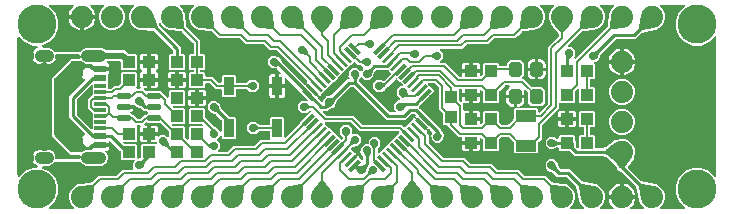
<source format=gbr>
G04 EAGLE Gerber RS-274X export*
G75*
%MOMM*%
%FSLAX34Y34*%
%LPD*%
%INTop Copper*%
%IPPOS*%
%AMOC8*
5,1,8,0,0,1.08239X$1,22.5*%
G01*
%ADD10R,0.300000X1.200000*%
%ADD11R,1.200000X0.300000*%
%ADD12R,1.000000X0.300000*%
%ADD13R,1.000000X0.600000*%
%ADD14C,1.000000*%
%ADD15R,1.100000X1.000000*%
%ADD16C,0.363000*%
%ADD17R,1.000000X1.100000*%
%ADD18C,0.550000*%
%ADD19C,1.879600*%
%ADD20R,0.900000X1.600000*%
%ADD21R,1.800000X1.000000*%
%ADD22C,0.254000*%
%ADD23C,0.706400*%
%ADD24C,0.508000*%
%ADD25C,0.152400*%
%ADD26C,0.304800*%
%ADD27C,0.330200*%
%ADD28C,3.302000*%
%ADD29C,0.203200*%

G36*
X183445Y-86348D02*
X183445Y-86348D01*
X183517Y-86346D01*
X183566Y-86328D01*
X183617Y-86320D01*
X183680Y-86286D01*
X183748Y-86261D01*
X183788Y-86229D01*
X183835Y-86204D01*
X183884Y-86152D01*
X183940Y-86108D01*
X183968Y-86064D01*
X184004Y-86026D01*
X184034Y-85961D01*
X184073Y-85901D01*
X184086Y-85850D01*
X184108Y-85803D01*
X184115Y-85732D01*
X184133Y-85662D01*
X184129Y-85610D01*
X184135Y-85559D01*
X184119Y-85488D01*
X184114Y-85417D01*
X184093Y-85369D01*
X184082Y-85318D01*
X184046Y-85257D01*
X184017Y-85191D01*
X183973Y-85135D01*
X183956Y-85107D01*
X183938Y-85092D01*
X183913Y-85060D01*
X181240Y-82387D01*
X180698Y-81078D01*
X180691Y-81066D01*
X180687Y-81053D01*
X180626Y-80962D01*
X180568Y-80869D01*
X180558Y-80860D01*
X180550Y-80849D01*
X180423Y-80740D01*
X179625Y-80197D01*
X179215Y-78042D01*
X178858Y-76166D01*
X177594Y-69521D01*
X177569Y-69454D01*
X177554Y-69384D01*
X177520Y-69321D01*
X177509Y-69290D01*
X177495Y-69272D01*
X177475Y-69235D01*
X177033Y-68585D01*
X177146Y-67988D01*
X177147Y-67948D01*
X177157Y-67910D01*
X177151Y-67826D01*
X177153Y-67742D01*
X177141Y-67704D01*
X177138Y-67665D01*
X177105Y-67588D01*
X177080Y-67507D01*
X177057Y-67475D01*
X177042Y-67439D01*
X176937Y-67308D01*
X176937Y-67307D01*
X169035Y-59406D01*
X168961Y-59353D01*
X168892Y-59293D01*
X168861Y-59281D01*
X168835Y-59262D01*
X168748Y-59235D01*
X168663Y-59201D01*
X168622Y-59197D01*
X168600Y-59190D01*
X168568Y-59191D01*
X168497Y-59183D01*
X161192Y-59183D01*
X157831Y-55822D01*
X157738Y-55755D01*
X157644Y-55685D01*
X157636Y-55682D01*
X157632Y-55679D01*
X157613Y-55673D01*
X157488Y-55624D01*
X153464Y-54560D01*
X152646Y-53153D01*
X152637Y-53142D01*
X152631Y-53129D01*
X152526Y-52998D01*
X151153Y-51625D01*
X151153Y-47435D01*
X154115Y-44473D01*
X158305Y-44473D01*
X159678Y-45846D01*
X159689Y-45855D01*
X159698Y-45866D01*
X159833Y-45966D01*
X161240Y-46784D01*
X162304Y-50808D01*
X162320Y-50842D01*
X162324Y-50860D01*
X162340Y-50888D01*
X162352Y-50914D01*
X162397Y-51020D01*
X162403Y-51027D01*
X162405Y-51032D01*
X162419Y-51047D01*
X162502Y-51151D01*
X163705Y-52354D01*
X163779Y-52407D01*
X163848Y-52467D01*
X163879Y-52479D01*
X163905Y-52498D01*
X163992Y-52525D01*
X164077Y-52559D01*
X164118Y-52563D01*
X164140Y-52570D01*
X164172Y-52569D01*
X164243Y-52577D01*
X171548Y-52577D01*
X181608Y-62637D01*
X181640Y-62660D01*
X181666Y-62690D01*
X181739Y-62731D01*
X181807Y-62780D01*
X181845Y-62792D01*
X181880Y-62812D01*
X181962Y-62828D01*
X182042Y-62853D01*
X182082Y-62852D01*
X182121Y-62859D01*
X182288Y-62846D01*
X182885Y-62733D01*
X183535Y-63175D01*
X183601Y-63206D01*
X183661Y-63244D01*
X183729Y-63265D01*
X183759Y-63279D01*
X183782Y-63282D01*
X183821Y-63294D01*
X190466Y-64558D01*
X192342Y-64915D01*
X194497Y-65325D01*
X195040Y-66123D01*
X195049Y-66133D01*
X195055Y-66145D01*
X195134Y-66222D01*
X195209Y-66301D01*
X195221Y-66307D01*
X195231Y-66317D01*
X195378Y-66398D01*
X196687Y-66940D01*
X199760Y-70013D01*
X201423Y-74027D01*
X201423Y-78373D01*
X199760Y-82387D01*
X197087Y-85060D01*
X197045Y-85118D01*
X196996Y-85170D01*
X196974Y-85217D01*
X196944Y-85259D01*
X196923Y-85328D01*
X196892Y-85393D01*
X196887Y-85445D01*
X196871Y-85495D01*
X196873Y-85566D01*
X196865Y-85637D01*
X196876Y-85688D01*
X196878Y-85740D01*
X196902Y-85808D01*
X196918Y-85878D01*
X196944Y-85923D01*
X196962Y-85971D01*
X197007Y-86027D01*
X197044Y-86089D01*
X197083Y-86123D01*
X197116Y-86163D01*
X197176Y-86202D01*
X197231Y-86249D01*
X197279Y-86268D01*
X197323Y-86296D01*
X197392Y-86314D01*
X197459Y-86341D01*
X197530Y-86349D01*
X197561Y-86357D01*
X197585Y-86355D01*
X197626Y-86359D01*
X208093Y-86359D01*
X208101Y-86358D01*
X208109Y-86359D01*
X208223Y-86338D01*
X208336Y-86320D01*
X208343Y-86316D01*
X208351Y-86314D01*
X208452Y-86258D01*
X208553Y-86204D01*
X208559Y-86199D01*
X208566Y-86195D01*
X208644Y-86109D01*
X208723Y-86026D01*
X208726Y-86019D01*
X208731Y-86013D01*
X208778Y-85907D01*
X208826Y-85803D01*
X208827Y-85795D01*
X208830Y-85788D01*
X208841Y-85673D01*
X208853Y-85559D01*
X208852Y-85551D01*
X208852Y-85543D01*
X208826Y-85431D01*
X208801Y-85318D01*
X208797Y-85311D01*
X208795Y-85303D01*
X208734Y-85206D01*
X208675Y-85107D01*
X208669Y-85102D01*
X208664Y-85095D01*
X208540Y-84982D01*
X208453Y-84919D01*
X207181Y-83647D01*
X206124Y-82191D01*
X205307Y-80588D01*
X204751Y-78877D01*
X204568Y-77723D01*
X215138Y-77723D01*
X215158Y-77720D01*
X215177Y-77722D01*
X215279Y-77700D01*
X215381Y-77683D01*
X215398Y-77674D01*
X215418Y-77670D01*
X215507Y-77617D01*
X215598Y-77568D01*
X215612Y-77554D01*
X215629Y-77544D01*
X215696Y-77465D01*
X215767Y-77390D01*
X215776Y-77372D01*
X215789Y-77357D01*
X215827Y-77261D01*
X215871Y-77167D01*
X215873Y-77147D01*
X215881Y-77129D01*
X215899Y-76962D01*
X215899Y-76199D01*
X215901Y-76199D01*
X215901Y-76962D01*
X215904Y-76982D01*
X215902Y-77001D01*
X215924Y-77103D01*
X215941Y-77205D01*
X215950Y-77222D01*
X215954Y-77242D01*
X216007Y-77331D01*
X216056Y-77422D01*
X216070Y-77436D01*
X216080Y-77453D01*
X216159Y-77520D01*
X216234Y-77591D01*
X216252Y-77600D01*
X216267Y-77613D01*
X216363Y-77652D01*
X216457Y-77695D01*
X216477Y-77697D01*
X216495Y-77705D01*
X216662Y-77723D01*
X227232Y-77723D01*
X227049Y-78877D01*
X226493Y-80588D01*
X225676Y-82191D01*
X224619Y-83647D01*
X223347Y-84919D01*
X223260Y-84982D01*
X223254Y-84988D01*
X223247Y-84992D01*
X223168Y-85075D01*
X223087Y-85157D01*
X223083Y-85164D01*
X223077Y-85170D01*
X223029Y-85274D01*
X222978Y-85378D01*
X222977Y-85386D01*
X222974Y-85393D01*
X222961Y-85507D01*
X222946Y-85622D01*
X222948Y-85629D01*
X222947Y-85637D01*
X222971Y-85750D01*
X222993Y-85863D01*
X222997Y-85870D01*
X222999Y-85878D01*
X223058Y-85977D01*
X223115Y-86077D01*
X223121Y-86082D01*
X223125Y-86089D01*
X223212Y-86164D01*
X223299Y-86240D01*
X223306Y-86244D01*
X223312Y-86249D01*
X223419Y-86292D01*
X223525Y-86337D01*
X223533Y-86338D01*
X223540Y-86341D01*
X223707Y-86359D01*
X234174Y-86359D01*
X234245Y-86348D01*
X234317Y-86346D01*
X234366Y-86328D01*
X234417Y-86320D01*
X234480Y-86286D01*
X234548Y-86261D01*
X234588Y-86229D01*
X234635Y-86204D01*
X234684Y-86152D01*
X234740Y-86108D01*
X234768Y-86064D01*
X234804Y-86026D01*
X234834Y-85961D01*
X234873Y-85901D01*
X234886Y-85850D01*
X234908Y-85803D01*
X234915Y-85732D01*
X234933Y-85662D01*
X234929Y-85610D01*
X234935Y-85559D01*
X234919Y-85488D01*
X234914Y-85417D01*
X234893Y-85369D01*
X234882Y-85318D01*
X234846Y-85257D01*
X234817Y-85191D01*
X234773Y-85135D01*
X234756Y-85107D01*
X234738Y-85092D01*
X234713Y-85060D01*
X232040Y-82387D01*
X231498Y-81078D01*
X231491Y-81066D01*
X231487Y-81053D01*
X231426Y-80962D01*
X231368Y-80869D01*
X231358Y-80860D01*
X231350Y-80849D01*
X231223Y-80740D01*
X230425Y-80197D01*
X230015Y-78042D01*
X229658Y-76166D01*
X228394Y-69521D01*
X228369Y-69454D01*
X228354Y-69384D01*
X228320Y-69321D01*
X228309Y-69290D01*
X228295Y-69272D01*
X228275Y-69235D01*
X227833Y-68585D01*
X227946Y-67988D01*
X227947Y-67948D01*
X227957Y-67910D01*
X227951Y-67826D01*
X227953Y-67742D01*
X227941Y-67704D01*
X227938Y-67665D01*
X227905Y-67588D01*
X227880Y-67507D01*
X227857Y-67475D01*
X227842Y-67439D01*
X227737Y-67308D01*
X215745Y-55315D01*
X215712Y-55292D01*
X215686Y-55263D01*
X215613Y-55221D01*
X215545Y-55172D01*
X215507Y-55160D01*
X215473Y-55140D01*
X215390Y-55124D01*
X215310Y-55099D01*
X215270Y-55100D01*
X215231Y-55093D01*
X215064Y-55106D01*
X214894Y-55138D01*
X214243Y-54696D01*
X214178Y-54665D01*
X214118Y-54627D01*
X214050Y-54606D01*
X214020Y-54592D01*
X213997Y-54589D01*
X213957Y-54577D01*
X213185Y-54430D01*
X212690Y-53703D01*
X212649Y-53660D01*
X212616Y-53611D01*
X212543Y-53548D01*
X212521Y-53525D01*
X212507Y-53518D01*
X212489Y-53502D01*
X211762Y-53007D01*
X211615Y-52235D01*
X211590Y-52167D01*
X211575Y-52097D01*
X211541Y-52034D01*
X211530Y-52003D01*
X211516Y-51985D01*
X211496Y-51949D01*
X207754Y-46447D01*
X207713Y-46404D01*
X207680Y-46355D01*
X207606Y-46292D01*
X207584Y-46269D01*
X207571Y-46262D01*
X207553Y-46246D01*
X202051Y-42504D01*
X201986Y-42473D01*
X201926Y-42435D01*
X201858Y-42414D01*
X201828Y-42400D01*
X201805Y-42397D01*
X201765Y-42385D01*
X200993Y-42238D01*
X200651Y-41736D01*
X200633Y-41717D01*
X200632Y-41716D01*
X200630Y-41714D01*
X200624Y-41707D01*
X200603Y-41673D01*
X200539Y-41618D01*
X200481Y-41557D01*
X200446Y-41539D01*
X200416Y-41513D01*
X200338Y-41482D01*
X200264Y-41442D01*
X200225Y-41436D01*
X200188Y-41421D01*
X200021Y-41403D01*
X194815Y-41403D01*
X194725Y-41417D01*
X194634Y-41425D01*
X194604Y-41437D01*
X194572Y-41442D01*
X194491Y-41485D01*
X194407Y-41521D01*
X194375Y-41547D01*
X194355Y-41558D01*
X194336Y-41577D01*
X175726Y-41577D01*
X172083Y-37933D01*
X172035Y-37899D01*
X171994Y-37857D01*
X171936Y-37828D01*
X171883Y-37790D01*
X171827Y-37773D01*
X171774Y-37746D01*
X171737Y-37739D01*
X171347Y-37276D01*
X171347Y-37275D01*
X171259Y-37200D01*
X171161Y-37116D01*
X171160Y-37116D01*
X171160Y-37115D01*
X171036Y-37065D01*
X170933Y-37023D01*
X170932Y-37023D01*
X170931Y-37023D01*
X170765Y-37005D01*
X163168Y-37005D01*
X162275Y-36112D01*
X162275Y-34714D01*
X162260Y-34618D01*
X162251Y-34522D01*
X162240Y-34497D01*
X162236Y-34471D01*
X162190Y-34386D01*
X162151Y-34297D01*
X162133Y-34277D01*
X162120Y-34253D01*
X162050Y-34187D01*
X161985Y-34116D01*
X161962Y-34103D01*
X161942Y-34084D01*
X161855Y-34043D01*
X161770Y-33997D01*
X161743Y-33992D01*
X161719Y-33980D01*
X161623Y-33970D01*
X161528Y-33952D01*
X161501Y-33956D01*
X161475Y-33953D01*
X161380Y-33974D01*
X161285Y-33988D01*
X161254Y-34001D01*
X161234Y-34006D01*
X161206Y-34023D01*
X161131Y-34055D01*
X159197Y-35180D01*
X157825Y-35978D01*
X157285Y-35836D01*
X156252Y-35562D01*
X156238Y-35561D01*
X156224Y-35555D01*
X156057Y-35537D01*
X154115Y-35537D01*
X151153Y-32575D01*
X151153Y-28385D01*
X154115Y-25423D01*
X156057Y-25423D01*
X156071Y-25421D01*
X156086Y-25423D01*
X156252Y-25398D01*
X157825Y-24982D01*
X161131Y-26905D01*
X161222Y-26939D01*
X161309Y-26980D01*
X161336Y-26983D01*
X161361Y-26992D01*
X161458Y-26996D01*
X161553Y-27007D01*
X161580Y-27001D01*
X161607Y-27002D01*
X161699Y-26975D01*
X161794Y-26954D01*
X161817Y-26940D01*
X161843Y-26933D01*
X161922Y-26878D01*
X162005Y-26828D01*
X162023Y-26808D01*
X162045Y-26792D01*
X162102Y-26715D01*
X162165Y-26641D01*
X162175Y-26616D01*
X162191Y-26594D01*
X162221Y-26503D01*
X162257Y-26413D01*
X162261Y-26379D01*
X162267Y-26360D01*
X162266Y-26328D01*
X162275Y-26246D01*
X162275Y-24848D01*
X163168Y-23955D01*
X175432Y-23955D01*
X176325Y-24848D01*
X176325Y-27888D01*
X176339Y-27978D01*
X176347Y-28069D01*
X176359Y-28099D01*
X176364Y-28131D01*
X176407Y-28212D01*
X176443Y-28296D01*
X176469Y-28328D01*
X176480Y-28348D01*
X176503Y-28370D01*
X176507Y-28375D01*
X176507Y-28598D01*
X176516Y-28656D01*
X176516Y-28715D01*
X176536Y-28777D01*
X176546Y-28841D01*
X176574Y-28893D01*
X176592Y-28949D01*
X176647Y-29030D01*
X176662Y-29058D01*
X176672Y-29068D01*
X176686Y-29088D01*
X177112Y-29594D01*
X177080Y-29962D01*
X176823Y-32949D01*
X176823Y-32950D01*
X176834Y-33090D01*
X176842Y-33194D01*
X176842Y-33195D01*
X176899Y-33330D01*
X176938Y-33420D01*
X176938Y-33421D01*
X177043Y-33552D01*
X177976Y-34485D01*
X178034Y-34527D01*
X178086Y-34576D01*
X178133Y-34598D01*
X178175Y-34629D01*
X178244Y-34650D01*
X178309Y-34680D01*
X178361Y-34686D01*
X178411Y-34701D01*
X178482Y-34699D01*
X178553Y-34707D01*
X178604Y-34696D01*
X178656Y-34695D01*
X178724Y-34670D01*
X178794Y-34655D01*
X178839Y-34628D01*
X178887Y-34610D01*
X178943Y-34565D01*
X179005Y-34528D01*
X179039Y-34489D01*
X179079Y-34456D01*
X179118Y-34396D01*
X179165Y-34342D01*
X179184Y-34293D01*
X179212Y-34249D01*
X179230Y-34180D01*
X179257Y-34113D01*
X179265Y-34042D01*
X179273Y-34011D01*
X179271Y-33988D01*
X179275Y-33947D01*
X179275Y-24848D01*
X180168Y-23955D01*
X182744Y-23955D01*
X182764Y-23952D01*
X182783Y-23954D01*
X182885Y-23932D01*
X182987Y-23916D01*
X183004Y-23906D01*
X183024Y-23902D01*
X183113Y-23849D01*
X183204Y-23800D01*
X183218Y-23786D01*
X183235Y-23776D01*
X183302Y-23697D01*
X183374Y-23622D01*
X183382Y-23604D01*
X183395Y-23589D01*
X183434Y-23493D01*
X183477Y-23399D01*
X183479Y-23379D01*
X183487Y-23361D01*
X183505Y-23194D01*
X183505Y-17446D01*
X183502Y-17426D01*
X183504Y-17407D01*
X183482Y-17305D01*
X183466Y-17203D01*
X183456Y-17186D01*
X183452Y-17166D01*
X183399Y-17077D01*
X183350Y-16986D01*
X183336Y-16972D01*
X183326Y-16955D01*
X183247Y-16888D01*
X183172Y-16816D01*
X183154Y-16808D01*
X183139Y-16795D01*
X183043Y-16756D01*
X182949Y-16713D01*
X182929Y-16711D01*
X182911Y-16703D01*
X182744Y-16685D01*
X180168Y-16685D01*
X179275Y-15792D01*
X179275Y-4528D01*
X180168Y-3635D01*
X192432Y-3635D01*
X193325Y-4528D01*
X193325Y-15792D01*
X192432Y-16685D01*
X189856Y-16685D01*
X189836Y-16688D01*
X189817Y-16686D01*
X189715Y-16708D01*
X189613Y-16724D01*
X189596Y-16734D01*
X189576Y-16738D01*
X189487Y-16791D01*
X189396Y-16840D01*
X189382Y-16854D01*
X189365Y-16864D01*
X189298Y-16943D01*
X189226Y-17018D01*
X189218Y-17036D01*
X189205Y-17051D01*
X189166Y-17147D01*
X189123Y-17241D01*
X189121Y-17261D01*
X189113Y-17279D01*
X189095Y-17446D01*
X189095Y-23194D01*
X189097Y-23206D01*
X189096Y-23215D01*
X189097Y-23221D01*
X189096Y-23233D01*
X189118Y-23335D01*
X189134Y-23437D01*
X189144Y-23454D01*
X189148Y-23474D01*
X189201Y-23563D01*
X189250Y-23654D01*
X189264Y-23668D01*
X189274Y-23685D01*
X189353Y-23752D01*
X189428Y-23824D01*
X189446Y-23832D01*
X189461Y-23845D01*
X189557Y-23884D01*
X189651Y-23927D01*
X189671Y-23929D01*
X189689Y-23937D01*
X189856Y-23955D01*
X192432Y-23955D01*
X193325Y-24848D01*
X193325Y-34036D01*
X193328Y-34056D01*
X193326Y-34075D01*
X193348Y-34177D01*
X193364Y-34279D01*
X193374Y-34296D01*
X193378Y-34316D01*
X193431Y-34405D01*
X193480Y-34496D01*
X193494Y-34510D01*
X193504Y-34527D01*
X193583Y-34594D01*
X193658Y-34666D01*
X193676Y-34674D01*
X193691Y-34687D01*
X193787Y-34726D01*
X193881Y-34769D01*
X193901Y-34771D01*
X193919Y-34779D01*
X194086Y-34797D01*
X200021Y-34797D01*
X200060Y-34791D01*
X200100Y-34793D01*
X200181Y-34771D01*
X200264Y-34758D01*
X200299Y-34739D01*
X200337Y-34729D01*
X200407Y-34682D01*
X200482Y-34642D01*
X200509Y-34614D01*
X200542Y-34592D01*
X200651Y-34464D01*
X200789Y-34261D01*
X200993Y-33962D01*
X201765Y-33815D01*
X201811Y-33798D01*
X201841Y-33793D01*
X201856Y-33785D01*
X201903Y-33775D01*
X201966Y-33741D01*
X201997Y-33730D01*
X202015Y-33716D01*
X202051Y-33696D01*
X210062Y-28246D01*
X211036Y-27584D01*
X211985Y-27764D01*
X211998Y-27764D01*
X212011Y-27769D01*
X212121Y-27768D01*
X212230Y-27770D01*
X212243Y-27766D01*
X212257Y-27766D01*
X212418Y-27720D01*
X213727Y-27177D01*
X218073Y-27177D01*
X222087Y-28840D01*
X225160Y-31913D01*
X226823Y-35927D01*
X226823Y-40273D01*
X226280Y-41582D01*
X226277Y-41595D01*
X226271Y-41607D01*
X226249Y-41715D01*
X226224Y-41821D01*
X226226Y-41835D01*
X226223Y-41848D01*
X226236Y-42015D01*
X226416Y-42964D01*
X226187Y-43301D01*
X225857Y-43786D01*
X221231Y-50585D01*
X221201Y-50650D01*
X221162Y-50711D01*
X221149Y-50761D01*
X221128Y-50808D01*
X221120Y-50880D01*
X221102Y-50949D01*
X221106Y-51001D01*
X221100Y-51053D01*
X221116Y-51123D01*
X221121Y-51194D01*
X221142Y-51242D01*
X221153Y-51293D01*
X221190Y-51355D01*
X221218Y-51421D01*
X221262Y-51476D01*
X221279Y-51504D01*
X221297Y-51519D01*
X221322Y-51552D01*
X232408Y-62637D01*
X232440Y-62660D01*
X232466Y-62690D01*
X232539Y-62731D01*
X232607Y-62780D01*
X232645Y-62792D01*
X232680Y-62812D01*
X232762Y-62828D01*
X232842Y-62853D01*
X232882Y-62852D01*
X232921Y-62859D01*
X233088Y-62846D01*
X233685Y-62733D01*
X234335Y-63175D01*
X234401Y-63206D01*
X234461Y-63244D01*
X234529Y-63265D01*
X234559Y-63279D01*
X234582Y-63282D01*
X234621Y-63294D01*
X241266Y-64558D01*
X243142Y-64915D01*
X245297Y-65325D01*
X245840Y-66123D01*
X245849Y-66133D01*
X245855Y-66145D01*
X245934Y-66222D01*
X246009Y-66301D01*
X246021Y-66307D01*
X246031Y-66317D01*
X246178Y-66398D01*
X247487Y-66940D01*
X250560Y-70013D01*
X252223Y-74027D01*
X252223Y-78373D01*
X250560Y-82387D01*
X247887Y-85060D01*
X247845Y-85118D01*
X247796Y-85170D01*
X247774Y-85217D01*
X247744Y-85259D01*
X247723Y-85328D01*
X247692Y-85393D01*
X247687Y-85445D01*
X247671Y-85495D01*
X247673Y-85566D01*
X247665Y-85637D01*
X247676Y-85688D01*
X247678Y-85740D01*
X247702Y-85808D01*
X247718Y-85878D01*
X247744Y-85923D01*
X247762Y-85971D01*
X247807Y-86027D01*
X247844Y-86089D01*
X247883Y-86123D01*
X247916Y-86163D01*
X247976Y-86202D01*
X248031Y-86249D01*
X248079Y-86268D01*
X248123Y-86296D01*
X248192Y-86314D01*
X248259Y-86341D01*
X248330Y-86349D01*
X248361Y-86357D01*
X248385Y-86355D01*
X248426Y-86359D01*
X268567Y-86359D01*
X268637Y-86348D01*
X268709Y-86346D01*
X268758Y-86328D01*
X268809Y-86320D01*
X268873Y-86286D01*
X268940Y-86261D01*
X268981Y-86229D01*
X269027Y-86204D01*
X269076Y-86152D01*
X269132Y-86108D01*
X269160Y-86064D01*
X269196Y-86026D01*
X269226Y-85961D01*
X269265Y-85901D01*
X269278Y-85850D01*
X269300Y-85803D01*
X269308Y-85732D01*
X269325Y-85662D01*
X269321Y-85610D01*
X269327Y-85559D01*
X269311Y-85488D01*
X269306Y-85417D01*
X269286Y-85369D01*
X269274Y-85318D01*
X269238Y-85257D01*
X269210Y-85191D01*
X269165Y-85135D01*
X269148Y-85107D01*
X269131Y-85092D01*
X269105Y-85060D01*
X264111Y-80066D01*
X261365Y-73437D01*
X261365Y-66263D01*
X264111Y-59634D01*
X269184Y-54561D01*
X275813Y-51815D01*
X282987Y-51815D01*
X289616Y-54561D01*
X294610Y-59555D01*
X294668Y-59597D01*
X294720Y-59646D01*
X294767Y-59668D01*
X294809Y-59698D01*
X294878Y-59719D01*
X294943Y-59750D01*
X294995Y-59755D01*
X295045Y-59771D01*
X295116Y-59769D01*
X295187Y-59777D01*
X295238Y-59766D01*
X295290Y-59764D01*
X295358Y-59740D01*
X295428Y-59724D01*
X295473Y-59698D01*
X295521Y-59680D01*
X295577Y-59635D01*
X295639Y-59598D01*
X295673Y-59559D01*
X295713Y-59526D01*
X295752Y-59466D01*
X295799Y-59411D01*
X295818Y-59363D01*
X295846Y-59319D01*
X295864Y-59250D01*
X295891Y-59183D01*
X295899Y-59112D01*
X295907Y-59081D01*
X295905Y-59057D01*
X295909Y-59017D01*
X295909Y59017D01*
X295898Y59087D01*
X295896Y59159D01*
X295878Y59208D01*
X295870Y59259D01*
X295836Y59323D01*
X295811Y59390D01*
X295779Y59431D01*
X295754Y59477D01*
X295702Y59526D01*
X295658Y59582D01*
X295614Y59610D01*
X295576Y59646D01*
X295511Y59676D01*
X295451Y59715D01*
X295400Y59728D01*
X295353Y59750D01*
X295282Y59758D01*
X295212Y59775D01*
X295160Y59771D01*
X295109Y59777D01*
X295038Y59761D01*
X294967Y59756D01*
X294919Y59736D01*
X294868Y59724D01*
X294807Y59688D01*
X294741Y59660D01*
X294685Y59615D01*
X294657Y59598D01*
X294642Y59581D01*
X294610Y59555D01*
X289616Y54561D01*
X282987Y51815D01*
X275813Y51815D01*
X269184Y54561D01*
X264111Y59634D01*
X261365Y66263D01*
X261365Y73437D01*
X264111Y80066D01*
X269105Y85060D01*
X269147Y85118D01*
X269196Y85170D01*
X269218Y85217D01*
X269248Y85259D01*
X269269Y85328D01*
X269300Y85393D01*
X269305Y85445D01*
X269321Y85495D01*
X269319Y85566D01*
X269327Y85637D01*
X269316Y85688D01*
X269314Y85740D01*
X269290Y85808D01*
X269274Y85878D01*
X269248Y85923D01*
X269230Y85971D01*
X269185Y86027D01*
X269148Y86089D01*
X269109Y86123D01*
X269076Y86163D01*
X269016Y86202D01*
X268961Y86249D01*
X268913Y86268D01*
X268869Y86296D01*
X268800Y86314D01*
X268733Y86341D01*
X268662Y86349D01*
X268631Y86357D01*
X268607Y86355D01*
X268567Y86359D01*
X248426Y86359D01*
X248355Y86348D01*
X248283Y86346D01*
X248234Y86328D01*
X248183Y86320D01*
X248120Y86286D01*
X248052Y86261D01*
X248012Y86229D01*
X247965Y86204D01*
X247916Y86152D01*
X247860Y86108D01*
X247832Y86064D01*
X247796Y86026D01*
X247766Y85961D01*
X247727Y85901D01*
X247714Y85850D01*
X247692Y85803D01*
X247685Y85732D01*
X247667Y85662D01*
X247671Y85610D01*
X247665Y85559D01*
X247681Y85488D01*
X247686Y85417D01*
X247707Y85369D01*
X247718Y85318D01*
X247754Y85257D01*
X247783Y85191D01*
X247827Y85135D01*
X247844Y85107D01*
X247862Y85092D01*
X247887Y85060D01*
X250560Y82387D01*
X252223Y78373D01*
X252223Y74027D01*
X250560Y70013D01*
X247487Y66940D01*
X246178Y66398D01*
X246166Y66391D01*
X246153Y66387D01*
X246062Y66326D01*
X245969Y66268D01*
X245960Y66258D01*
X245949Y66250D01*
X245840Y66123D01*
X245455Y65558D01*
X245455Y65557D01*
X245297Y65325D01*
X243142Y64915D01*
X241266Y64558D01*
X234621Y63294D01*
X234554Y63269D01*
X234484Y63254D01*
X234421Y63220D01*
X234390Y63209D01*
X234372Y63195D01*
X234335Y63175D01*
X233685Y62733D01*
X233088Y62846D01*
X233048Y62847D01*
X233010Y62857D01*
X232926Y62851D01*
X232842Y62853D01*
X232804Y62841D01*
X232765Y62838D01*
X232690Y62806D01*
X232689Y62806D01*
X232687Y62805D01*
X232607Y62780D01*
X232575Y62757D01*
X232538Y62742D01*
X232482Y62696D01*
X232472Y62691D01*
X232461Y62679D01*
X232408Y62637D01*
X229586Y59815D01*
X227428Y57657D01*
X211233Y57657D01*
X211143Y57643D01*
X211052Y57635D01*
X211023Y57623D01*
X210991Y57618D01*
X210910Y57575D01*
X210826Y57539D01*
X210794Y57513D01*
X210773Y57502D01*
X210751Y57479D01*
X210695Y57434D01*
X198062Y44801D01*
X197995Y44708D01*
X197925Y44614D01*
X197922Y44606D01*
X197919Y44602D01*
X197913Y44583D01*
X197864Y44458D01*
X196800Y40434D01*
X195393Y39616D01*
X195382Y39607D01*
X195369Y39601D01*
X195238Y39496D01*
X193865Y38123D01*
X193151Y38123D01*
X193080Y38112D01*
X193008Y38110D01*
X192959Y38092D01*
X192908Y38084D01*
X192845Y38050D01*
X192777Y38025D01*
X192737Y37993D01*
X192691Y37968D01*
X192641Y37916D01*
X192585Y37872D01*
X192557Y37828D01*
X192521Y37790D01*
X192491Y37725D01*
X192452Y37665D01*
X192440Y37614D01*
X192418Y37567D01*
X192410Y37496D01*
X192392Y37426D01*
X192396Y37374D01*
X192391Y37323D01*
X192406Y37252D01*
X192411Y37181D01*
X192432Y37133D01*
X192443Y37082D01*
X192480Y37021D01*
X192508Y36955D01*
X192553Y36899D01*
X192569Y36871D01*
X192587Y36856D01*
X192613Y36824D01*
X193325Y36112D01*
X193325Y24848D01*
X192432Y23955D01*
X189856Y23955D01*
X189836Y23952D01*
X189817Y23954D01*
X189715Y23932D01*
X189613Y23916D01*
X189596Y23906D01*
X189576Y23902D01*
X189487Y23849D01*
X189396Y23800D01*
X189382Y23786D01*
X189365Y23776D01*
X189298Y23697D01*
X189226Y23622D01*
X189218Y23604D01*
X189205Y23589D01*
X189166Y23493D01*
X189123Y23399D01*
X189121Y23379D01*
X189113Y23361D01*
X189095Y23194D01*
X189095Y17446D01*
X189098Y17426D01*
X189096Y17407D01*
X189118Y17305D01*
X189134Y17203D01*
X189144Y17186D01*
X189148Y17166D01*
X189201Y17077D01*
X189250Y16986D01*
X189264Y16972D01*
X189274Y16955D01*
X189353Y16888D01*
X189428Y16816D01*
X189446Y16808D01*
X189461Y16795D01*
X189557Y16756D01*
X189651Y16713D01*
X189671Y16711D01*
X189689Y16703D01*
X189856Y16685D01*
X192432Y16685D01*
X193325Y15792D01*
X193325Y4528D01*
X192432Y3635D01*
X180168Y3635D01*
X179275Y4528D01*
X179275Y14345D01*
X179264Y14416D01*
X179262Y14488D01*
X179244Y14537D01*
X179236Y14588D01*
X179202Y14651D01*
X179177Y14719D01*
X179145Y14759D01*
X179120Y14805D01*
X179069Y14855D01*
X179024Y14911D01*
X178980Y14939D01*
X178942Y14975D01*
X178877Y15005D01*
X178817Y15044D01*
X178766Y15056D01*
X178719Y15078D01*
X178648Y15086D01*
X178578Y15104D01*
X178526Y15100D01*
X178475Y15105D01*
X178404Y15090D01*
X178333Y15085D01*
X178285Y15064D01*
X178234Y15053D01*
X178173Y15016D01*
X178107Y14988D01*
X178051Y14943D01*
X178023Y14927D01*
X178008Y14909D01*
X177976Y14883D01*
X176548Y13455D01*
X176495Y13381D01*
X176435Y13312D01*
X176423Y13282D01*
X176404Y13256D01*
X176377Y13169D01*
X176343Y13084D01*
X176339Y13043D01*
X176332Y13021D01*
X176333Y12988D01*
X176325Y12917D01*
X176325Y4528D01*
X175432Y3635D01*
X163576Y3635D01*
X163556Y3632D01*
X163537Y3634D01*
X163435Y3612D01*
X163333Y3596D01*
X163316Y3586D01*
X163296Y3582D01*
X163207Y3529D01*
X163116Y3480D01*
X163102Y3466D01*
X163085Y3456D01*
X163018Y3377D01*
X162946Y3302D01*
X162938Y3284D01*
X162925Y3269D01*
X162886Y3173D01*
X162843Y3079D01*
X162841Y3059D01*
X162833Y3041D01*
X162815Y2874D01*
X162815Y-1158D01*
X161641Y-2331D01*
X161627Y-2351D01*
X161609Y-2366D01*
X161556Y-2450D01*
X161498Y-2531D01*
X161491Y-2554D01*
X161478Y-2574D01*
X161455Y-2671D01*
X161425Y-2766D01*
X161426Y-2789D01*
X161375Y-2790D01*
X161352Y-2798D01*
X161328Y-2800D01*
X161237Y-2839D01*
X161143Y-2872D01*
X161124Y-2887D01*
X161101Y-2897D01*
X161041Y-2945D01*
X161033Y-2950D01*
X161024Y-2959D01*
X160971Y-3002D01*
X160955Y-3018D01*
X148433Y-15540D01*
X148380Y-15614D01*
X148320Y-15683D01*
X148308Y-15713D01*
X148289Y-15739D01*
X148262Y-15826D01*
X148228Y-15911D01*
X148224Y-15952D01*
X148217Y-15974D01*
X148218Y-16007D01*
X148210Y-16078D01*
X148210Y-26993D01*
X145368Y-29835D01*
X145315Y-29909D01*
X145255Y-29978D01*
X145243Y-30008D01*
X145224Y-30034D01*
X145197Y-30121D01*
X145163Y-30206D01*
X145159Y-30247D01*
X145152Y-30269D01*
X145153Y-30302D01*
X145145Y-30373D01*
X145145Y-38452D01*
X144252Y-39345D01*
X124988Y-39345D01*
X124095Y-38452D01*
X124095Y-30373D01*
X124081Y-30283D01*
X124073Y-30192D01*
X124061Y-30162D01*
X124056Y-30130D01*
X124013Y-30049D01*
X123977Y-29966D01*
X123951Y-29933D01*
X123940Y-29913D01*
X123917Y-29891D01*
X123872Y-29835D01*
X119915Y-25878D01*
X119841Y-25825D01*
X119772Y-25765D01*
X119742Y-25753D01*
X119716Y-25734D01*
X119629Y-25707D01*
X119544Y-25673D01*
X119503Y-25669D01*
X119481Y-25662D01*
X119448Y-25663D01*
X119377Y-25655D01*
X114113Y-25655D01*
X114023Y-25669D01*
X113932Y-25677D01*
X113902Y-25689D01*
X113870Y-25694D01*
X113790Y-25737D01*
X113706Y-25773D01*
X113674Y-25799D01*
X113653Y-25810D01*
X113631Y-25833D01*
X113575Y-25878D01*
X112268Y-27185D01*
X112215Y-27259D01*
X112155Y-27328D01*
X112143Y-27358D01*
X112124Y-27384D01*
X112097Y-27471D01*
X112063Y-27556D01*
X112059Y-27597D01*
X112052Y-27619D01*
X112053Y-27652D01*
X112045Y-27723D01*
X112045Y-36112D01*
X111152Y-37005D01*
X98888Y-37005D01*
X97995Y-36112D01*
X97995Y-27723D01*
X97993Y-27711D01*
X97994Y-27704D01*
X97986Y-27664D01*
X97981Y-27633D01*
X97973Y-27542D01*
X97961Y-27512D01*
X97956Y-27480D01*
X97913Y-27400D01*
X97877Y-27316D01*
X97851Y-27283D01*
X97840Y-27263D01*
X97817Y-27241D01*
X97772Y-27185D01*
X96852Y-26265D01*
X96794Y-26223D01*
X96742Y-26173D01*
X96695Y-26151D01*
X96653Y-26121D01*
X96584Y-26100D01*
X96519Y-26070D01*
X96467Y-26064D01*
X96417Y-26049D01*
X96346Y-26051D01*
X96275Y-26043D01*
X96224Y-26054D01*
X96172Y-26055D01*
X96104Y-26080D01*
X96034Y-26095D01*
X95989Y-26122D01*
X95941Y-26140D01*
X95885Y-26184D01*
X95823Y-26221D01*
X95789Y-26261D01*
X95749Y-26293D01*
X95710Y-26354D01*
X95663Y-26408D01*
X95644Y-26456D01*
X95616Y-26500D01*
X95598Y-26570D01*
X95571Y-26636D01*
X95563Y-26707D01*
X95555Y-26739D01*
X95557Y-26762D01*
X95553Y-26803D01*
X95553Y-28957D01*
X88782Y-28957D01*
X88762Y-28960D01*
X88743Y-28958D01*
X88641Y-28980D01*
X88539Y-28997D01*
X88522Y-29006D01*
X88502Y-29010D01*
X88413Y-29063D01*
X88322Y-29112D01*
X88308Y-29126D01*
X88291Y-29136D01*
X88224Y-29215D01*
X88153Y-29290D01*
X88144Y-29308D01*
X88131Y-29323D01*
X88092Y-29419D01*
X88049Y-29513D01*
X88047Y-29533D01*
X88039Y-29551D01*
X88021Y-29718D01*
X88021Y-30481D01*
X88019Y-30481D01*
X88019Y-29718D01*
X88016Y-29698D01*
X88018Y-29679D01*
X87996Y-29577D01*
X87979Y-29475D01*
X87970Y-29458D01*
X87966Y-29438D01*
X87913Y-29349D01*
X87864Y-29258D01*
X87850Y-29244D01*
X87840Y-29227D01*
X87761Y-29160D01*
X87686Y-29089D01*
X87668Y-29080D01*
X87653Y-29067D01*
X87557Y-29028D01*
X87463Y-28985D01*
X87443Y-28983D01*
X87425Y-28975D01*
X87258Y-28957D01*
X80487Y-28957D01*
X80487Y-26416D01*
X80484Y-26396D01*
X80486Y-26377D01*
X80464Y-26275D01*
X80448Y-26173D01*
X80438Y-26156D01*
X80434Y-26136D01*
X80381Y-26047D01*
X80332Y-25956D01*
X80318Y-25942D01*
X80308Y-25925D01*
X80229Y-25858D01*
X80154Y-25786D01*
X80136Y-25778D01*
X80121Y-25765D01*
X80025Y-25726D01*
X79931Y-25683D01*
X79911Y-25681D01*
X79893Y-25673D01*
X79726Y-25655D01*
X77582Y-25655D01*
X68325Y-16398D01*
X68325Y-16286D01*
X68322Y-16266D01*
X68324Y-16247D01*
X68302Y-16145D01*
X68286Y-16043D01*
X68276Y-16026D01*
X68272Y-16006D01*
X68219Y-15917D01*
X68170Y-15826D01*
X68156Y-15812D01*
X68146Y-15795D01*
X68067Y-15728D01*
X67992Y-15656D01*
X67974Y-15648D01*
X67959Y-15635D01*
X67863Y-15596D01*
X67769Y-15553D01*
X67749Y-15551D01*
X67731Y-15543D01*
X67564Y-15525D01*
X65488Y-15525D01*
X64595Y-14632D01*
X64595Y-6243D01*
X64581Y-6153D01*
X64573Y-6062D01*
X64561Y-6032D01*
X64556Y-6000D01*
X64513Y-5919D01*
X64477Y-5836D01*
X64451Y-5803D01*
X64440Y-5783D01*
X64417Y-5761D01*
X64372Y-5705D01*
X62565Y-3898D01*
X60705Y-2038D01*
X60705Y16307D01*
X60691Y16397D01*
X60683Y16488D01*
X60671Y16518D01*
X60666Y16550D01*
X60623Y16630D01*
X60587Y16714D01*
X60561Y16747D01*
X60550Y16767D01*
X60527Y16789D01*
X60482Y16845D01*
X57485Y19842D01*
X57411Y19895D01*
X57342Y19955D01*
X57312Y19967D01*
X57286Y19986D01*
X57199Y20013D01*
X57114Y20047D01*
X57073Y20051D01*
X57051Y20058D01*
X57018Y20057D01*
X56947Y20065D01*
X52518Y20065D01*
X52447Y20054D01*
X52376Y20052D01*
X52327Y20034D01*
X52275Y20026D01*
X52212Y19992D01*
X52145Y19967D01*
X52104Y19935D01*
X52058Y19910D01*
X52009Y19858D01*
X51953Y19814D01*
X51925Y19770D01*
X51889Y19732D01*
X51858Y19667D01*
X51820Y19607D01*
X51807Y19556D01*
X51785Y19509D01*
X51777Y19438D01*
X51760Y19368D01*
X51764Y19316D01*
X51758Y19265D01*
X51773Y19194D01*
X51779Y19123D01*
X51799Y19075D01*
X51810Y19024D01*
X51847Y18963D01*
X51875Y18897D01*
X51920Y18841D01*
X51936Y18813D01*
X51954Y18798D01*
X51980Y18766D01*
X52864Y17882D01*
X52896Y17827D01*
X52945Y17736D01*
X52959Y17722D01*
X52969Y17705D01*
X53048Y17638D01*
X53123Y17566D01*
X53141Y17558D01*
X53156Y17545D01*
X53230Y17515D01*
X56325Y14420D01*
X56325Y13157D01*
X53023Y9855D01*
X52970Y9781D01*
X52911Y9711D01*
X52898Y9681D01*
X52880Y9655D01*
X52853Y9568D01*
X52819Y9483D01*
X52814Y9442D01*
X52807Y9420D01*
X52808Y9388D01*
X52800Y9316D01*
X52800Y9239D01*
X44675Y1113D01*
X44100Y538D01*
X44088Y522D01*
X44073Y510D01*
X44017Y423D01*
X43956Y339D01*
X43951Y320D01*
X43940Y303D01*
X43914Y202D01*
X43884Y103D01*
X43885Y84D01*
X43880Y64D01*
X43888Y-39D01*
X43890Y-142D01*
X43897Y-161D01*
X43899Y-181D01*
X43939Y-276D01*
X43975Y-373D01*
X43987Y-389D01*
X43995Y-407D01*
X44100Y-538D01*
X44957Y-1395D01*
X53023Y-9461D01*
X53023Y-9462D01*
X61388Y-17826D01*
X61481Y-17893D01*
X61575Y-17963D01*
X61583Y-17966D01*
X61588Y-17970D01*
X61607Y-17976D01*
X61731Y-18024D01*
X61857Y-18057D01*
X61930Y-18182D01*
X62001Y-18268D01*
X62070Y-18357D01*
X62081Y-18365D01*
X62086Y-18371D01*
X62108Y-18385D01*
X62205Y-18457D01*
X62571Y-18670D01*
X62640Y-18932D01*
X62687Y-19038D01*
X62733Y-19145D01*
X62738Y-19152D01*
X62740Y-19157D01*
X62754Y-19172D01*
X62838Y-19276D01*
X63030Y-19468D01*
X63030Y-19868D01*
X63049Y-19982D01*
X63065Y-20097D01*
X63069Y-20105D01*
X63070Y-20111D01*
X63079Y-20129D01*
X63133Y-20251D01*
X64005Y-21750D01*
X64140Y-21982D01*
X65188Y-23785D01*
X65050Y-24307D01*
X64877Y-24961D01*
X64772Y-25358D01*
X64771Y-25372D01*
X64765Y-25386D01*
X64747Y-25553D01*
X64747Y-27495D01*
X61785Y-30457D01*
X57595Y-30457D01*
X54633Y-27495D01*
X54633Y-25553D01*
X54631Y-25538D01*
X54633Y-25524D01*
X54608Y-25358D01*
X54503Y-24961D01*
X54192Y-23785D01*
X54894Y-22578D01*
X55299Y-21880D01*
X55315Y-21838D01*
X55340Y-21801D01*
X55359Y-21724D01*
X55387Y-21651D01*
X55389Y-21606D01*
X55400Y-21562D01*
X55394Y-21484D01*
X55397Y-21405D01*
X55384Y-21362D01*
X55381Y-21317D01*
X55350Y-21244D01*
X55328Y-21169D01*
X55302Y-21132D01*
X55284Y-21090D01*
X55197Y-20981D01*
X55187Y-20967D01*
X55184Y-20965D01*
X55180Y-20959D01*
X53380Y-19160D01*
X53364Y-19149D01*
X53352Y-19133D01*
X53264Y-19077D01*
X53181Y-19017D01*
X53162Y-19011D01*
X53145Y-19000D01*
X53044Y-18975D01*
X52946Y-18944D01*
X52926Y-18945D01*
X52906Y-18940D01*
X52803Y-18948D01*
X52700Y-18951D01*
X52681Y-18958D01*
X52661Y-18959D01*
X52566Y-18999D01*
X52469Y-19035D01*
X52453Y-19048D01*
X52435Y-19055D01*
X52304Y-19160D01*
X52180Y-19284D01*
X46501Y-13604D01*
X46500Y-13604D01*
X46500Y-13603D01*
X40820Y-7924D01*
X40944Y-7800D01*
X40955Y-7784D01*
X40971Y-7772D01*
X41027Y-7685D01*
X41087Y-7601D01*
X41093Y-7581D01*
X41104Y-7565D01*
X41129Y-7464D01*
X41160Y-7365D01*
X41159Y-7346D01*
X41164Y-7326D01*
X41156Y-7223D01*
X41153Y-7120D01*
X41147Y-7101D01*
X41145Y-7081D01*
X41105Y-6986D01*
X41069Y-6889D01*
X41056Y-6873D01*
X41049Y-6855D01*
X40944Y-6724D01*
X40286Y-6066D01*
X40212Y-6012D01*
X40142Y-5953D01*
X40112Y-5941D01*
X40086Y-5922D01*
X39999Y-5895D01*
X39914Y-5861D01*
X39873Y-5857D01*
X39851Y-5850D01*
X39819Y-5851D01*
X39748Y-5843D01*
X38150Y-5843D01*
X38060Y-5857D01*
X37969Y-5865D01*
X37939Y-5877D01*
X37907Y-5882D01*
X37827Y-5925D01*
X37743Y-5961D01*
X37711Y-5987D01*
X37690Y-5998D01*
X37668Y-6021D01*
X37612Y-6066D01*
X32529Y-11149D01*
X16694Y-11149D01*
X-11249Y16794D01*
X-11323Y16847D01*
X-11392Y16907D01*
X-11422Y16919D01*
X-11448Y16938D01*
X-11535Y16965D01*
X-11620Y16999D01*
X-11661Y17003D01*
X-11684Y17010D01*
X-11716Y17009D01*
X-11787Y17017D01*
X-13557Y17017D01*
X-13647Y17003D01*
X-13738Y16995D01*
X-13767Y16983D01*
X-13799Y16978D01*
X-13880Y16935D01*
X-13964Y16899D01*
X-13996Y16873D01*
X-14017Y16862D01*
X-14039Y16839D01*
X-14095Y16794D01*
X-25458Y5431D01*
X-25525Y5338D01*
X-25595Y5244D01*
X-25598Y5236D01*
X-25601Y5232D01*
X-25607Y5213D01*
X-25655Y5088D01*
X-25940Y4014D01*
X-26720Y1064D01*
X-27990Y326D01*
X-28039Y285D01*
X-28071Y268D01*
X-28106Y232D01*
X-28166Y185D01*
X-28173Y175D01*
X-28180Y169D01*
X-28194Y147D01*
X-28221Y110D01*
X-28240Y90D01*
X-28247Y75D01*
X-28266Y50D01*
X-29004Y-1220D01*
X-31954Y-2000D01*
X-33028Y-2285D01*
X-33134Y-2332D01*
X-33240Y-2377D01*
X-33247Y-2383D01*
X-33252Y-2385D01*
X-33267Y-2399D01*
X-33371Y-2482D01*
X-34192Y-3303D01*
X-36627Y-3303D01*
X-36698Y-3314D01*
X-36770Y-3316D01*
X-36819Y-3334D01*
X-36870Y-3342D01*
X-36933Y-3376D01*
X-37001Y-3401D01*
X-37041Y-3433D01*
X-37087Y-3458D01*
X-37137Y-3510D01*
X-37193Y-3554D01*
X-37221Y-3598D01*
X-37257Y-3636D01*
X-37287Y-3701D01*
X-37326Y-3761D01*
X-37338Y-3812D01*
X-37360Y-3859D01*
X-37368Y-3930D01*
X-37386Y-4000D01*
X-37382Y-4052D01*
X-37387Y-4103D01*
X-37372Y-4174D01*
X-37367Y-4245D01*
X-37346Y-4293D01*
X-37335Y-4344D01*
X-37298Y-4405D01*
X-37270Y-4471D01*
X-37225Y-4527D01*
X-37209Y-4555D01*
X-37191Y-4570D01*
X-37165Y-4602D01*
X-34625Y-7142D01*
X-34551Y-7195D01*
X-34482Y-7255D01*
X-34452Y-7267D01*
X-34426Y-7286D01*
X-34338Y-7313D01*
X-34254Y-7347D01*
X-34213Y-7351D01*
X-34191Y-7358D01*
X-34158Y-7357D01*
X-34087Y-7365D01*
X-11542Y-7365D01*
X-4145Y-14762D01*
X-4071Y-14815D01*
X-4002Y-14875D01*
X-3972Y-14887D01*
X-3946Y-14906D01*
X-3859Y-14933D01*
X-3774Y-14967D01*
X-3733Y-14971D01*
X-3711Y-14978D01*
X-3678Y-14977D01*
X-3607Y-14985D01*
X29098Y-14985D01*
X30958Y-16845D01*
X31249Y-17137D01*
X31265Y-17148D01*
X31278Y-17164D01*
X31365Y-17220D01*
X31449Y-17280D01*
X31468Y-17286D01*
X31485Y-17297D01*
X31585Y-17322D01*
X31684Y-17353D01*
X31704Y-17352D01*
X31723Y-17357D01*
X31826Y-17349D01*
X31930Y-17346D01*
X31949Y-17339D01*
X31968Y-17338D01*
X32064Y-17297D01*
X32161Y-17262D01*
X32176Y-17249D01*
X32195Y-17242D01*
X32326Y-17137D01*
X35151Y-14312D01*
X35206Y-14279D01*
X35297Y-14230D01*
X35311Y-14216D01*
X35328Y-14206D01*
X35395Y-14127D01*
X35467Y-14052D01*
X35475Y-14034D01*
X35488Y-14019D01*
X35518Y-13945D01*
X38429Y-11034D01*
X38496Y-10941D01*
X38565Y-10849D01*
X38569Y-10839D01*
X38572Y-10834D01*
X38579Y-10813D01*
X38626Y-10692D01*
X38764Y-10175D01*
X39032Y-9712D01*
X39744Y-9001D01*
X45423Y-14680D01*
X45424Y-14680D01*
X45424Y-14681D01*
X51104Y-20360D01*
X50621Y-20843D01*
X50609Y-20859D01*
X50594Y-20872D01*
X50538Y-20959D01*
X50477Y-21043D01*
X50471Y-21062D01*
X50461Y-21079D01*
X50435Y-21179D01*
X50405Y-21278D01*
X50405Y-21298D01*
X50401Y-21317D01*
X50409Y-21420D01*
X50411Y-21524D01*
X50418Y-21543D01*
X50420Y-21562D01*
X50460Y-21658D01*
X50496Y-21755D01*
X50508Y-21770D01*
X50516Y-21789D01*
X50621Y-21920D01*
X52325Y-23624D01*
X52325Y-30277D01*
X52340Y-30367D01*
X52347Y-30458D01*
X52359Y-30488D01*
X52364Y-30520D01*
X52407Y-30600D01*
X52443Y-30684D01*
X52469Y-30716D01*
X52480Y-30737D01*
X52503Y-30759D01*
X52548Y-30815D01*
X64435Y-42702D01*
X64509Y-42755D01*
X64578Y-42815D01*
X64608Y-42827D01*
X64634Y-42846D01*
X64721Y-42873D01*
X64806Y-42907D01*
X64847Y-42911D01*
X64869Y-42918D01*
X64902Y-42917D01*
X64973Y-42925D01*
X82438Y-42925D01*
X87295Y-47782D01*
X87369Y-47835D01*
X87438Y-47895D01*
X87468Y-47907D01*
X87494Y-47926D01*
X87581Y-47953D01*
X87666Y-47987D01*
X87707Y-47991D01*
X87729Y-47998D01*
X87762Y-47997D01*
X87833Y-48005D01*
X105298Y-48005D01*
X110155Y-52862D01*
X110229Y-52915D01*
X110298Y-52975D01*
X110328Y-52987D01*
X110354Y-53006D01*
X110441Y-53033D01*
X110526Y-53067D01*
X110567Y-53071D01*
X110589Y-53078D01*
X110622Y-53077D01*
X110693Y-53085D01*
X128158Y-53085D01*
X133015Y-57942D01*
X133089Y-57995D01*
X133158Y-58055D01*
X133188Y-58067D01*
X133214Y-58086D01*
X133301Y-58113D01*
X133386Y-58147D01*
X133427Y-58151D01*
X133449Y-58158D01*
X133482Y-58157D01*
X133553Y-58165D01*
X151018Y-58165D01*
X156582Y-63730D01*
X156583Y-63731D01*
X156672Y-63795D01*
X156782Y-63874D01*
X156783Y-63874D01*
X156895Y-63909D01*
X157017Y-63946D01*
X157018Y-63947D01*
X157020Y-63946D01*
X157185Y-63951D01*
X157651Y-63912D01*
X157722Y-63972D01*
X157746Y-63986D01*
X157766Y-64006D01*
X157851Y-64049D01*
X157933Y-64098D01*
X157961Y-64104D01*
X157986Y-64117D01*
X158150Y-64149D01*
X167168Y-64902D01*
X167519Y-64931D01*
X167983Y-65480D01*
X168057Y-65543D01*
X168126Y-65611D01*
X168155Y-65627D01*
X168170Y-65640D01*
X168201Y-65652D01*
X168273Y-65692D01*
X171287Y-66940D01*
X174360Y-70013D01*
X176023Y-74027D01*
X176023Y-78373D01*
X174360Y-82387D01*
X171687Y-85060D01*
X171645Y-85118D01*
X171596Y-85170D01*
X171574Y-85217D01*
X171544Y-85259D01*
X171523Y-85328D01*
X171492Y-85393D01*
X171487Y-85445D01*
X171471Y-85495D01*
X171473Y-85566D01*
X171465Y-85637D01*
X171476Y-85688D01*
X171478Y-85740D01*
X171502Y-85808D01*
X171518Y-85878D01*
X171544Y-85923D01*
X171562Y-85971D01*
X171607Y-86027D01*
X171644Y-86089D01*
X171683Y-86123D01*
X171716Y-86163D01*
X171776Y-86202D01*
X171831Y-86249D01*
X171879Y-86268D01*
X171923Y-86296D01*
X171992Y-86314D01*
X172059Y-86341D01*
X172130Y-86349D01*
X172161Y-86357D01*
X172185Y-86355D01*
X172226Y-86359D01*
X183374Y-86359D01*
X183445Y-86348D01*
G37*
G36*
X-118223Y-37831D02*
X-118223Y-37831D01*
X-118132Y-37823D01*
X-118102Y-37811D01*
X-118070Y-37806D01*
X-117990Y-37763D01*
X-117906Y-37727D01*
X-117874Y-37701D01*
X-117853Y-37690D01*
X-117831Y-37667D01*
X-117775Y-37622D01*
X-112918Y-32765D01*
X-95453Y-32765D01*
X-95363Y-32751D01*
X-95272Y-32743D01*
X-95242Y-32731D01*
X-95210Y-32726D01*
X-95130Y-32683D01*
X-95046Y-32647D01*
X-95014Y-32621D01*
X-94993Y-32610D01*
X-94971Y-32587D01*
X-94915Y-32542D01*
X-90058Y-27685D01*
X-82609Y-27685D01*
X-82538Y-27674D01*
X-82466Y-27672D01*
X-82417Y-27654D01*
X-82366Y-27646D01*
X-82303Y-27612D01*
X-82235Y-27587D01*
X-82195Y-27555D01*
X-82149Y-27530D01*
X-82099Y-27479D01*
X-82043Y-27434D01*
X-82015Y-27390D01*
X-81979Y-27352D01*
X-81949Y-27287D01*
X-81910Y-27227D01*
X-81898Y-27176D01*
X-81876Y-27129D01*
X-81868Y-27058D01*
X-81850Y-26988D01*
X-81854Y-26936D01*
X-81849Y-26885D01*
X-81864Y-26814D01*
X-81869Y-26743D01*
X-81890Y-26695D01*
X-81901Y-26644D01*
X-81938Y-26583D01*
X-81966Y-26517D01*
X-82011Y-26461D01*
X-82027Y-26433D01*
X-82045Y-26418D01*
X-82045Y-21336D01*
X-82048Y-21316D01*
X-82046Y-21297D01*
X-82068Y-21195D01*
X-82084Y-21093D01*
X-82094Y-21076D01*
X-82098Y-21056D01*
X-82151Y-20967D01*
X-82200Y-20876D01*
X-82214Y-20862D01*
X-82224Y-20845D01*
X-82303Y-20778D01*
X-82378Y-20706D01*
X-82396Y-20698D01*
X-82411Y-20685D01*
X-82507Y-20646D01*
X-82601Y-20603D01*
X-82621Y-20601D01*
X-82639Y-20593D01*
X-82806Y-20575D01*
X-90796Y-20575D01*
X-90840Y-20582D01*
X-90885Y-20580D01*
X-90961Y-20602D01*
X-91039Y-20614D01*
X-91078Y-20636D01*
X-91122Y-20648D01*
X-91241Y-20722D01*
X-91256Y-20730D01*
X-91259Y-20733D01*
X-91264Y-20736D01*
X-91469Y-20896D01*
X-92801Y-21936D01*
X-94007Y-22878D01*
X-94297Y-22842D01*
X-94328Y-22844D01*
X-94390Y-22837D01*
X-98615Y-22837D01*
X-101577Y-19875D01*
X-101577Y-15685D01*
X-98615Y-12723D01*
X-94390Y-12723D01*
X-94360Y-12718D01*
X-94297Y-12718D01*
X-94007Y-12682D01*
X-91934Y-14301D01*
X-91677Y-14502D01*
X-91264Y-14824D01*
X-91225Y-14846D01*
X-91191Y-14875D01*
X-91118Y-14904D01*
X-91049Y-14942D01*
X-91004Y-14950D01*
X-90963Y-14967D01*
X-90823Y-14982D01*
X-90806Y-14985D01*
X-90802Y-14985D01*
X-90796Y-14985D01*
X-90547Y-14985D01*
X-82806Y-14985D01*
X-82786Y-14982D01*
X-82767Y-14984D01*
X-82665Y-14962D01*
X-82563Y-14946D01*
X-82546Y-14936D01*
X-82526Y-14932D01*
X-82437Y-14879D01*
X-82346Y-14830D01*
X-82332Y-14816D01*
X-82315Y-14806D01*
X-82248Y-14727D01*
X-82176Y-14652D01*
X-82168Y-14634D01*
X-82155Y-14619D01*
X-82116Y-14523D01*
X-82073Y-14429D01*
X-82071Y-14409D01*
X-82063Y-14391D01*
X-82045Y-14224D01*
X-82045Y-9148D01*
X-81152Y-8255D01*
X-70888Y-8255D01*
X-69995Y-9148D01*
X-69995Y-25314D01*
X-69984Y-25385D01*
X-69982Y-25457D01*
X-69964Y-25506D01*
X-69956Y-25557D01*
X-69922Y-25620D01*
X-69897Y-25688D01*
X-69865Y-25728D01*
X-69840Y-25774D01*
X-69788Y-25824D01*
X-69744Y-25880D01*
X-69700Y-25908D01*
X-69662Y-25944D01*
X-69597Y-25974D01*
X-69537Y-26013D01*
X-69486Y-26025D01*
X-69439Y-26047D01*
X-69368Y-26055D01*
X-69298Y-26073D01*
X-69246Y-26069D01*
X-69195Y-26074D01*
X-69124Y-26059D01*
X-69053Y-26054D01*
X-69005Y-26033D01*
X-68954Y-26022D01*
X-68893Y-25985D01*
X-68827Y-25957D01*
X-68771Y-25913D01*
X-68743Y-25896D01*
X-68728Y-25878D01*
X-68696Y-25853D01*
X-56548Y-13705D01*
X-56495Y-13631D01*
X-56436Y-13562D01*
X-56424Y-13532D01*
X-56405Y-13505D01*
X-56378Y-13419D01*
X-56344Y-13334D01*
X-56339Y-13293D01*
X-56333Y-13270D01*
X-56333Y-13238D01*
X-56325Y-13167D01*
X-56325Y-13157D01*
X-47923Y-4755D01*
X-47879Y-4693D01*
X-47826Y-4636D01*
X-47807Y-4593D01*
X-47780Y-4555D01*
X-47757Y-4482D01*
X-47726Y-4411D01*
X-47721Y-4365D01*
X-47708Y-4320D01*
X-47710Y-4243D01*
X-47702Y-4167D01*
X-47713Y-4121D01*
X-47714Y-4074D01*
X-47740Y-4002D01*
X-47758Y-3927D01*
X-47782Y-3887D01*
X-47798Y-3843D01*
X-47847Y-3783D01*
X-47887Y-3718D01*
X-47923Y-3688D01*
X-47952Y-3651D01*
X-48017Y-3610D01*
X-48076Y-3560D01*
X-48120Y-3544D01*
X-48159Y-3518D01*
X-48234Y-3499D01*
X-48305Y-3472D01*
X-48352Y-3470D01*
X-48398Y-3458D01*
X-48474Y-3464D01*
X-48551Y-3461D01*
X-48596Y-3474D01*
X-48643Y-3477D01*
X-48714Y-3507D01*
X-48788Y-3529D01*
X-48841Y-3562D01*
X-48869Y-3574D01*
X-48898Y-3597D01*
X-48930Y-3617D01*
X-49757Y-4262D01*
X-50827Y-5098D01*
X-51117Y-5062D01*
X-51148Y-5064D01*
X-51210Y-5057D01*
X-55435Y-5057D01*
X-58397Y-2095D01*
X-58397Y2095D01*
X-55435Y5057D01*
X-51210Y5057D01*
X-51180Y5062D01*
X-51117Y5062D01*
X-50827Y5098D01*
X-50727Y5020D01*
X-50659Y4983D01*
X-50596Y4938D01*
X-50552Y4924D01*
X-50511Y4902D01*
X-50435Y4888D01*
X-50361Y4865D01*
X-50315Y4867D01*
X-50269Y4858D01*
X-50192Y4870D01*
X-50115Y4872D01*
X-50072Y4888D01*
X-50025Y4895D01*
X-49957Y4930D01*
X-49884Y4956D01*
X-49848Y4986D01*
X-49806Y5007D01*
X-49753Y5062D01*
X-49692Y5110D01*
X-49667Y5149D01*
X-49634Y5183D01*
X-49601Y5252D01*
X-49559Y5317D01*
X-49548Y5362D01*
X-49528Y5404D01*
X-49518Y5481D01*
X-49499Y5555D01*
X-49503Y5602D01*
X-49497Y5648D01*
X-49512Y5724D01*
X-49518Y5801D01*
X-49537Y5844D01*
X-49546Y5889D01*
X-49585Y5956D01*
X-49615Y6027D01*
X-49654Y6076D01*
X-49669Y6102D01*
X-49696Y6129D01*
X-49720Y6158D01*
X-53023Y9462D01*
X-68188Y24626D01*
X-68246Y24668D01*
X-68298Y24717D01*
X-68345Y24739D01*
X-68387Y24770D01*
X-68456Y24791D01*
X-68521Y24821D01*
X-68573Y24827D01*
X-68623Y24842D01*
X-68694Y24840D01*
X-68765Y24848D01*
X-68816Y24837D01*
X-68868Y24836D01*
X-68936Y24811D01*
X-69006Y24796D01*
X-69051Y24769D01*
X-69099Y24751D01*
X-69155Y24706D01*
X-69217Y24670D01*
X-69251Y24630D01*
X-69291Y24597D01*
X-69330Y24537D01*
X-69377Y24483D01*
X-69396Y24434D01*
X-69424Y24391D01*
X-69442Y24321D01*
X-69469Y24255D01*
X-69477Y24183D01*
X-69485Y24152D01*
X-69483Y24129D01*
X-69487Y24088D01*
X-69487Y19303D01*
X-74497Y19303D01*
X-74497Y27813D01*
X-73212Y27813D01*
X-73141Y27824D01*
X-73070Y27826D01*
X-73021Y27844D01*
X-72969Y27852D01*
X-72906Y27886D01*
X-72839Y27911D01*
X-72798Y27943D01*
X-72752Y27968D01*
X-72703Y28019D01*
X-72647Y28064D01*
X-72619Y28108D01*
X-72583Y28146D01*
X-72552Y28211D01*
X-72514Y28271D01*
X-72501Y28322D01*
X-72479Y28369D01*
X-72471Y28440D01*
X-72454Y28510D01*
X-72458Y28562D01*
X-72452Y28613D01*
X-72467Y28684D01*
X-72473Y28755D01*
X-72493Y28803D01*
X-72504Y28854D01*
X-72541Y28915D01*
X-72569Y28981D01*
X-72614Y29037D01*
X-72630Y29065D01*
X-72643Y29076D01*
X-72646Y29080D01*
X-72654Y29087D01*
X-72674Y29112D01*
X-75918Y32356D01*
X-75998Y32414D01*
X-76074Y32476D01*
X-76097Y32485D01*
X-76117Y32500D01*
X-76212Y32529D01*
X-76304Y32564D01*
X-76335Y32567D01*
X-76353Y32572D01*
X-76386Y32571D01*
X-76471Y32579D01*
X-79998Y32509D01*
X-80332Y32831D01*
X-80401Y32878D01*
X-80465Y32933D01*
X-80502Y32948D01*
X-80535Y32970D01*
X-80615Y32993D01*
X-80693Y33025D01*
X-80745Y33031D01*
X-80771Y33038D01*
X-80801Y33037D01*
X-80831Y33040D01*
X-83797Y36005D01*
X-83797Y40195D01*
X-80835Y43157D01*
X-76645Y43157D01*
X-76083Y42594D01*
X-75988Y42526D01*
X-75889Y42454D01*
X-75885Y42452D01*
X-75883Y42451D01*
X-75873Y42448D01*
X-75732Y42395D01*
X-74659Y42123D01*
X-73098Y39501D01*
X-72249Y38076D01*
X-72237Y38062D01*
X-72230Y38045D01*
X-72191Y38000D01*
X-72189Y37995D01*
X-72185Y37992D01*
X-72122Y37916D01*
X-71429Y37250D01*
X-71418Y37224D01*
X-71386Y37184D01*
X-71372Y37160D01*
X-71350Y37140D01*
X-71313Y37093D01*
X-71280Y37060D01*
X-53380Y19160D01*
X-53364Y19149D01*
X-53352Y19133D01*
X-53264Y19077D01*
X-53181Y19017D01*
X-53162Y19011D01*
X-53145Y19000D01*
X-53044Y18975D01*
X-52946Y18944D01*
X-52926Y18945D01*
X-52906Y18940D01*
X-52803Y18948D01*
X-52700Y18951D01*
X-52681Y18958D01*
X-52661Y18959D01*
X-52566Y19000D01*
X-52469Y19035D01*
X-52453Y19048D01*
X-52435Y19055D01*
X-52304Y19160D01*
X-52180Y19284D01*
X-46501Y13604D01*
X-46500Y13604D01*
X-46500Y13603D01*
X-40820Y7924D01*
X-40944Y7800D01*
X-40955Y7784D01*
X-40971Y7772D01*
X-41001Y7726D01*
X-41023Y7703D01*
X-41038Y7669D01*
X-41087Y7601D01*
X-41093Y7582D01*
X-41104Y7565D01*
X-41125Y7483D01*
X-41126Y7480D01*
X-41127Y7475D01*
X-41129Y7464D01*
X-41160Y7365D01*
X-41159Y7346D01*
X-41164Y7326D01*
X-41156Y7223D01*
X-41153Y7120D01*
X-41146Y7101D01*
X-41145Y7081D01*
X-41105Y6986D01*
X-41069Y6889D01*
X-41056Y6873D01*
X-41049Y6855D01*
X-40944Y6724D01*
X-38552Y4331D01*
X-38473Y4275D01*
X-38399Y4213D01*
X-38374Y4204D01*
X-38352Y4188D01*
X-38260Y4160D01*
X-38170Y4125D01*
X-38143Y4123D01*
X-38117Y4116D01*
X-38020Y4118D01*
X-37924Y4114D01*
X-37898Y4121D01*
X-37871Y4122D01*
X-37780Y4155D01*
X-37688Y4182D01*
X-37665Y4197D01*
X-37640Y4206D01*
X-37565Y4267D01*
X-37485Y4321D01*
X-37469Y4343D01*
X-37448Y4360D01*
X-37396Y4441D01*
X-37338Y4519D01*
X-37326Y4550D01*
X-37315Y4567D01*
X-37307Y4599D01*
X-37277Y4675D01*
X-37093Y5373D01*
X-37093Y5374D01*
X-36780Y6556D01*
X-36505Y6716D01*
X-35510Y7294D01*
X-35423Y7366D01*
X-35334Y7435D01*
X-35326Y7445D01*
X-35320Y7451D01*
X-35306Y7473D01*
X-35234Y7570D01*
X-34656Y8565D01*
X-34496Y8840D01*
X-33314Y9153D01*
X-30472Y9904D01*
X-30366Y9952D01*
X-30260Y9997D01*
X-30253Y10003D01*
X-30248Y10005D01*
X-30233Y10019D01*
X-30129Y10102D01*
X-29713Y10518D01*
X-16608Y23623D01*
X-15410Y23623D01*
X-15315Y23638D01*
X-15219Y23647D01*
X-15194Y23658D01*
X-15167Y23662D01*
X-15082Y23708D01*
X-14994Y23747D01*
X-14974Y23765D01*
X-14950Y23778D01*
X-14883Y23847D01*
X-14812Y23913D01*
X-14799Y23936D01*
X-14780Y23956D01*
X-14740Y24043D01*
X-14693Y24128D01*
X-14688Y24154D01*
X-14677Y24179D01*
X-14666Y24275D01*
X-14649Y24370D01*
X-14653Y24397D01*
X-14650Y24423D01*
X-14670Y24518D01*
X-14684Y24613D01*
X-14698Y24644D01*
X-14702Y24664D01*
X-14719Y24692D01*
X-14752Y24767D01*
X-15658Y26325D01*
X-15520Y26847D01*
X-15246Y27881D01*
X-15242Y27898D01*
X-15241Y27913D01*
X-15235Y27926D01*
X-15217Y28093D01*
X-15217Y30035D01*
X-12255Y32997D01*
X-8065Y32997D01*
X-5618Y30550D01*
X-5602Y30538D01*
X-5590Y30522D01*
X-5502Y30466D01*
X-5419Y30406D01*
X-5400Y30400D01*
X-5383Y30389D01*
X-5282Y30364D01*
X-5183Y30334D01*
X-5164Y30334D01*
X-5144Y30329D01*
X-5041Y30337D01*
X-4938Y30340D01*
X-4919Y30347D01*
X-4899Y30348D01*
X-4804Y30389D01*
X-4707Y30424D01*
X-4691Y30437D01*
X-4673Y30445D01*
X-4542Y30550D01*
X-3684Y31408D01*
X-3675Y31419D01*
X-3664Y31428D01*
X-3564Y31563D01*
X-2994Y32543D01*
X-2962Y32628D01*
X-2922Y32710D01*
X-2918Y32743D01*
X-2906Y32773D01*
X-2903Y32864D01*
X-2892Y32954D01*
X-2898Y32986D01*
X-2897Y33019D01*
X-2922Y33106D01*
X-2940Y33196D01*
X-2957Y33223D01*
X-2966Y33255D01*
X-3018Y33330D01*
X-3064Y33408D01*
X-3093Y33437D01*
X-3106Y33456D01*
X-3132Y33476D01*
X-3184Y33526D01*
X-4473Y34533D01*
X-4586Y34621D01*
X-5256Y35144D01*
X-5295Y35166D01*
X-5329Y35195D01*
X-5402Y35224D01*
X-5471Y35262D01*
X-5516Y35270D01*
X-5557Y35287D01*
X-5697Y35302D01*
X-5713Y35305D01*
X-5718Y35305D01*
X-5724Y35305D01*
X-5973Y35305D01*
X-7438Y35305D01*
X-10259Y38127D01*
X-10275Y38138D01*
X-10288Y38154D01*
X-10375Y38210D01*
X-10459Y38270D01*
X-10478Y38276D01*
X-10495Y38287D01*
X-10595Y38312D01*
X-10694Y38343D01*
X-10714Y38342D01*
X-10733Y38347D01*
X-10836Y38339D01*
X-10940Y38336D01*
X-10959Y38329D01*
X-10979Y38328D01*
X-11073Y38287D01*
X-11171Y38252D01*
X-11187Y38239D01*
X-11205Y38232D01*
X-11336Y38127D01*
X-13938Y35525D01*
X-13993Y35492D01*
X-14084Y35444D01*
X-14098Y35429D01*
X-14115Y35419D01*
X-14182Y35340D01*
X-14253Y35265D01*
X-14262Y35247D01*
X-14275Y35232D01*
X-14305Y35158D01*
X-17473Y31989D01*
X-17528Y31956D01*
X-17620Y31908D01*
X-17633Y31894D01*
X-17650Y31883D01*
X-17718Y31805D01*
X-17789Y31730D01*
X-17797Y31712D01*
X-17810Y31696D01*
X-17840Y31622D01*
X-21009Y28454D01*
X-21064Y28421D01*
X-21155Y28372D01*
X-21169Y28358D01*
X-21186Y28348D01*
X-21253Y28269D01*
X-21324Y28194D01*
X-21333Y28176D01*
X-21346Y28161D01*
X-21376Y28087D01*
X-24544Y24918D01*
X-24599Y24885D01*
X-24691Y24837D01*
X-24704Y24823D01*
X-24721Y24812D01*
X-24789Y24734D01*
X-24860Y24659D01*
X-24868Y24641D01*
X-24881Y24625D01*
X-24911Y24551D01*
X-28080Y21383D01*
X-28135Y21350D01*
X-28226Y21301D01*
X-28240Y21287D01*
X-28257Y21277D01*
X-28324Y21198D01*
X-28396Y21123D01*
X-28404Y21105D01*
X-28417Y21090D01*
X-28447Y21016D01*
X-31615Y17847D01*
X-31670Y17814D01*
X-31762Y17766D01*
X-31775Y17751D01*
X-31793Y17741D01*
X-31860Y17663D01*
X-31931Y17588D01*
X-31939Y17569D01*
X-31952Y17554D01*
X-31982Y17480D01*
X-35151Y14312D01*
X-35206Y14279D01*
X-35297Y14230D01*
X-35311Y14216D01*
X-35328Y14206D01*
X-35395Y14127D01*
X-35467Y14052D01*
X-35475Y14034D01*
X-35488Y14019D01*
X-35518Y13945D01*
X-38429Y11034D01*
X-38496Y10941D01*
X-38565Y10849D01*
X-38569Y10839D01*
X-38572Y10834D01*
X-38579Y10813D01*
X-38626Y10692D01*
X-38764Y10175D01*
X-39032Y9712D01*
X-39744Y9001D01*
X-45423Y14680D01*
X-45424Y14680D01*
X-45424Y14681D01*
X-51104Y20360D01*
X-50621Y20843D01*
X-50609Y20859D01*
X-50594Y20872D01*
X-50538Y20959D01*
X-50477Y21043D01*
X-50471Y21062D01*
X-50461Y21079D01*
X-50435Y21179D01*
X-50405Y21278D01*
X-50405Y21298D01*
X-50401Y21317D01*
X-50409Y21420D01*
X-50411Y21524D01*
X-50418Y21543D01*
X-50420Y21562D01*
X-50460Y21658D01*
X-50496Y21755D01*
X-50508Y21770D01*
X-50516Y21789D01*
X-50621Y21920D01*
X-76483Y47782D01*
X-76557Y47835D01*
X-76627Y47895D01*
X-76657Y47907D01*
X-76683Y47926D01*
X-76770Y47953D01*
X-76855Y47987D01*
X-76896Y47991D01*
X-76918Y47998D01*
X-76950Y47997D01*
X-77022Y48005D01*
X-82438Y48005D01*
X-87295Y52862D01*
X-87369Y52915D01*
X-87438Y52975D01*
X-87468Y52987D01*
X-87494Y53006D01*
X-87581Y53033D01*
X-87666Y53067D01*
X-87707Y53071D01*
X-87729Y53078D01*
X-87762Y53077D01*
X-87833Y53085D01*
X-102758Y53085D01*
X-107615Y57942D01*
X-107689Y57995D01*
X-107758Y58055D01*
X-107788Y58067D01*
X-107814Y58086D01*
X-107901Y58113D01*
X-107986Y58147D01*
X-108027Y58151D01*
X-108049Y58158D01*
X-108082Y58157D01*
X-108153Y58165D01*
X-125618Y58165D01*
X-131183Y63731D01*
X-131272Y63795D01*
X-131382Y63874D01*
X-131383Y63874D01*
X-131491Y63907D01*
X-131617Y63946D01*
X-131618Y63947D01*
X-131620Y63946D01*
X-131785Y63951D01*
X-132251Y63912D01*
X-132322Y63972D01*
X-132346Y63986D01*
X-132366Y64006D01*
X-132451Y64049D01*
X-132533Y64098D01*
X-132561Y64104D01*
X-132586Y64117D01*
X-132750Y64149D01*
X-141768Y64902D01*
X-142119Y64931D01*
X-142583Y65480D01*
X-142657Y65543D01*
X-142726Y65611D01*
X-142755Y65627D01*
X-142770Y65640D01*
X-142801Y65652D01*
X-142873Y65692D01*
X-145887Y66940D01*
X-148960Y70013D01*
X-150623Y74027D01*
X-150623Y78373D01*
X-148960Y82387D01*
X-146287Y85060D01*
X-146245Y85118D01*
X-146196Y85170D01*
X-146174Y85217D01*
X-146144Y85259D01*
X-146123Y85328D01*
X-146092Y85393D01*
X-146087Y85445D01*
X-146071Y85495D01*
X-146073Y85566D01*
X-146065Y85637D01*
X-146076Y85688D01*
X-146078Y85740D01*
X-146102Y85808D01*
X-146118Y85878D01*
X-146144Y85923D01*
X-146162Y85971D01*
X-146207Y86027D01*
X-146244Y86089D01*
X-146283Y86123D01*
X-146316Y86163D01*
X-146376Y86202D01*
X-146431Y86249D01*
X-146479Y86268D01*
X-146523Y86296D01*
X-146592Y86314D01*
X-146659Y86341D01*
X-146730Y86349D01*
X-146761Y86357D01*
X-146785Y86355D01*
X-146826Y86359D01*
X-157974Y86359D01*
X-158045Y86348D01*
X-158117Y86346D01*
X-158166Y86328D01*
X-158217Y86320D01*
X-158280Y86286D01*
X-158348Y86261D01*
X-158388Y86229D01*
X-158435Y86204D01*
X-158484Y86152D01*
X-158540Y86108D01*
X-158568Y86064D01*
X-158604Y86026D01*
X-158634Y85961D01*
X-158673Y85901D01*
X-158686Y85850D01*
X-158708Y85803D01*
X-158715Y85732D01*
X-158733Y85662D01*
X-158729Y85610D01*
X-158735Y85559D01*
X-158719Y85488D01*
X-158714Y85417D01*
X-158693Y85369D01*
X-158682Y85318D01*
X-158646Y85257D01*
X-158617Y85191D01*
X-158573Y85135D01*
X-158556Y85107D01*
X-158538Y85092D01*
X-158513Y85060D01*
X-155840Y82387D01*
X-154592Y79373D01*
X-154541Y79291D01*
X-154495Y79205D01*
X-154472Y79181D01*
X-154462Y79164D01*
X-154436Y79143D01*
X-154380Y79083D01*
X-153831Y78619D01*
X-153802Y78268D01*
X-153049Y69250D01*
X-153043Y69223D01*
X-153043Y69195D01*
X-153013Y69104D01*
X-152990Y69012D01*
X-152974Y68988D01*
X-152966Y68961D01*
X-152872Y68822D01*
X-152812Y68751D01*
X-152851Y68285D01*
X-152840Y68142D01*
X-152832Y68040D01*
X-152832Y68039D01*
X-152774Y67904D01*
X-152735Y67814D01*
X-152735Y67813D01*
X-152733Y67811D01*
X-152631Y67683D01*
X-141105Y56158D01*
X-141105Y45386D01*
X-141102Y45366D01*
X-141104Y45347D01*
X-141082Y45245D01*
X-141066Y45143D01*
X-141056Y45126D01*
X-141052Y45106D01*
X-140999Y45017D01*
X-140950Y44926D01*
X-140936Y44912D01*
X-140926Y44895D01*
X-140847Y44828D01*
X-140772Y44756D01*
X-140754Y44748D01*
X-140739Y44735D01*
X-140643Y44696D01*
X-140549Y44653D01*
X-140529Y44651D01*
X-140511Y44643D01*
X-140344Y44625D01*
X-137768Y44625D01*
X-136875Y43732D01*
X-136875Y32468D01*
X-137768Y31575D01*
X-140344Y31575D01*
X-140364Y31572D01*
X-140383Y31574D01*
X-140485Y31552D01*
X-140587Y31536D01*
X-140604Y31526D01*
X-140624Y31522D01*
X-140713Y31469D01*
X-140804Y31420D01*
X-140818Y31406D01*
X-140835Y31396D01*
X-140902Y31317D01*
X-140974Y31242D01*
X-140982Y31224D01*
X-140995Y31209D01*
X-141034Y31113D01*
X-141077Y31019D01*
X-141079Y30999D01*
X-141087Y30981D01*
X-141105Y30814D01*
X-141105Y30146D01*
X-141102Y30126D01*
X-141104Y30107D01*
X-141082Y30005D01*
X-141066Y29903D01*
X-141056Y29886D01*
X-141052Y29866D01*
X-140999Y29777D01*
X-140950Y29686D01*
X-140936Y29672D01*
X-140926Y29655D01*
X-140847Y29588D01*
X-140772Y29516D01*
X-140754Y29508D01*
X-140739Y29495D01*
X-140643Y29456D01*
X-140549Y29413D01*
X-140529Y29411D01*
X-140511Y29403D01*
X-140344Y29385D01*
X-137768Y29385D01*
X-136875Y28492D01*
X-136875Y26416D01*
X-136872Y26396D01*
X-136874Y26377D01*
X-136852Y26275D01*
X-136836Y26173D01*
X-136826Y26156D01*
X-136822Y26136D01*
X-136769Y26047D01*
X-136720Y25956D01*
X-136706Y25942D01*
X-136696Y25925D01*
X-136617Y25858D01*
X-136542Y25786D01*
X-136524Y25778D01*
X-136509Y25765D01*
X-136413Y25726D01*
X-136319Y25683D01*
X-136299Y25681D01*
X-136281Y25673D01*
X-136114Y25655D01*
X-131102Y25655D01*
X-126245Y20798D01*
X-126171Y20745D01*
X-126102Y20685D01*
X-126072Y20673D01*
X-126046Y20654D01*
X-125959Y20627D01*
X-125874Y20593D01*
X-125833Y20589D01*
X-125811Y20582D01*
X-125778Y20583D01*
X-125707Y20575D01*
X-123806Y20575D01*
X-123786Y20578D01*
X-123767Y20576D01*
X-123665Y20598D01*
X-123563Y20614D01*
X-123546Y20624D01*
X-123526Y20628D01*
X-123437Y20681D01*
X-123346Y20730D01*
X-123332Y20744D01*
X-123315Y20754D01*
X-123248Y20833D01*
X-123176Y20908D01*
X-123168Y20926D01*
X-123155Y20941D01*
X-123116Y21037D01*
X-123073Y21131D01*
X-123071Y21151D01*
X-123063Y21169D01*
X-123045Y21336D01*
X-123045Y26412D01*
X-122152Y27305D01*
X-111888Y27305D01*
X-110995Y26412D01*
X-110995Y21336D01*
X-110992Y21316D01*
X-110994Y21297D01*
X-110972Y21195D01*
X-110956Y21093D01*
X-110946Y21076D01*
X-110942Y21056D01*
X-110889Y20967D01*
X-110840Y20876D01*
X-110826Y20862D01*
X-110816Y20845D01*
X-110737Y20778D01*
X-110662Y20706D01*
X-110644Y20698D01*
X-110629Y20685D01*
X-110533Y20646D01*
X-110439Y20603D01*
X-110419Y20601D01*
X-110401Y20593D01*
X-110234Y20575D01*
X-102244Y20575D01*
X-102200Y20582D01*
X-102155Y20580D01*
X-102079Y20602D01*
X-102001Y20614D01*
X-101962Y20636D01*
X-101918Y20648D01*
X-101799Y20722D01*
X-101784Y20730D01*
X-101781Y20733D01*
X-101776Y20736D01*
X-100549Y21694D01*
X-100429Y21788D01*
X-99033Y22878D01*
X-98743Y22842D01*
X-98712Y22844D01*
X-98650Y22837D01*
X-94425Y22837D01*
X-91463Y19875D01*
X-91463Y15685D01*
X-94425Y12723D01*
X-98650Y12723D01*
X-98680Y12718D01*
X-98742Y12718D01*
X-99033Y12682D01*
X-101106Y14301D01*
X-101776Y14824D01*
X-101815Y14846D01*
X-101849Y14875D01*
X-101922Y14904D01*
X-101991Y14942D01*
X-102036Y14950D01*
X-102077Y14967D01*
X-102217Y14982D01*
X-102233Y14985D01*
X-102238Y14985D01*
X-102244Y14985D01*
X-102493Y14985D01*
X-110234Y14985D01*
X-110254Y14982D01*
X-110273Y14984D01*
X-110375Y14962D01*
X-110477Y14946D01*
X-110494Y14936D01*
X-110514Y14932D01*
X-110603Y14879D01*
X-110694Y14830D01*
X-110708Y14816D01*
X-110725Y14806D01*
X-110792Y14727D01*
X-110864Y14652D01*
X-110872Y14634D01*
X-110885Y14619D01*
X-110924Y14523D01*
X-110967Y14429D01*
X-110969Y14409D01*
X-110977Y14391D01*
X-110995Y14224D01*
X-110995Y9148D01*
X-111888Y8255D01*
X-122152Y8255D01*
X-123045Y9148D01*
X-123045Y14224D01*
X-123048Y14244D01*
X-123046Y14263D01*
X-123068Y14365D01*
X-123084Y14467D01*
X-123094Y14484D01*
X-123098Y14504D01*
X-123151Y14593D01*
X-123200Y14684D01*
X-123214Y14698D01*
X-123224Y14715D01*
X-123303Y14782D01*
X-123378Y14854D01*
X-123396Y14862D01*
X-123411Y14875D01*
X-123507Y14914D01*
X-123601Y14957D01*
X-123621Y14959D01*
X-123639Y14967D01*
X-123806Y14985D01*
X-128338Y14985D01*
X-133195Y19842D01*
X-133269Y19895D01*
X-133338Y19955D01*
X-133368Y19967D01*
X-133394Y19986D01*
X-133481Y20013D01*
X-133566Y20047D01*
X-133607Y20051D01*
X-133629Y20058D01*
X-133662Y20057D01*
X-133733Y20065D01*
X-136114Y20065D01*
X-136134Y20062D01*
X-136153Y20064D01*
X-136255Y20042D01*
X-136357Y20026D01*
X-136374Y20016D01*
X-136394Y20012D01*
X-136483Y19959D01*
X-136574Y19910D01*
X-136588Y19896D01*
X-136605Y19886D01*
X-136672Y19807D01*
X-136744Y19732D01*
X-136752Y19714D01*
X-136765Y19699D01*
X-136804Y19603D01*
X-136847Y19509D01*
X-136849Y19489D01*
X-136857Y19471D01*
X-136875Y19304D01*
X-136875Y17228D01*
X-137768Y16335D01*
X-150032Y16335D01*
X-150925Y17228D01*
X-150925Y28492D01*
X-150032Y29385D01*
X-147456Y29385D01*
X-147436Y29388D01*
X-147417Y29386D01*
X-147315Y29408D01*
X-147213Y29424D01*
X-147196Y29434D01*
X-147176Y29438D01*
X-147087Y29491D01*
X-146996Y29540D01*
X-146982Y29554D01*
X-146965Y29564D01*
X-146898Y29643D01*
X-146826Y29718D01*
X-146818Y29736D01*
X-146805Y29751D01*
X-146766Y29847D01*
X-146723Y29941D01*
X-146721Y29961D01*
X-146713Y29979D01*
X-146695Y30146D01*
X-146695Y30814D01*
X-146698Y30834D01*
X-146696Y30853D01*
X-146718Y30955D01*
X-146734Y31057D01*
X-146744Y31074D01*
X-146748Y31094D01*
X-146801Y31183D01*
X-146850Y31274D01*
X-146864Y31288D01*
X-146874Y31305D01*
X-146953Y31372D01*
X-147028Y31444D01*
X-147046Y31452D01*
X-147061Y31465D01*
X-147157Y31504D01*
X-147251Y31547D01*
X-147271Y31549D01*
X-147289Y31557D01*
X-147456Y31575D01*
X-150032Y31575D01*
X-150925Y32468D01*
X-150925Y43732D01*
X-150032Y44625D01*
X-147456Y44625D01*
X-147436Y44628D01*
X-147417Y44626D01*
X-147315Y44648D01*
X-147213Y44664D01*
X-147196Y44674D01*
X-147176Y44678D01*
X-147087Y44731D01*
X-146996Y44780D01*
X-146982Y44794D01*
X-146965Y44804D01*
X-146898Y44883D01*
X-146826Y44958D01*
X-146818Y44976D01*
X-146805Y44991D01*
X-146766Y45087D01*
X-146723Y45181D01*
X-146721Y45201D01*
X-146713Y45219D01*
X-146695Y45386D01*
X-146695Y53527D01*
X-146709Y53617D01*
X-146717Y53708D01*
X-146729Y53738D01*
X-146734Y53770D01*
X-146777Y53850D01*
X-146813Y53934D01*
X-146839Y53966D01*
X-146850Y53987D01*
X-146873Y54009D01*
X-146918Y54065D01*
X-156582Y63730D01*
X-156583Y63731D01*
X-156672Y63795D01*
X-156782Y63874D01*
X-156783Y63874D01*
X-156895Y63909D01*
X-157017Y63946D01*
X-157018Y63947D01*
X-157020Y63946D01*
X-157185Y63951D01*
X-157651Y63912D01*
X-157722Y63972D01*
X-157746Y63986D01*
X-157766Y64006D01*
X-157851Y64049D01*
X-157933Y64098D01*
X-157961Y64104D01*
X-157986Y64117D01*
X-158150Y64149D01*
X-167168Y64902D01*
X-167519Y64931D01*
X-167983Y65480D01*
X-168057Y65543D01*
X-168126Y65611D01*
X-168155Y65627D01*
X-168170Y65640D01*
X-168201Y65652D01*
X-168273Y65692D01*
X-171287Y66940D01*
X-174360Y70013D01*
X-174606Y70608D01*
X-174650Y70678D01*
X-174685Y70752D01*
X-174714Y70781D01*
X-174736Y70817D01*
X-174799Y70869D01*
X-174857Y70928D01*
X-174893Y70947D01*
X-174925Y70974D01*
X-175002Y71003D01*
X-175075Y71041D01*
X-175116Y71047D01*
X-175155Y71062D01*
X-175237Y71065D01*
X-175318Y71078D01*
X-175359Y71070D01*
X-175401Y71072D01*
X-175480Y71049D01*
X-175561Y71035D01*
X-175597Y71015D01*
X-175637Y71004D01*
X-175704Y70957D01*
X-175777Y70917D01*
X-175805Y70887D01*
X-175839Y70863D01*
X-175888Y70797D01*
X-175944Y70737D01*
X-175961Y70699D01*
X-175986Y70666D01*
X-176011Y70588D01*
X-176045Y70513D01*
X-176053Y70459D01*
X-176062Y70432D01*
X-176062Y70403D01*
X-176070Y70347D01*
X-176093Y69773D01*
X-176086Y69715D01*
X-176089Y69655D01*
X-176067Y69561D01*
X-176063Y69529D01*
X-176057Y69516D01*
X-176051Y69492D01*
X-175824Y68842D01*
X-175783Y68766D01*
X-175749Y68686D01*
X-175719Y68649D01*
X-175707Y68626D01*
X-175684Y68605D01*
X-175644Y68555D01*
X-157597Y50508D01*
X-157597Y45386D01*
X-157594Y45366D01*
X-157596Y45347D01*
X-157574Y45245D01*
X-157558Y45143D01*
X-157548Y45126D01*
X-157544Y45106D01*
X-157491Y45017D01*
X-157442Y44926D01*
X-157428Y44912D01*
X-157418Y44895D01*
X-157339Y44828D01*
X-157264Y44756D01*
X-157246Y44748D01*
X-157231Y44735D01*
X-157135Y44696D01*
X-157041Y44653D01*
X-157021Y44651D01*
X-157003Y44643D01*
X-156836Y44625D01*
X-154768Y44625D01*
X-153875Y43732D01*
X-153875Y32468D01*
X-154768Y31575D01*
X-167032Y31575D01*
X-167925Y32468D01*
X-167925Y43732D01*
X-167032Y44625D01*
X-164964Y44625D01*
X-164944Y44628D01*
X-164925Y44626D01*
X-164823Y44648D01*
X-164721Y44664D01*
X-164704Y44674D01*
X-164684Y44678D01*
X-164595Y44731D01*
X-164504Y44780D01*
X-164490Y44794D01*
X-164473Y44804D01*
X-164406Y44883D01*
X-164334Y44958D01*
X-164326Y44976D01*
X-164313Y44991D01*
X-164274Y45087D01*
X-164231Y45181D01*
X-164229Y45201D01*
X-164221Y45219D01*
X-164203Y45386D01*
X-164203Y47457D01*
X-164217Y47547D01*
X-164225Y47638D01*
X-164237Y47667D01*
X-164242Y47699D01*
X-164285Y47780D01*
X-164321Y47864D01*
X-164347Y47896D01*
X-164358Y47917D01*
X-164381Y47939D01*
X-164426Y47995D01*
X-180237Y63806D01*
X-180314Y63862D01*
X-180388Y63923D01*
X-180414Y63934D01*
X-180437Y63950D01*
X-180528Y63978D01*
X-180617Y64013D01*
X-180645Y64014D01*
X-180672Y64022D01*
X-180767Y64020D01*
X-180863Y64024D01*
X-180897Y64016D01*
X-180918Y64016D01*
X-180949Y64005D01*
X-180977Y63998D01*
X-181693Y64343D01*
X-181762Y64364D01*
X-181827Y64393D01*
X-181898Y64404D01*
X-181929Y64413D01*
X-181952Y64412D01*
X-181993Y64418D01*
X-189984Y64739D01*
X-192851Y64854D01*
X-193480Y65536D01*
X-193543Y65585D01*
X-193601Y65642D01*
X-193651Y65669D01*
X-193674Y65687D01*
X-193700Y65696D01*
X-193748Y65723D01*
X-196687Y66940D01*
X-199760Y70013D01*
X-201423Y74027D01*
X-201423Y78373D01*
X-199760Y82387D01*
X-197087Y85060D01*
X-197045Y85118D01*
X-196996Y85170D01*
X-196974Y85217D01*
X-196944Y85259D01*
X-196923Y85328D01*
X-196892Y85393D01*
X-196887Y85445D01*
X-196871Y85495D01*
X-196873Y85566D01*
X-196865Y85637D01*
X-196876Y85688D01*
X-196878Y85740D01*
X-196902Y85808D01*
X-196918Y85878D01*
X-196944Y85923D01*
X-196962Y85971D01*
X-197007Y86027D01*
X-197044Y86089D01*
X-197083Y86123D01*
X-197116Y86163D01*
X-197176Y86202D01*
X-197231Y86249D01*
X-197279Y86268D01*
X-197323Y86296D01*
X-197392Y86314D01*
X-197459Y86341D01*
X-197530Y86349D01*
X-197561Y86357D01*
X-197585Y86355D01*
X-197626Y86359D01*
X-208774Y86359D01*
X-208845Y86348D01*
X-208917Y86346D01*
X-208966Y86328D01*
X-209017Y86320D01*
X-209080Y86286D01*
X-209148Y86261D01*
X-209188Y86229D01*
X-209235Y86204D01*
X-209284Y86152D01*
X-209340Y86108D01*
X-209368Y86064D01*
X-209404Y86026D01*
X-209434Y85961D01*
X-209473Y85901D01*
X-209486Y85850D01*
X-209508Y85803D01*
X-209515Y85732D01*
X-209533Y85662D01*
X-209529Y85610D01*
X-209535Y85559D01*
X-209519Y85488D01*
X-209514Y85417D01*
X-209493Y85369D01*
X-209482Y85318D01*
X-209446Y85257D01*
X-209417Y85191D01*
X-209373Y85135D01*
X-209356Y85107D01*
X-209338Y85092D01*
X-209313Y85060D01*
X-206640Y82387D01*
X-204977Y78373D01*
X-204977Y74027D01*
X-206640Y70013D01*
X-209713Y66940D01*
X-213727Y65277D01*
X-218073Y65277D01*
X-222087Y66940D01*
X-225160Y70013D01*
X-226823Y74027D01*
X-226823Y78373D01*
X-225160Y82387D01*
X-222487Y85060D01*
X-222445Y85118D01*
X-222396Y85170D01*
X-222374Y85217D01*
X-222344Y85259D01*
X-222323Y85328D01*
X-222292Y85393D01*
X-222287Y85445D01*
X-222271Y85495D01*
X-222273Y85566D01*
X-222265Y85637D01*
X-222276Y85688D01*
X-222278Y85740D01*
X-222302Y85808D01*
X-222318Y85878D01*
X-222344Y85923D01*
X-222362Y85971D01*
X-222407Y86027D01*
X-222444Y86089D01*
X-222483Y86123D01*
X-222516Y86163D01*
X-222576Y86202D01*
X-222631Y86249D01*
X-222679Y86268D01*
X-222723Y86296D01*
X-222792Y86314D01*
X-222859Y86341D01*
X-222930Y86349D01*
X-222961Y86357D01*
X-222985Y86355D01*
X-223026Y86359D01*
X-233493Y86359D01*
X-233501Y86358D01*
X-233509Y86359D01*
X-233623Y86338D01*
X-233736Y86320D01*
X-233743Y86316D01*
X-233751Y86314D01*
X-233852Y86258D01*
X-233953Y86204D01*
X-233959Y86199D01*
X-233966Y86195D01*
X-234043Y86109D01*
X-234123Y86026D01*
X-234126Y86019D01*
X-234131Y86013D01*
X-234178Y85908D01*
X-234226Y85803D01*
X-234227Y85795D01*
X-234230Y85788D01*
X-234241Y85672D01*
X-234253Y85559D01*
X-234252Y85551D01*
X-234252Y85543D01*
X-234225Y85431D01*
X-234201Y85318D01*
X-234197Y85311D01*
X-234195Y85304D01*
X-234134Y85206D01*
X-234075Y85107D01*
X-234069Y85102D01*
X-234064Y85095D01*
X-233940Y84982D01*
X-233853Y84919D01*
X-232581Y83647D01*
X-231524Y82191D01*
X-230707Y80588D01*
X-230151Y78877D01*
X-229968Y77723D01*
X-240538Y77723D01*
X-240558Y77720D01*
X-240577Y77722D01*
X-240679Y77700D01*
X-240781Y77683D01*
X-240798Y77674D01*
X-240818Y77670D01*
X-240907Y77617D01*
X-240998Y77568D01*
X-241012Y77554D01*
X-241029Y77544D01*
X-241096Y77465D01*
X-241167Y77390D01*
X-241176Y77372D01*
X-241189Y77357D01*
X-241227Y77261D01*
X-241271Y77167D01*
X-241273Y77147D01*
X-241281Y77129D01*
X-241299Y76962D01*
X-241299Y76199D01*
X-241301Y76199D01*
X-241301Y76962D01*
X-241304Y76982D01*
X-241302Y77001D01*
X-241324Y77103D01*
X-241341Y77205D01*
X-241350Y77222D01*
X-241354Y77242D01*
X-241407Y77331D01*
X-241456Y77422D01*
X-241470Y77436D01*
X-241480Y77453D01*
X-241559Y77520D01*
X-241634Y77591D01*
X-241652Y77600D01*
X-241667Y77613D01*
X-241763Y77652D01*
X-241857Y77695D01*
X-241877Y77697D01*
X-241895Y77705D01*
X-242062Y77723D01*
X-252632Y77723D01*
X-252449Y78877D01*
X-251893Y80588D01*
X-251076Y82191D01*
X-250019Y83647D01*
X-248747Y84919D01*
X-248660Y84982D01*
X-248654Y84988D01*
X-248647Y84992D01*
X-248568Y85075D01*
X-248487Y85157D01*
X-248483Y85164D01*
X-248477Y85170D01*
X-248429Y85275D01*
X-248378Y85378D01*
X-248377Y85386D01*
X-248374Y85393D01*
X-248361Y85508D01*
X-248346Y85622D01*
X-248348Y85630D01*
X-248347Y85637D01*
X-248371Y85750D01*
X-248393Y85863D01*
X-248397Y85870D01*
X-248399Y85878D01*
X-248458Y85976D01*
X-248515Y86077D01*
X-248521Y86082D01*
X-248525Y86089D01*
X-248612Y86163D01*
X-248699Y86240D01*
X-248706Y86244D01*
X-248712Y86249D01*
X-248820Y86292D01*
X-248925Y86337D01*
X-248933Y86338D01*
X-248940Y86341D01*
X-249107Y86359D01*
X-268567Y86359D01*
X-268637Y86348D01*
X-268709Y86346D01*
X-268758Y86328D01*
X-268809Y86320D01*
X-268873Y86286D01*
X-268940Y86261D01*
X-268981Y86229D01*
X-269027Y86204D01*
X-269076Y86152D01*
X-269132Y86108D01*
X-269160Y86064D01*
X-269196Y86026D01*
X-269226Y85961D01*
X-269265Y85901D01*
X-269278Y85850D01*
X-269300Y85803D01*
X-269308Y85732D01*
X-269325Y85662D01*
X-269321Y85610D01*
X-269327Y85559D01*
X-269311Y85488D01*
X-269306Y85417D01*
X-269286Y85369D01*
X-269274Y85318D01*
X-269238Y85257D01*
X-269210Y85191D01*
X-269165Y85135D01*
X-269148Y85107D01*
X-269131Y85092D01*
X-269105Y85060D01*
X-264111Y80066D01*
X-261365Y73437D01*
X-261365Y66263D01*
X-264111Y59634D01*
X-269184Y54561D01*
X-274712Y52271D01*
X-274751Y52247D01*
X-274794Y52231D01*
X-274855Y52183D01*
X-274921Y52142D01*
X-274950Y52106D01*
X-274986Y52078D01*
X-275028Y52012D01*
X-275078Y51952D01*
X-275094Y51909D01*
X-275119Y51871D01*
X-275138Y51795D01*
X-275166Y51723D01*
X-275168Y51677D01*
X-275179Y51632D01*
X-275173Y51555D01*
X-275176Y51477D01*
X-275164Y51433D01*
X-275160Y51387D01*
X-275130Y51315D01*
X-275108Y51241D01*
X-275082Y51203D01*
X-275064Y51161D01*
X-274978Y51054D01*
X-274968Y51038D01*
X-274964Y51035D01*
X-274959Y51030D01*
X-273877Y49948D01*
X-273803Y49895D01*
X-273734Y49835D01*
X-273703Y49823D01*
X-273677Y49804D01*
X-273590Y49777D01*
X-273505Y49743D01*
X-273464Y49739D01*
X-273442Y49732D01*
X-273410Y49733D01*
X-273339Y49725D01*
X-268902Y49725D01*
X-266504Y48731D01*
X-264638Y46865D01*
X-264630Y46853D01*
X-264571Y46753D01*
X-264566Y46749D01*
X-264563Y46744D01*
X-264473Y46669D01*
X-264384Y46593D01*
X-264378Y46591D01*
X-264373Y46587D01*
X-264265Y46545D01*
X-264156Y46501D01*
X-264148Y46500D01*
X-264144Y46499D01*
X-264125Y46498D01*
X-263989Y46483D01*
X-243111Y46483D01*
X-242996Y46502D01*
X-242880Y46519D01*
X-242875Y46521D01*
X-242868Y46522D01*
X-242765Y46577D01*
X-242661Y46630D01*
X-242657Y46635D01*
X-242651Y46638D01*
X-242571Y46722D01*
X-242489Y46806D01*
X-242485Y46812D01*
X-242482Y46816D01*
X-242474Y46832D01*
X-242448Y46879D01*
X-240596Y48731D01*
X-238198Y49725D01*
X-224602Y49725D01*
X-222204Y48731D01*
X-221468Y47996D01*
X-221394Y47943D01*
X-221325Y47883D01*
X-221295Y47871D01*
X-221269Y47852D01*
X-221182Y47825D01*
X-221097Y47791D01*
X-221056Y47787D01*
X-221034Y47780D01*
X-221001Y47781D01*
X-220930Y47773D01*
X-217001Y47773D01*
X-216997Y47771D01*
X-216956Y47767D01*
X-216934Y47760D01*
X-216902Y47761D01*
X-216831Y47753D01*
X-204726Y47753D01*
X-201821Y44848D01*
X-201747Y44795D01*
X-201677Y44735D01*
X-201647Y44723D01*
X-201621Y44704D01*
X-201534Y44677D01*
X-201449Y44643D01*
X-201408Y44639D01*
X-201386Y44632D01*
X-201354Y44633D01*
X-201283Y44625D01*
X-195408Y44625D01*
X-194515Y43732D01*
X-194515Y32468D01*
X-195408Y31575D01*
X-207672Y31575D01*
X-208565Y32468D01*
X-208565Y37846D01*
X-208568Y37866D01*
X-208566Y37885D01*
X-208588Y37987D01*
X-208604Y38089D01*
X-208614Y38106D01*
X-208618Y38126D01*
X-208671Y38215D01*
X-208720Y38306D01*
X-208734Y38320D01*
X-208744Y38337D01*
X-208823Y38404D01*
X-208898Y38476D01*
X-208916Y38484D01*
X-208931Y38497D01*
X-209027Y38536D01*
X-209121Y38579D01*
X-209141Y38581D01*
X-209159Y38589D01*
X-209326Y38607D01*
X-219558Y38607D01*
X-219606Y38600D01*
X-219654Y38601D01*
X-219727Y38580D01*
X-219801Y38568D01*
X-219844Y38545D01*
X-219890Y38531D01*
X-219952Y38488D01*
X-220019Y38452D01*
X-220052Y38418D01*
X-220091Y38390D01*
X-220136Y38329D01*
X-220188Y38274D01*
X-220208Y38231D01*
X-220237Y38192D01*
X-220260Y38120D01*
X-220292Y38051D01*
X-220297Y38003D01*
X-220312Y37958D01*
X-220310Y37882D01*
X-220319Y37807D01*
X-220309Y37760D01*
X-220308Y37712D01*
X-220283Y37640D01*
X-220266Y37566D01*
X-220242Y37525D01*
X-220226Y37480D01*
X-220179Y37420D01*
X-220140Y37355D01*
X-220104Y37324D01*
X-220074Y37286D01*
X-219971Y37210D01*
X-219953Y37195D01*
X-219947Y37193D01*
X-219939Y37187D01*
X-219402Y36877D01*
X-219023Y36498D01*
X-218756Y36035D01*
X-218617Y35518D01*
X-218617Y33749D01*
X-224912Y33749D01*
X-224931Y33746D01*
X-224951Y33748D01*
X-225053Y33726D01*
X-225155Y33710D01*
X-225172Y33700D01*
X-225192Y33696D01*
X-225281Y33643D01*
X-225372Y33594D01*
X-225386Y33580D01*
X-225403Y33570D01*
X-225470Y33491D01*
X-225541Y33416D01*
X-225550Y33398D01*
X-225563Y33383D01*
X-225601Y33287D01*
X-225645Y33193D01*
X-225647Y33173D01*
X-225655Y33155D01*
X-225673Y32988D01*
X-225673Y31512D01*
X-225670Y31492D01*
X-225672Y31472D01*
X-225650Y31371D01*
X-225633Y31269D01*
X-225624Y31252D01*
X-225620Y31232D01*
X-225567Y31143D01*
X-225518Y31052D01*
X-225504Y31038D01*
X-225494Y31021D01*
X-225415Y30954D01*
X-225340Y30882D01*
X-225322Y30874D01*
X-225307Y30861D01*
X-225210Y30822D01*
X-225117Y30779D01*
X-225097Y30777D01*
X-225079Y30769D01*
X-224912Y30751D01*
X-218617Y30751D01*
X-218617Y28982D01*
X-218756Y28465D01*
X-219023Y28002D01*
X-219064Y27895D01*
X-219107Y27788D01*
X-219108Y27778D01*
X-219110Y27772D01*
X-219111Y27750D01*
X-219125Y27621D01*
X-219125Y20868D01*
X-219205Y20788D01*
X-219217Y20772D01*
X-219233Y20760D01*
X-219289Y20673D01*
X-219349Y20589D01*
X-219355Y20570D01*
X-219366Y20553D01*
X-219391Y20452D01*
X-219421Y20354D01*
X-219421Y20334D01*
X-219426Y20314D01*
X-219418Y20211D01*
X-219415Y20108D01*
X-219408Y20089D01*
X-219407Y20069D01*
X-219366Y19974D01*
X-219331Y19877D01*
X-219318Y19861D01*
X-219310Y19843D01*
X-219205Y19712D01*
X-219125Y19632D01*
X-219125Y16056D01*
X-219122Y16036D01*
X-219124Y16017D01*
X-219102Y15915D01*
X-219086Y15813D01*
X-219076Y15796D01*
X-219072Y15776D01*
X-219019Y15687D01*
X-218970Y15596D01*
X-218956Y15582D01*
X-218946Y15565D01*
X-218867Y15498D01*
X-218792Y15426D01*
X-218774Y15418D01*
X-218759Y15405D01*
X-218663Y15366D01*
X-218569Y15323D01*
X-218549Y15321D01*
X-218531Y15313D01*
X-218364Y15295D01*
X-217573Y15295D01*
X-217483Y15309D01*
X-217392Y15317D01*
X-217362Y15329D01*
X-217330Y15334D01*
X-217250Y15377D01*
X-217166Y15413D01*
X-217134Y15439D01*
X-217113Y15450D01*
X-217091Y15473D01*
X-217035Y15518D01*
X-214518Y18035D01*
X-210633Y18035D01*
X-210543Y18049D01*
X-210452Y18057D01*
X-210422Y18069D01*
X-210390Y18074D01*
X-210310Y18117D01*
X-210226Y18153D01*
X-210194Y18179D01*
X-210173Y18190D01*
X-210151Y18213D01*
X-210095Y18258D01*
X-208788Y19565D01*
X-208735Y19639D01*
X-208675Y19708D01*
X-208663Y19738D01*
X-208644Y19764D01*
X-208617Y19851D01*
X-208583Y19936D01*
X-208579Y19977D01*
X-208572Y19999D01*
X-208573Y20032D01*
X-208565Y20103D01*
X-208565Y28492D01*
X-207672Y29385D01*
X-195408Y29385D01*
X-194515Y28492D01*
X-194515Y17228D01*
X-194949Y16794D01*
X-194991Y16736D01*
X-195041Y16684D01*
X-195063Y16637D01*
X-195093Y16595D01*
X-195114Y16526D01*
X-195144Y16461D01*
X-195150Y16409D01*
X-195165Y16359D01*
X-195163Y16288D01*
X-195171Y16217D01*
X-195160Y16166D01*
X-195159Y16114D01*
X-195134Y16046D01*
X-195119Y15976D01*
X-195092Y15931D01*
X-195075Y15883D01*
X-195030Y15827D01*
X-194993Y15765D01*
X-194953Y15731D01*
X-194921Y15691D01*
X-194861Y15652D01*
X-194806Y15605D01*
X-194758Y15586D01*
X-194714Y15558D01*
X-194644Y15540D01*
X-194578Y15513D01*
X-194507Y15505D01*
X-194475Y15497D01*
X-194452Y15499D01*
X-194411Y15495D01*
X-192340Y15495D01*
X-192246Y15510D01*
X-192151Y15519D01*
X-192125Y15530D01*
X-192097Y15534D01*
X-192013Y15579D01*
X-191926Y15617D01*
X-191905Y15636D01*
X-191880Y15650D01*
X-191815Y15719D01*
X-191744Y15783D01*
X-191730Y15808D01*
X-191711Y15828D01*
X-191670Y15914D01*
X-191624Y15998D01*
X-191619Y16025D01*
X-191607Y16051D01*
X-191596Y16146D01*
X-191579Y16239D01*
X-191583Y16267D01*
X-191580Y16295D01*
X-191600Y16389D01*
X-191614Y16483D01*
X-191628Y16515D01*
X-191632Y16536D01*
X-191649Y16564D01*
X-191681Y16637D01*
X-191934Y17075D01*
X-192073Y17592D01*
X-192073Y21337D01*
X-186063Y21337D01*
X-186063Y15827D01*
X-187837Y15827D01*
X-187908Y15816D01*
X-187980Y15814D01*
X-188028Y15796D01*
X-188080Y15788D01*
X-188143Y15754D01*
X-188211Y15729D01*
X-188251Y15697D01*
X-188297Y15672D01*
X-188347Y15620D01*
X-188403Y15576D01*
X-188431Y15532D01*
X-188467Y15494D01*
X-188497Y15429D01*
X-188536Y15369D01*
X-188548Y15318D01*
X-188570Y15271D01*
X-188578Y15200D01*
X-188596Y15130D01*
X-188592Y15078D01*
X-188597Y15027D01*
X-188582Y14956D01*
X-188577Y14885D01*
X-188556Y14837D01*
X-188545Y14786D01*
X-188508Y14725D01*
X-188480Y14659D01*
X-188435Y14603D01*
X-188419Y14575D01*
X-188401Y14560D01*
X-188375Y14528D01*
X-187153Y13306D01*
X-187137Y13294D01*
X-187125Y13278D01*
X-187037Y13222D01*
X-186953Y13162D01*
X-186934Y13156D01*
X-186918Y13145D01*
X-186817Y13120D01*
X-186718Y13090D01*
X-186698Y13090D01*
X-186679Y13085D01*
X-186576Y13093D01*
X-186472Y13096D01*
X-186454Y13103D01*
X-186434Y13104D01*
X-186339Y13145D01*
X-186241Y13180D01*
X-186226Y13193D01*
X-186208Y13201D01*
X-186077Y13306D01*
X-185607Y13775D01*
X-174471Y13775D01*
X-172514Y11818D01*
X-172514Y11682D01*
X-172500Y11592D01*
X-172492Y11501D01*
X-172480Y11471D01*
X-172475Y11439D01*
X-172432Y11358D01*
X-172396Y11275D01*
X-172370Y11242D01*
X-172359Y11222D01*
X-172336Y11200D01*
X-172291Y11144D01*
X-169224Y8077D01*
X-169166Y8035D01*
X-169114Y7985D01*
X-169067Y7963D01*
X-169025Y7933D01*
X-168956Y7912D01*
X-168891Y7882D01*
X-168839Y7876D01*
X-168789Y7861D01*
X-168718Y7863D01*
X-168647Y7855D01*
X-168596Y7866D01*
X-168544Y7867D01*
X-168476Y7892D01*
X-168406Y7907D01*
X-168362Y7934D01*
X-168313Y7952D01*
X-168257Y7996D01*
X-168195Y8033D01*
X-168161Y8073D01*
X-168121Y8105D01*
X-168082Y8166D01*
X-168035Y8220D01*
X-168016Y8268D01*
X-167988Y8312D01*
X-167970Y8382D01*
X-167943Y8448D01*
X-167935Y8520D01*
X-167927Y8551D01*
X-167929Y8574D01*
X-167925Y8615D01*
X-167925Y13252D01*
X-167032Y14145D01*
X-154768Y14145D01*
X-153875Y13252D01*
X-153875Y1988D01*
X-154768Y1095D01*
X-163825Y1095D01*
X-163896Y1084D01*
X-163968Y1082D01*
X-164017Y1064D01*
X-164068Y1056D01*
X-164131Y1022D01*
X-164199Y997D01*
X-164239Y965D01*
X-164285Y940D01*
X-164335Y889D01*
X-164391Y844D01*
X-164419Y800D01*
X-164455Y762D01*
X-164485Y697D01*
X-164524Y637D01*
X-164536Y586D01*
X-164558Y539D01*
X-164566Y468D01*
X-164584Y398D01*
X-164580Y346D01*
X-164585Y295D01*
X-164570Y224D01*
X-164565Y153D01*
X-164544Y105D01*
X-164533Y54D01*
X-164496Y-7D01*
X-164468Y-73D01*
X-164423Y-129D01*
X-164407Y-157D01*
X-164389Y-172D01*
X-164363Y-204D01*
X-163695Y-872D01*
X-163621Y-925D01*
X-163552Y-985D01*
X-163522Y-997D01*
X-163496Y-1016D01*
X-163409Y-1043D01*
X-163324Y-1077D01*
X-163283Y-1081D01*
X-163260Y-1088D01*
X-163228Y-1087D01*
X-163157Y-1095D01*
X-154768Y-1095D01*
X-153875Y-1988D01*
X-153875Y-13252D01*
X-154768Y-14145D01*
X-164524Y-14145D01*
X-164595Y-14156D01*
X-164667Y-14158D01*
X-164716Y-14176D01*
X-164767Y-14184D01*
X-164830Y-14218D01*
X-164898Y-14243D01*
X-164938Y-14275D01*
X-164984Y-14300D01*
X-165034Y-14351D01*
X-165090Y-14396D01*
X-165118Y-14440D01*
X-165154Y-14478D01*
X-165184Y-14543D01*
X-165223Y-14603D01*
X-165235Y-14654D01*
X-165257Y-14701D01*
X-165265Y-14772D01*
X-165283Y-14842D01*
X-165279Y-14894D01*
X-165284Y-14945D01*
X-165269Y-15016D01*
X-165264Y-15087D01*
X-165243Y-15135D01*
X-165232Y-15186D01*
X-165195Y-15247D01*
X-165167Y-15313D01*
X-165122Y-15369D01*
X-165106Y-15397D01*
X-165088Y-15412D01*
X-165062Y-15444D01*
X-164394Y-16112D01*
X-164320Y-16165D01*
X-164251Y-16225D01*
X-164221Y-16237D01*
X-164195Y-16256D01*
X-164108Y-16283D01*
X-164023Y-16317D01*
X-163982Y-16321D01*
X-163960Y-16328D01*
X-163927Y-16327D01*
X-163856Y-16335D01*
X-154768Y-16335D01*
X-153875Y-17228D01*
X-153875Y-25617D01*
X-153861Y-25707D01*
X-153853Y-25798D01*
X-153841Y-25828D01*
X-153836Y-25860D01*
X-153793Y-25940D01*
X-153757Y-26024D01*
X-153731Y-26057D01*
X-153720Y-26077D01*
X-153697Y-26099D01*
X-153652Y-26155D01*
X-152224Y-27583D01*
X-152166Y-27625D01*
X-152114Y-27675D01*
X-152067Y-27697D01*
X-152025Y-27727D01*
X-151956Y-27748D01*
X-151891Y-27778D01*
X-151839Y-27784D01*
X-151789Y-27799D01*
X-151718Y-27797D01*
X-151647Y-27805D01*
X-151596Y-27794D01*
X-151544Y-27793D01*
X-151476Y-27768D01*
X-151406Y-27753D01*
X-151361Y-27726D01*
X-151313Y-27708D01*
X-151257Y-27664D01*
X-151195Y-27627D01*
X-151161Y-27587D01*
X-151121Y-27555D01*
X-151082Y-27494D01*
X-151035Y-27440D01*
X-151016Y-27392D01*
X-150988Y-27348D01*
X-150970Y-27278D01*
X-150943Y-27212D01*
X-150935Y-27140D01*
X-150927Y-27109D01*
X-150929Y-27086D01*
X-150925Y-27045D01*
X-150925Y-17228D01*
X-150032Y-16335D01*
X-139315Y-16335D01*
X-139244Y-16324D01*
X-139172Y-16322D01*
X-139123Y-16304D01*
X-139072Y-16296D01*
X-139009Y-16262D01*
X-138941Y-16237D01*
X-138901Y-16205D01*
X-138855Y-16180D01*
X-138805Y-16129D01*
X-138749Y-16084D01*
X-138721Y-16040D01*
X-138685Y-16002D01*
X-138655Y-15937D01*
X-138616Y-15877D01*
X-138604Y-15826D01*
X-138582Y-15779D01*
X-138574Y-15708D01*
X-138556Y-15638D01*
X-138560Y-15586D01*
X-138555Y-15535D01*
X-138570Y-15464D01*
X-138575Y-15393D01*
X-138596Y-15345D01*
X-138607Y-15294D01*
X-138644Y-15233D01*
X-138672Y-15167D01*
X-138717Y-15111D01*
X-138733Y-15083D01*
X-138742Y-15075D01*
X-138744Y-15072D01*
X-138755Y-15063D01*
X-138777Y-15036D01*
X-139445Y-14368D01*
X-139519Y-14314D01*
X-139588Y-14255D01*
X-139618Y-14243D01*
X-139644Y-14224D01*
X-139732Y-14197D01*
X-139816Y-14163D01*
X-139857Y-14159D01*
X-139880Y-14152D01*
X-139912Y-14153D01*
X-139983Y-14145D01*
X-150032Y-14145D01*
X-150925Y-13252D01*
X-150925Y-1988D01*
X-150032Y-1095D01*
X-137768Y-1095D01*
X-136875Y-1988D01*
X-136875Y-8717D01*
X-136872Y-8735D01*
X-136874Y-8751D01*
X-136860Y-8818D01*
X-136853Y-8898D01*
X-136841Y-8928D01*
X-136836Y-8960D01*
X-136824Y-8981D01*
X-136822Y-8992D01*
X-136793Y-9040D01*
X-136793Y-9041D01*
X-136757Y-9124D01*
X-136731Y-9156D01*
X-136720Y-9177D01*
X-136699Y-9198D01*
X-136696Y-9203D01*
X-136691Y-9206D01*
X-136652Y-9255D01*
X-129850Y-16058D01*
X-129764Y-16119D01*
X-129682Y-16184D01*
X-129661Y-16193D01*
X-129650Y-16202D01*
X-129620Y-16211D01*
X-129528Y-16250D01*
X-129283Y-16322D01*
X-129201Y-16473D01*
X-129127Y-16569D01*
X-129053Y-16665D01*
X-129051Y-16667D01*
X-129051Y-16668D01*
X-129045Y-16671D01*
X-128919Y-16766D01*
X-127982Y-17319D01*
X-127981Y-17319D01*
X-127011Y-17891D01*
X-125716Y-18655D01*
X-125463Y-19637D01*
X-125415Y-19745D01*
X-125369Y-19854D01*
X-125365Y-19858D01*
X-125363Y-19862D01*
X-125353Y-19873D01*
X-125264Y-19985D01*
X-124344Y-20904D01*
X-124286Y-20946D01*
X-124234Y-20996D01*
X-124187Y-21018D01*
X-124145Y-21048D01*
X-124076Y-21069D01*
X-124011Y-21099D01*
X-123959Y-21105D01*
X-123909Y-21120D01*
X-123838Y-21118D01*
X-123767Y-21126D01*
X-123716Y-21115D01*
X-123664Y-21114D01*
X-123596Y-21089D01*
X-123526Y-21074D01*
X-123482Y-21047D01*
X-123433Y-21030D01*
X-123377Y-20985D01*
X-123315Y-20948D01*
X-123281Y-20908D01*
X-123241Y-20876D01*
X-123202Y-20816D01*
X-123155Y-20761D01*
X-123136Y-20713D01*
X-123108Y-20669D01*
X-123090Y-20599D01*
X-123063Y-20533D01*
X-123055Y-20462D01*
X-123047Y-20430D01*
X-123049Y-20407D01*
X-123045Y-20366D01*
X-123045Y-11481D01*
X-123059Y-11391D01*
X-123067Y-11300D01*
X-123079Y-11271D01*
X-123084Y-11239D01*
X-123127Y-11158D01*
X-123163Y-11074D01*
X-123189Y-11042D01*
X-123200Y-11021D01*
X-123223Y-10999D01*
X-123268Y-10943D01*
X-127503Y-6708D01*
X-127919Y-6292D01*
X-128012Y-6225D01*
X-128106Y-6155D01*
X-128114Y-6152D01*
X-128118Y-6149D01*
X-128138Y-6143D01*
X-128262Y-6094D01*
X-131104Y-5343D01*
X-132286Y-5030D01*
X-132446Y-4755D01*
X-133104Y-3623D01*
X-133113Y-3612D01*
X-133119Y-3599D01*
X-133224Y-3468D01*
X-134597Y-2095D01*
X-134597Y2095D01*
X-131635Y5057D01*
X-127445Y5057D01*
X-126072Y3684D01*
X-126061Y3675D01*
X-126052Y3664D01*
X-125917Y3564D01*
X-124510Y2746D01*
X-124244Y1739D01*
X-123446Y-1278D01*
X-123402Y-1374D01*
X-123401Y-1379D01*
X-123397Y-1386D01*
X-123353Y-1490D01*
X-123347Y-1497D01*
X-123345Y-1502D01*
X-123331Y-1517D01*
X-123282Y-1579D01*
X-123275Y-1590D01*
X-123268Y-1597D01*
X-123248Y-1621D01*
X-122832Y-2037D01*
X-116837Y-8032D01*
X-116763Y-8085D01*
X-116694Y-8145D01*
X-116663Y-8157D01*
X-116637Y-8176D01*
X-116550Y-8203D01*
X-116465Y-8237D01*
X-116424Y-8241D01*
X-116402Y-8248D01*
X-116370Y-8247D01*
X-116299Y-8255D01*
X-111888Y-8255D01*
X-110995Y-9148D01*
X-110995Y-26412D01*
X-111888Y-27305D01*
X-122152Y-27305D01*
X-123045Y-26412D01*
X-123045Y-25354D01*
X-123056Y-25283D01*
X-123058Y-25211D01*
X-123076Y-25162D01*
X-123084Y-25111D01*
X-123118Y-25048D01*
X-123143Y-24980D01*
X-123175Y-24940D01*
X-123200Y-24894D01*
X-123251Y-24844D01*
X-123296Y-24788D01*
X-123340Y-24760D01*
X-123378Y-24724D01*
X-123443Y-24694D01*
X-123503Y-24655D01*
X-123554Y-24643D01*
X-123601Y-24621D01*
X-123672Y-24613D01*
X-123742Y-24595D01*
X-123794Y-24599D01*
X-123845Y-24594D01*
X-123916Y-24609D01*
X-123987Y-24614D01*
X-124035Y-24635D01*
X-124086Y-24646D01*
X-124147Y-24683D01*
X-124213Y-24711D01*
X-124269Y-24755D01*
X-124297Y-24772D01*
X-124312Y-24790D01*
X-124344Y-24816D01*
X-126930Y-27402D01*
X-126942Y-27418D01*
X-126958Y-27430D01*
X-127014Y-27518D01*
X-127074Y-27601D01*
X-127080Y-27620D01*
X-127091Y-27637D01*
X-127116Y-27738D01*
X-127146Y-27837D01*
X-127146Y-27856D01*
X-127151Y-27876D01*
X-127143Y-27979D01*
X-127140Y-28082D01*
X-127133Y-28101D01*
X-127132Y-28121D01*
X-127091Y-28216D01*
X-127056Y-28313D01*
X-127043Y-28329D01*
X-127035Y-28347D01*
X-126930Y-28478D01*
X-124483Y-30925D01*
X-124483Y-35115D01*
X-125914Y-36546D01*
X-125956Y-36604D01*
X-126006Y-36656D01*
X-126028Y-36703D01*
X-126058Y-36745D01*
X-126079Y-36814D01*
X-126109Y-36879D01*
X-126115Y-36931D01*
X-126130Y-36981D01*
X-126128Y-37052D01*
X-126136Y-37123D01*
X-126125Y-37174D01*
X-126124Y-37226D01*
X-126099Y-37294D01*
X-126084Y-37364D01*
X-126057Y-37409D01*
X-126040Y-37457D01*
X-125995Y-37513D01*
X-125958Y-37575D01*
X-125918Y-37609D01*
X-125886Y-37649D01*
X-125826Y-37688D01*
X-125771Y-37735D01*
X-125723Y-37754D01*
X-125679Y-37782D01*
X-125609Y-37800D01*
X-125543Y-37827D01*
X-125472Y-37835D01*
X-125440Y-37843D01*
X-125417Y-37841D01*
X-125376Y-37845D01*
X-118313Y-37845D01*
X-118223Y-37831D01*
G37*
G36*
X119467Y-14971D02*
X119467Y-14971D01*
X119558Y-14963D01*
X119588Y-14951D01*
X119620Y-14946D01*
X119700Y-14903D01*
X119784Y-14867D01*
X119816Y-14841D01*
X119837Y-14830D01*
X119859Y-14807D01*
X119915Y-14762D01*
X123872Y-10805D01*
X123925Y-10731D01*
X123985Y-10662D01*
X123997Y-10632D01*
X124016Y-10606D01*
X124043Y-10519D01*
X124077Y-10434D01*
X124081Y-10393D01*
X124088Y-10371D01*
X124087Y-10339D01*
X124095Y-10267D01*
X124095Y-2188D01*
X124988Y-1295D01*
X144252Y-1295D01*
X145145Y-2188D01*
X145145Y-4005D01*
X145156Y-4076D01*
X145158Y-4148D01*
X145176Y-4197D01*
X145184Y-4248D01*
X145218Y-4311D01*
X145243Y-4379D01*
X145275Y-4419D01*
X145300Y-4465D01*
X145351Y-4515D01*
X145396Y-4571D01*
X145440Y-4599D01*
X145478Y-4635D01*
X145543Y-4665D01*
X145603Y-4704D01*
X145654Y-4716D01*
X145701Y-4738D01*
X145772Y-4746D01*
X145842Y-4764D01*
X145894Y-4760D01*
X145945Y-4765D01*
X146016Y-4750D01*
X146087Y-4745D01*
X146135Y-4724D01*
X146186Y-4713D01*
X146247Y-4676D01*
X146313Y-4648D01*
X146369Y-4603D01*
X146397Y-4587D01*
X146412Y-4569D01*
X146444Y-4543D01*
X153192Y2205D01*
X153240Y2271D01*
X153248Y2279D01*
X153250Y2284D01*
X153305Y2348D01*
X153317Y2378D01*
X153336Y2404D01*
X153363Y2491D01*
X153397Y2576D01*
X153401Y2617D01*
X153408Y2639D01*
X153407Y2672D01*
X153415Y2743D01*
X153415Y50688D01*
X162082Y59355D01*
X162135Y59429D01*
X162195Y59498D01*
X162207Y59528D01*
X162226Y59554D01*
X162253Y59641D01*
X162287Y59726D01*
X162291Y59767D01*
X162298Y59789D01*
X162297Y59822D01*
X162305Y59893D01*
X162305Y61360D01*
X162287Y61473D01*
X162266Y61602D01*
X162266Y61603D01*
X162223Y61683D01*
X162151Y61820D01*
X162150Y61820D01*
X162149Y61822D01*
X162036Y61942D01*
X161678Y62244D01*
X161670Y62336D01*
X161664Y62364D01*
X161664Y62392D01*
X161634Y62482D01*
X161611Y62575D01*
X161595Y62599D01*
X161587Y62626D01*
X161493Y62765D01*
X157528Y67452D01*
X155421Y69942D01*
X155481Y70658D01*
X155474Y70755D01*
X155473Y70852D01*
X155463Y70884D01*
X155462Y70904D01*
X155449Y70934D01*
X155426Y71013D01*
X154177Y74027D01*
X154177Y78373D01*
X155840Y82387D01*
X158513Y85060D01*
X158555Y85118D01*
X158604Y85170D01*
X158626Y85217D01*
X158656Y85259D01*
X158677Y85328D01*
X158708Y85393D01*
X158713Y85445D01*
X158729Y85495D01*
X158727Y85566D01*
X158735Y85637D01*
X158724Y85688D01*
X158722Y85740D01*
X158698Y85808D01*
X158682Y85878D01*
X158656Y85923D01*
X158638Y85971D01*
X158593Y86027D01*
X158556Y86089D01*
X158517Y86123D01*
X158484Y86163D01*
X158424Y86202D01*
X158369Y86249D01*
X158321Y86268D01*
X158277Y86296D01*
X158208Y86314D01*
X158141Y86341D01*
X158070Y86349D01*
X158039Y86357D01*
X158015Y86355D01*
X157974Y86359D01*
X146826Y86359D01*
X146755Y86348D01*
X146683Y86346D01*
X146634Y86328D01*
X146583Y86320D01*
X146520Y86286D01*
X146452Y86261D01*
X146412Y86229D01*
X146365Y86204D01*
X146316Y86152D01*
X146260Y86108D01*
X146232Y86064D01*
X146196Y86026D01*
X146166Y85961D01*
X146127Y85901D01*
X146114Y85850D01*
X146092Y85803D01*
X146085Y85732D01*
X146067Y85662D01*
X146071Y85610D01*
X146065Y85559D01*
X146081Y85488D01*
X146086Y85417D01*
X146107Y85369D01*
X146118Y85318D01*
X146154Y85257D01*
X146183Y85191D01*
X146227Y85135D01*
X146244Y85107D01*
X146262Y85092D01*
X146287Y85060D01*
X148960Y82387D01*
X150623Y78373D01*
X150623Y74027D01*
X148960Y70013D01*
X145887Y66940D01*
X142873Y65692D01*
X142790Y65640D01*
X142705Y65595D01*
X142681Y65572D01*
X142664Y65562D01*
X142643Y65536D01*
X142583Y65480D01*
X142119Y64931D01*
X141768Y64902D01*
X132750Y64149D01*
X132723Y64143D01*
X132695Y64143D01*
X132604Y64113D01*
X132512Y64090D01*
X132488Y64074D01*
X132461Y64066D01*
X132322Y63972D01*
X132251Y63912D01*
X131785Y63951D01*
X131642Y63940D01*
X131540Y63932D01*
X131539Y63932D01*
X131414Y63878D01*
X131314Y63835D01*
X131313Y63835D01*
X131312Y63834D01*
X131183Y63731D01*
X127478Y60025D01*
X125618Y58165D01*
X108153Y58165D01*
X108063Y58151D01*
X107972Y58143D01*
X107942Y58131D01*
X107910Y58126D01*
X107830Y58083D01*
X107746Y58047D01*
X107714Y58021D01*
X107693Y58010D01*
X107671Y57987D01*
X107615Y57942D01*
X102758Y53085D01*
X85293Y53085D01*
X85203Y53071D01*
X85112Y53063D01*
X85082Y53051D01*
X85050Y53046D01*
X84970Y53003D01*
X84886Y52967D01*
X84854Y52941D01*
X84833Y52930D01*
X84811Y52907D01*
X84755Y52862D01*
X81168Y49275D01*
X62194Y49275D01*
X62123Y49264D01*
X62051Y49262D01*
X62002Y49244D01*
X61951Y49236D01*
X61888Y49202D01*
X61820Y49177D01*
X61780Y49145D01*
X61734Y49120D01*
X61684Y49068D01*
X61628Y49024D01*
X61600Y48980D01*
X61564Y48942D01*
X61534Y48877D01*
X61495Y48817D01*
X61483Y48766D01*
X61461Y48719D01*
X61453Y48648D01*
X61435Y48578D01*
X61439Y48526D01*
X61434Y48475D01*
X61449Y48404D01*
X61454Y48333D01*
X61475Y48285D01*
X61486Y48234D01*
X61523Y48173D01*
X61551Y48107D01*
X61596Y48051D01*
X61612Y48023D01*
X61630Y48008D01*
X61656Y47976D01*
X64357Y45275D01*
X64357Y41085D01*
X61656Y38384D01*
X61614Y38326D01*
X61564Y38274D01*
X61542Y38227D01*
X61512Y38185D01*
X61491Y38116D01*
X61461Y38051D01*
X61455Y37999D01*
X61440Y37949D01*
X61442Y37878D01*
X61434Y37807D01*
X61445Y37756D01*
X61446Y37704D01*
X61471Y37636D01*
X61486Y37566D01*
X61513Y37521D01*
X61530Y37473D01*
X61575Y37417D01*
X61612Y37355D01*
X61652Y37321D01*
X61684Y37281D01*
X61744Y37242D01*
X61799Y37195D01*
X61847Y37176D01*
X61891Y37148D01*
X61961Y37130D01*
X62027Y37103D01*
X62098Y37095D01*
X62130Y37087D01*
X62153Y37089D01*
X62194Y37085D01*
X66428Y37085D01*
X77635Y25878D01*
X77709Y25825D01*
X77779Y25765D01*
X77809Y25753D01*
X77835Y25734D01*
X77922Y25707D01*
X78007Y25673D01*
X78048Y25669D01*
X78070Y25662D01*
X78102Y25663D01*
X78174Y25655D01*
X79726Y25655D01*
X79746Y25658D01*
X79765Y25656D01*
X79867Y25678D01*
X79969Y25694D01*
X79986Y25704D01*
X80006Y25708D01*
X80095Y25761D01*
X80186Y25810D01*
X80200Y25824D01*
X80217Y25834D01*
X80284Y25913D01*
X80356Y25988D01*
X80364Y26006D01*
X80377Y26021D01*
X80416Y26117D01*
X80459Y26211D01*
X80461Y26231D01*
X80469Y26249D01*
X80487Y26416D01*
X80487Y28957D01*
X86497Y28957D01*
X86497Y26416D01*
X86500Y26396D01*
X86498Y26377D01*
X86520Y26275D01*
X86537Y26173D01*
X86546Y26156D01*
X86550Y26136D01*
X86603Y26047D01*
X86652Y25956D01*
X86666Y25942D01*
X86676Y25925D01*
X86755Y25858D01*
X86830Y25786D01*
X86848Y25778D01*
X86863Y25765D01*
X86959Y25726D01*
X87053Y25683D01*
X87073Y25681D01*
X87091Y25673D01*
X87258Y25655D01*
X88782Y25655D01*
X88802Y25658D01*
X88821Y25656D01*
X88923Y25678D01*
X89025Y25694D01*
X89042Y25704D01*
X89062Y25708D01*
X89151Y25761D01*
X89242Y25810D01*
X89256Y25824D01*
X89273Y25834D01*
X89340Y25913D01*
X89411Y25988D01*
X89420Y26006D01*
X89433Y26021D01*
X89472Y26117D01*
X89515Y26211D01*
X89517Y26231D01*
X89525Y26249D01*
X89543Y26416D01*
X89543Y28957D01*
X95553Y28957D01*
X95553Y26803D01*
X95564Y26732D01*
X95566Y26660D01*
X95584Y26611D01*
X95592Y26560D01*
X95626Y26497D01*
X95651Y26429D01*
X95683Y26389D01*
X95708Y26343D01*
X95759Y26293D01*
X95804Y26237D01*
X95848Y26209D01*
X95886Y26173D01*
X95951Y26143D01*
X96011Y26104D01*
X96062Y26092D01*
X96109Y26070D01*
X96180Y26062D01*
X96250Y26044D01*
X96302Y26048D01*
X96353Y26043D01*
X96424Y26058D01*
X96495Y26063D01*
X96543Y26084D01*
X96594Y26095D01*
X96655Y26132D01*
X96721Y26160D01*
X96777Y26205D01*
X96805Y26221D01*
X96820Y26239D01*
X96852Y26265D01*
X97772Y27185D01*
X97825Y27259D01*
X97885Y27328D01*
X97897Y27358D01*
X97916Y27384D01*
X97943Y27471D01*
X97977Y27556D01*
X97981Y27597D01*
X97988Y27619D01*
X97987Y27652D01*
X97995Y27723D01*
X97995Y36112D01*
X98888Y37005D01*
X111152Y37005D01*
X112045Y36112D01*
X112045Y35376D01*
X112048Y35356D01*
X112046Y35337D01*
X112068Y35235D01*
X112084Y35133D01*
X112094Y35116D01*
X112098Y35096D01*
X112151Y35007D01*
X112200Y34916D01*
X112214Y34902D01*
X112224Y34885D01*
X112303Y34818D01*
X112378Y34746D01*
X112396Y34738D01*
X112411Y34725D01*
X112507Y34686D01*
X112601Y34643D01*
X112621Y34641D01*
X112639Y34633D01*
X112806Y34615D01*
X117834Y34615D01*
X117854Y34618D01*
X117873Y34616D01*
X117975Y34638D01*
X118077Y34654D01*
X118094Y34664D01*
X118114Y34668D01*
X118203Y34721D01*
X118294Y34770D01*
X118308Y34784D01*
X118325Y34794D01*
X118392Y34873D01*
X118464Y34948D01*
X118472Y34966D01*
X118485Y34981D01*
X118524Y35077D01*
X118567Y35171D01*
X118569Y35191D01*
X118577Y35209D01*
X118595Y35376D01*
X118595Y37341D01*
X121099Y39845D01*
X130141Y39845D01*
X132645Y37341D01*
X132645Y26299D01*
X131395Y25049D01*
X131353Y24991D01*
X131303Y24939D01*
X131281Y24892D01*
X131251Y24850D01*
X131230Y24781D01*
X131200Y24716D01*
X131194Y24664D01*
X131179Y24614D01*
X131181Y24543D01*
X131173Y24472D01*
X131184Y24421D01*
X131185Y24369D01*
X131210Y24301D01*
X131225Y24231D01*
X131252Y24186D01*
X131270Y24138D01*
X131314Y24082D01*
X131351Y24020D01*
X131391Y23986D01*
X131423Y23946D01*
X131484Y23907D01*
X131538Y23860D01*
X131586Y23841D01*
X131630Y23813D01*
X131700Y23795D01*
X131766Y23768D01*
X131838Y23760D01*
X131869Y23752D01*
X131892Y23754D01*
X131933Y23750D01*
X132643Y23750D01*
X134503Y21890D01*
X139325Y17068D01*
X139399Y17015D01*
X139468Y16955D01*
X139498Y16943D01*
X139524Y16924D01*
X139611Y16897D01*
X139696Y16863D01*
X139737Y16859D01*
X139759Y16852D01*
X139792Y16853D01*
X139863Y16845D01*
X148141Y16845D01*
X150645Y14341D01*
X150645Y3299D01*
X148141Y795D01*
X139099Y795D01*
X136595Y3299D01*
X136595Y11577D01*
X136581Y11667D01*
X136573Y11758D01*
X136561Y11788D01*
X136556Y11820D01*
X136513Y11901D01*
X136477Y11984D01*
X136451Y12017D01*
X136440Y12037D01*
X136417Y12059D01*
X136372Y12115D01*
X134380Y14108D01*
X134341Y14136D01*
X134308Y14171D01*
X134242Y14207D01*
X134180Y14251D01*
X134135Y14265D01*
X134092Y14288D01*
X134018Y14301D01*
X133945Y14323D01*
X133897Y14322D01*
X133850Y14331D01*
X133775Y14319D01*
X133699Y14317D01*
X133654Y14301D01*
X133607Y14293D01*
X133540Y14259D01*
X133468Y14233D01*
X133431Y14203D01*
X133388Y14181D01*
X133336Y14126D01*
X133276Y14079D01*
X133250Y14039D01*
X133217Y14004D01*
X133184Y13936D01*
X133143Y13872D01*
X133132Y13825D01*
X133111Y13782D01*
X133102Y13707D01*
X133083Y13634D01*
X133087Y13586D01*
X133081Y13538D01*
X133101Y13410D01*
X133102Y13388D01*
X133105Y13382D01*
X133106Y13372D01*
X133153Y13200D01*
X133153Y10343D01*
X126382Y10343D01*
X126362Y10340D01*
X126343Y10342D01*
X126241Y10320D01*
X126139Y10303D01*
X126122Y10294D01*
X126102Y10290D01*
X126013Y10237D01*
X125922Y10188D01*
X125908Y10174D01*
X125891Y10164D01*
X125824Y10085D01*
X125753Y10010D01*
X125744Y9992D01*
X125731Y9977D01*
X125692Y9881D01*
X125649Y9787D01*
X125647Y9767D01*
X125639Y9749D01*
X125621Y9582D01*
X125621Y8819D01*
X125619Y8819D01*
X125619Y9582D01*
X125617Y9592D01*
X125618Y9598D01*
X125616Y9606D01*
X125618Y9621D01*
X125596Y9723D01*
X125579Y9825D01*
X125570Y9842D01*
X125566Y9862D01*
X125513Y9951D01*
X125464Y10042D01*
X125450Y10056D01*
X125440Y10073D01*
X125361Y10140D01*
X125286Y10211D01*
X125268Y10220D01*
X125253Y10233D01*
X125157Y10272D01*
X125063Y10315D01*
X125043Y10317D01*
X125025Y10325D01*
X124858Y10343D01*
X118087Y10343D01*
X118087Y13200D01*
X118413Y14416D01*
X119043Y15507D01*
X119933Y16397D01*
X120527Y16740D01*
X120564Y16770D01*
X120606Y16793D01*
X120658Y16847D01*
X120717Y16896D01*
X120743Y16936D01*
X120776Y16971D01*
X120808Y17040D01*
X120848Y17104D01*
X120859Y17150D01*
X120879Y17194D01*
X120888Y17269D01*
X120905Y17343D01*
X120901Y17391D01*
X120906Y17438D01*
X120890Y17513D01*
X120884Y17588D01*
X120864Y17632D01*
X120854Y17679D01*
X120815Y17744D01*
X120785Y17813D01*
X120753Y17849D01*
X120728Y17890D01*
X120670Y17939D01*
X120619Y17995D01*
X120578Y18019D01*
X120541Y18050D01*
X120471Y18078D01*
X120405Y18115D01*
X120357Y18124D01*
X120313Y18142D01*
X120185Y18156D01*
X120163Y18160D01*
X120156Y18159D01*
X120146Y18160D01*
X117288Y18160D01*
X117198Y18146D01*
X117107Y18138D01*
X117077Y18126D01*
X117045Y18121D01*
X116965Y18078D01*
X116881Y18042D01*
X116849Y18016D01*
X116828Y18005D01*
X116806Y17982D01*
X116750Y17937D01*
X112268Y13455D01*
X112215Y13381D01*
X112155Y13312D01*
X112143Y13282D01*
X112124Y13256D01*
X112097Y13169D01*
X112063Y13084D01*
X112059Y13043D01*
X112052Y13021D01*
X112053Y12988D01*
X112045Y12917D01*
X112045Y4528D01*
X111152Y3635D01*
X98888Y3635D01*
X97995Y4528D01*
X97995Y12917D01*
X97981Y13007D01*
X97973Y13098D01*
X97961Y13128D01*
X97956Y13160D01*
X97913Y13240D01*
X97877Y13324D01*
X97851Y13357D01*
X97840Y13377D01*
X97817Y13399D01*
X97772Y13455D01*
X96852Y14375D01*
X96794Y14417D01*
X96742Y14467D01*
X96695Y14489D01*
X96653Y14519D01*
X96584Y14540D01*
X96519Y14570D01*
X96467Y14576D01*
X96417Y14591D01*
X96346Y14589D01*
X96275Y14597D01*
X96224Y14586D01*
X96172Y14585D01*
X96104Y14560D01*
X96034Y14545D01*
X95989Y14518D01*
X95941Y14500D01*
X95885Y14456D01*
X95823Y14419D01*
X95789Y14379D01*
X95749Y14347D01*
X95710Y14286D01*
X95663Y14232D01*
X95644Y14184D01*
X95616Y14140D01*
X95598Y14070D01*
X95571Y14004D01*
X95563Y13933D01*
X95555Y13901D01*
X95557Y13878D01*
X95553Y13837D01*
X95553Y11683D01*
X88782Y11683D01*
X88762Y11680D01*
X88743Y11682D01*
X88641Y11660D01*
X88539Y11643D01*
X88522Y11634D01*
X88502Y11630D01*
X88413Y11577D01*
X88322Y11528D01*
X88308Y11514D01*
X88291Y11504D01*
X88224Y11425D01*
X88153Y11350D01*
X88144Y11332D01*
X88131Y11317D01*
X88092Y11221D01*
X88049Y11127D01*
X88047Y11107D01*
X88039Y11089D01*
X88021Y10922D01*
X88021Y10159D01*
X88019Y10159D01*
X88019Y10922D01*
X88016Y10942D01*
X88018Y10961D01*
X87996Y11063D01*
X87979Y11165D01*
X87970Y11182D01*
X87966Y11202D01*
X87913Y11291D01*
X87864Y11382D01*
X87850Y11396D01*
X87840Y11413D01*
X87761Y11480D01*
X87686Y11551D01*
X87668Y11560D01*
X87653Y11573D01*
X87557Y11611D01*
X87463Y11655D01*
X87443Y11657D01*
X87425Y11665D01*
X87258Y11683D01*
X80487Y11683D01*
X80487Y14224D01*
X80484Y14244D01*
X80486Y14263D01*
X80464Y14365D01*
X80448Y14467D01*
X80438Y14484D01*
X80434Y14504D01*
X80381Y14593D01*
X80332Y14684D01*
X80318Y14698D01*
X80308Y14715D01*
X80229Y14782D01*
X80154Y14854D01*
X80136Y14862D01*
X80121Y14875D01*
X80025Y14914D01*
X79931Y14957D01*
X79911Y14959D01*
X79893Y14967D01*
X79726Y14985D01*
X78406Y14985D01*
X78386Y14982D01*
X78367Y14984D01*
X78265Y14962D01*
X78163Y14946D01*
X78146Y14936D01*
X78126Y14932D01*
X78037Y14879D01*
X77946Y14830D01*
X77932Y14816D01*
X77915Y14806D01*
X77848Y14727D01*
X77776Y14652D01*
X77768Y14634D01*
X77755Y14619D01*
X77716Y14523D01*
X77673Y14429D01*
X77671Y14409D01*
X77663Y14391D01*
X77645Y14224D01*
X77645Y6243D01*
X77659Y6153D01*
X77667Y6062D01*
X77679Y6032D01*
X77684Y6000D01*
X77727Y5919D01*
X77763Y5836D01*
X77789Y5803D01*
X77800Y5783D01*
X77823Y5761D01*
X77868Y5705D01*
X79188Y4385D01*
X79246Y4343D01*
X79298Y4293D01*
X79345Y4271D01*
X79387Y4241D01*
X79456Y4220D01*
X79521Y4190D01*
X79573Y4184D01*
X79623Y4169D01*
X79694Y4171D01*
X79765Y4163D01*
X79816Y4174D01*
X79868Y4175D01*
X79936Y4200D01*
X80006Y4215D01*
X80051Y4242D01*
X80099Y4260D01*
X80155Y4304D01*
X80217Y4341D01*
X80251Y4381D01*
X80291Y4413D01*
X80330Y4474D01*
X80377Y4528D01*
X80396Y4576D01*
X80424Y4620D01*
X80442Y4690D01*
X80469Y4756D01*
X80477Y4828D01*
X80485Y4859D01*
X80483Y4882D01*
X80487Y4923D01*
X80487Y8637D01*
X86497Y8637D01*
X86497Y3127D01*
X82283Y3127D01*
X82212Y3116D01*
X82140Y3114D01*
X82091Y3096D01*
X82040Y3088D01*
X81976Y3054D01*
X81909Y3029D01*
X81868Y2997D01*
X81823Y2972D01*
X81773Y2920D01*
X81717Y2875D01*
X81689Y2832D01*
X81653Y2794D01*
X81623Y2729D01*
X81584Y2668D01*
X81572Y2618D01*
X81550Y2571D01*
X81542Y2499D01*
X81524Y2429D01*
X81528Y2378D01*
X81523Y2327D01*
X81535Y2271D01*
X81535Y-2366D01*
X81538Y-2386D01*
X81536Y-2405D01*
X81558Y-2507D01*
X81574Y-2609D01*
X81584Y-2626D01*
X81588Y-2646D01*
X81641Y-2735D01*
X81690Y-2826D01*
X81704Y-2840D01*
X81714Y-2857D01*
X81793Y-2924D01*
X81868Y-2996D01*
X81886Y-3004D01*
X81901Y-3017D01*
X81997Y-3056D01*
X82091Y-3099D01*
X82111Y-3101D01*
X82129Y-3109D01*
X82296Y-3127D01*
X86497Y-3127D01*
X86497Y-9398D01*
X86500Y-9418D01*
X86498Y-9437D01*
X86520Y-9539D01*
X86537Y-9641D01*
X86546Y-9658D01*
X86550Y-9678D01*
X86603Y-9767D01*
X86652Y-9858D01*
X86666Y-9872D01*
X86676Y-9889D01*
X86755Y-9956D01*
X86830Y-10027D01*
X86848Y-10036D01*
X86863Y-10049D01*
X86959Y-10088D01*
X87053Y-10131D01*
X87073Y-10133D01*
X87091Y-10141D01*
X87258Y-10159D01*
X88021Y-10159D01*
X88021Y-10922D01*
X88024Y-10942D01*
X88022Y-10961D01*
X88044Y-11063D01*
X88061Y-11165D01*
X88070Y-11182D01*
X88074Y-11202D01*
X88127Y-11291D01*
X88176Y-11382D01*
X88190Y-11396D01*
X88200Y-11413D01*
X88279Y-11480D01*
X88354Y-11551D01*
X88372Y-11560D01*
X88387Y-11573D01*
X88483Y-11612D01*
X88577Y-11655D01*
X88597Y-11657D01*
X88615Y-11665D01*
X88782Y-11683D01*
X95553Y-11683D01*
X95553Y-13837D01*
X95564Y-13908D01*
X95566Y-13980D01*
X95584Y-14029D01*
X95592Y-14080D01*
X95626Y-14143D01*
X95651Y-14211D01*
X95683Y-14251D01*
X95708Y-14297D01*
X95759Y-14347D01*
X95804Y-14403D01*
X95848Y-14431D01*
X95886Y-14467D01*
X95951Y-14497D01*
X96011Y-14536D01*
X96062Y-14548D01*
X96109Y-14570D01*
X96180Y-14578D01*
X96250Y-14596D01*
X96302Y-14592D01*
X96353Y-14597D01*
X96424Y-14582D01*
X96495Y-14577D01*
X96543Y-14556D01*
X96594Y-14545D01*
X96655Y-14508D01*
X96721Y-14480D01*
X96777Y-14435D01*
X96805Y-14419D01*
X96820Y-14401D01*
X96852Y-14375D01*
X97772Y-13455D01*
X97825Y-13381D01*
X97885Y-13312D01*
X97897Y-13282D01*
X97916Y-13256D01*
X97943Y-13169D01*
X97977Y-13084D01*
X97981Y-13043D01*
X97988Y-13021D01*
X97987Y-12988D01*
X97995Y-12917D01*
X97995Y-4528D01*
X98888Y-3635D01*
X111152Y-3635D01*
X112045Y-4528D01*
X112045Y-12917D01*
X112059Y-13007D01*
X112067Y-13098D01*
X112079Y-13128D01*
X112084Y-13160D01*
X112127Y-13240D01*
X112163Y-13324D01*
X112189Y-13357D01*
X112200Y-13377D01*
X112223Y-13399D01*
X112268Y-13455D01*
X113575Y-14762D01*
X113649Y-14815D01*
X113718Y-14875D01*
X113748Y-14887D01*
X113774Y-14906D01*
X113862Y-14933D01*
X113946Y-14967D01*
X113987Y-14971D01*
X114009Y-14978D01*
X114042Y-14977D01*
X114113Y-14985D01*
X119377Y-14985D01*
X119467Y-14971D01*
G37*
G36*
X-294582Y-59048D02*
X-294582Y-59048D01*
X-294443Y-59044D01*
X-294423Y-59038D01*
X-294403Y-59037D01*
X-294271Y-58994D01*
X-294137Y-58956D01*
X-294120Y-58945D01*
X-294101Y-58939D01*
X-293983Y-58864D01*
X-293863Y-58794D01*
X-293842Y-58775D01*
X-293832Y-58769D01*
X-293818Y-58754D01*
X-293743Y-58688D01*
X-289616Y-54561D01*
X-282987Y-51815D01*
X-280149Y-51815D01*
X-280045Y-51802D01*
X-279941Y-51798D01*
X-279888Y-51782D01*
X-279834Y-51775D01*
X-279736Y-51737D01*
X-279636Y-51707D01*
X-279589Y-51679D01*
X-279538Y-51658D01*
X-279453Y-51597D01*
X-279364Y-51543D01*
X-279325Y-51504D01*
X-279280Y-51472D01*
X-279214Y-51391D01*
X-279141Y-51317D01*
X-279113Y-51269D01*
X-279078Y-51227D01*
X-279033Y-51132D01*
X-278981Y-51042D01*
X-278966Y-50989D01*
X-278942Y-50939D01*
X-278923Y-50837D01*
X-278894Y-50736D01*
X-278893Y-50681D01*
X-278882Y-50627D01*
X-278889Y-50522D01*
X-278886Y-50418D01*
X-278899Y-50364D01*
X-278902Y-50309D01*
X-278934Y-50210D01*
X-278958Y-50108D01*
X-278983Y-50059D01*
X-279000Y-50007D01*
X-279056Y-49918D01*
X-279104Y-49826D01*
X-279141Y-49785D01*
X-279170Y-49738D01*
X-279246Y-49666D01*
X-279316Y-49588D01*
X-279386Y-49535D01*
X-279402Y-49520D01*
X-279415Y-49513D01*
X-279444Y-49491D01*
X-280683Y-48663D01*
X-281663Y-47683D01*
X-282432Y-46531D01*
X-282791Y-45665D01*
X-282748Y-45660D01*
X-282748Y-45659D01*
X-282600Y-45601D01*
X-282453Y-45543D01*
X-282452Y-45543D01*
X-282452Y-45542D01*
X-282333Y-45456D01*
X-282195Y-45356D01*
X-282111Y-45254D01*
X-281992Y-45111D01*
X-281929Y-44977D01*
X-281857Y-44823D01*
X-281856Y-44823D01*
X-281834Y-44705D01*
X-281797Y-44511D01*
X-281805Y-44381D01*
X-281816Y-44194D01*
X-281816Y-44193D01*
X-281817Y-44193D01*
X-281856Y-44038D01*
X-282128Y-43200D01*
X-281856Y-42362D01*
X-281825Y-42199D01*
X-281797Y-42050D01*
X-281807Y-41889D01*
X-281816Y-41733D01*
X-281817Y-41732D01*
X-281849Y-41633D01*
X-281914Y-41431D01*
X-281915Y-41430D01*
X-281997Y-41300D01*
X-282085Y-41162D01*
X-282085Y-41161D01*
X-282197Y-41056D01*
X-282316Y-40944D01*
X-282317Y-40944D01*
X-282446Y-40872D01*
X-282595Y-40790D01*
X-282762Y-40747D01*
X-282793Y-40739D01*
X-282432Y-39869D01*
X-281663Y-38717D01*
X-280683Y-37737D01*
X-279531Y-36968D01*
X-278251Y-36438D01*
X-276893Y-36167D01*
X-275699Y-36167D01*
X-275699Y-36340D01*
X-275684Y-36458D01*
X-275677Y-36577D01*
X-275664Y-36615D01*
X-275659Y-36656D01*
X-275616Y-36766D01*
X-275579Y-36879D01*
X-275557Y-36914D01*
X-275542Y-36951D01*
X-275473Y-37047D01*
X-275409Y-37148D01*
X-275379Y-37176D01*
X-275356Y-37209D01*
X-275264Y-37285D01*
X-275177Y-37366D01*
X-275142Y-37386D01*
X-275111Y-37411D01*
X-275003Y-37462D01*
X-274899Y-37520D01*
X-274859Y-37530D01*
X-274823Y-37547D01*
X-274706Y-37569D01*
X-274591Y-37599D01*
X-274531Y-37603D01*
X-274511Y-37607D01*
X-274490Y-37605D01*
X-274430Y-37609D01*
X-271970Y-37609D01*
X-271852Y-37594D01*
X-271733Y-37587D01*
X-271695Y-37574D01*
X-271654Y-37569D01*
X-271544Y-37526D01*
X-271431Y-37489D01*
X-271396Y-37467D01*
X-271359Y-37452D01*
X-271262Y-37383D01*
X-271162Y-37319D01*
X-271134Y-37289D01*
X-271101Y-37266D01*
X-271025Y-37174D01*
X-270944Y-37087D01*
X-270924Y-37052D01*
X-270899Y-37021D01*
X-270848Y-36913D01*
X-270790Y-36809D01*
X-270780Y-36769D01*
X-270763Y-36733D01*
X-270741Y-36616D01*
X-270711Y-36501D01*
X-270707Y-36441D01*
X-270703Y-36421D01*
X-270705Y-36400D01*
X-270701Y-36340D01*
X-270701Y-36167D01*
X-269507Y-36167D01*
X-268149Y-36438D01*
X-266869Y-36968D01*
X-265717Y-37737D01*
X-264737Y-38717D01*
X-263968Y-39869D01*
X-263599Y-40759D01*
X-263710Y-40803D01*
X-263847Y-40857D01*
X-263848Y-40857D01*
X-263848Y-40858D01*
X-263975Y-40950D01*
X-264105Y-41044D01*
X-264211Y-41173D01*
X-264308Y-41289D01*
X-264375Y-41431D01*
X-264443Y-41576D01*
X-264443Y-41577D01*
X-264444Y-41577D01*
X-264471Y-41722D01*
X-264503Y-41889D01*
X-264493Y-42050D01*
X-264484Y-42206D01*
X-264484Y-42207D01*
X-264483Y-42207D01*
X-264444Y-42362D01*
X-264051Y-43572D01*
X-264017Y-43644D01*
X-263992Y-43719D01*
X-263949Y-43787D01*
X-263915Y-43860D01*
X-263865Y-43921D01*
X-263822Y-43988D01*
X-263764Y-44043D01*
X-263713Y-44105D01*
X-263648Y-44152D01*
X-263591Y-44206D01*
X-263520Y-44245D01*
X-263455Y-44292D01*
X-263382Y-44321D01*
X-263312Y-44360D01*
X-263234Y-44380D01*
X-263160Y-44409D01*
X-263081Y-44419D01*
X-263004Y-44439D01*
X-262845Y-44449D01*
X-262844Y-44449D01*
X-262843Y-44449D01*
X-244107Y-44449D01*
X-244028Y-44439D01*
X-243949Y-44439D01*
X-243871Y-44419D01*
X-243791Y-44409D01*
X-243717Y-44380D01*
X-243640Y-44361D01*
X-243570Y-44322D01*
X-243495Y-44292D01*
X-243431Y-44246D01*
X-243362Y-44208D01*
X-243303Y-44153D01*
X-243238Y-44106D01*
X-243187Y-44044D01*
X-243129Y-43990D01*
X-243086Y-43922D01*
X-243035Y-43861D01*
X-243001Y-43789D01*
X-242959Y-43722D01*
X-242900Y-43573D01*
X-242899Y-43572D01*
X-242506Y-42362D01*
X-242475Y-42199D01*
X-242447Y-42050D01*
X-242457Y-41879D01*
X-242466Y-41733D01*
X-242467Y-41732D01*
X-242515Y-41582D01*
X-242564Y-41431D01*
X-242565Y-41430D01*
X-242640Y-41312D01*
X-242735Y-41162D01*
X-242735Y-41161D01*
X-242831Y-41071D01*
X-242966Y-40944D01*
X-242967Y-40944D01*
X-243096Y-40872D01*
X-243245Y-40790D01*
X-243412Y-40747D01*
X-243553Y-40711D01*
X-243554Y-40711D01*
X-243713Y-40701D01*
X-244739Y-40701D01*
X-244782Y-40683D01*
X-244865Y-40672D01*
X-244947Y-40651D01*
X-245088Y-40642D01*
X-245097Y-40641D01*
X-245100Y-40641D01*
X-245108Y-40641D01*
X-250934Y-40641D01*
X-266701Y-24874D01*
X-266701Y24874D01*
X-250934Y40641D01*
X-245108Y40641D01*
X-245024Y40651D01*
X-244940Y40652D01*
X-244867Y40671D01*
X-244792Y40681D01*
X-244742Y40701D01*
X-243713Y40701D01*
X-243547Y40722D01*
X-243398Y40740D01*
X-243398Y40741D01*
X-243240Y40803D01*
X-243103Y40857D01*
X-243102Y40857D01*
X-243102Y40858D01*
X-242983Y40944D01*
X-242845Y41044D01*
X-242748Y41161D01*
X-242642Y41289D01*
X-242586Y41409D01*
X-242507Y41576D01*
X-242507Y41577D01*
X-242506Y41577D01*
X-242487Y41681D01*
X-242447Y41889D01*
X-242455Y42021D01*
X-242466Y42206D01*
X-242466Y42207D01*
X-242467Y42207D01*
X-242506Y42362D01*
X-242899Y43572D01*
X-242933Y43644D01*
X-242958Y43719D01*
X-243001Y43787D01*
X-243035Y43860D01*
X-243085Y43921D01*
X-243128Y43988D01*
X-243186Y44043D01*
X-243237Y44105D01*
X-243302Y44152D01*
X-243359Y44206D01*
X-243430Y44245D01*
X-243495Y44292D01*
X-243568Y44321D01*
X-243638Y44360D01*
X-243716Y44380D01*
X-243790Y44409D01*
X-243869Y44419D01*
X-243946Y44439D01*
X-244105Y44449D01*
X-244106Y44449D01*
X-244107Y44449D01*
X-262843Y44449D01*
X-262922Y44439D01*
X-263001Y44439D01*
X-263079Y44419D01*
X-263159Y44409D01*
X-263233Y44380D01*
X-263310Y44361D01*
X-263380Y44322D01*
X-263455Y44292D01*
X-263519Y44246D01*
X-263588Y44208D01*
X-263647Y44153D01*
X-263712Y44106D01*
X-263763Y44044D01*
X-263821Y43990D01*
X-263864Y43922D01*
X-263915Y43861D01*
X-263949Y43789D01*
X-263991Y43722D01*
X-264050Y43573D01*
X-264051Y43572D01*
X-264444Y42362D01*
X-264485Y42147D01*
X-264503Y42050D01*
X-264490Y41840D01*
X-264484Y41733D01*
X-264483Y41732D01*
X-264435Y41582D01*
X-264386Y41431D01*
X-264385Y41430D01*
X-264304Y41301D01*
X-264215Y41162D01*
X-264215Y41161D01*
X-264101Y41055D01*
X-263984Y40944D01*
X-263983Y40944D01*
X-263843Y40866D01*
X-263705Y40790D01*
X-263597Y40763D01*
X-263968Y39869D01*
X-264737Y38717D01*
X-265717Y37737D01*
X-266869Y36968D01*
X-268149Y36438D01*
X-269507Y36167D01*
X-270701Y36167D01*
X-270701Y36340D01*
X-270716Y36458D01*
X-270723Y36577D01*
X-270735Y36615D01*
X-270741Y36656D01*
X-270784Y36766D01*
X-270821Y36879D01*
X-270843Y36914D01*
X-270858Y36951D01*
X-270927Y37047D01*
X-270991Y37148D01*
X-271021Y37176D01*
X-271044Y37209D01*
X-271136Y37285D01*
X-271223Y37366D01*
X-271258Y37386D01*
X-271289Y37411D01*
X-271397Y37462D01*
X-271501Y37520D01*
X-271541Y37530D01*
X-271577Y37547D01*
X-271694Y37569D01*
X-271809Y37599D01*
X-271869Y37603D01*
X-271889Y37607D01*
X-271910Y37605D01*
X-271970Y37609D01*
X-274430Y37609D01*
X-274548Y37594D01*
X-274667Y37587D01*
X-274705Y37574D01*
X-274746Y37569D01*
X-274856Y37526D01*
X-274969Y37489D01*
X-275004Y37467D01*
X-275041Y37452D01*
X-275137Y37383D01*
X-275238Y37319D01*
X-275266Y37289D01*
X-275299Y37266D01*
X-275375Y37174D01*
X-275456Y37087D01*
X-275476Y37052D01*
X-275501Y37021D01*
X-275552Y36913D01*
X-275610Y36809D01*
X-275620Y36769D01*
X-275637Y36733D01*
X-275659Y36616D01*
X-275689Y36501D01*
X-275693Y36441D01*
X-275697Y36421D01*
X-275695Y36400D01*
X-275699Y36340D01*
X-275699Y36167D01*
X-276893Y36167D01*
X-278251Y36438D01*
X-279531Y36968D01*
X-280683Y37737D01*
X-281663Y38717D01*
X-282432Y39869D01*
X-282791Y40735D01*
X-282748Y40740D01*
X-282748Y40741D01*
X-282604Y40798D01*
X-282453Y40857D01*
X-282452Y40857D01*
X-282452Y40858D01*
X-282333Y40944D01*
X-282195Y41044D01*
X-282098Y41161D01*
X-281992Y41289D01*
X-281936Y41409D01*
X-281857Y41576D01*
X-281857Y41577D01*
X-281856Y41577D01*
X-281837Y41681D01*
X-281797Y41889D01*
X-281805Y42021D01*
X-281816Y42206D01*
X-281816Y42207D01*
X-281817Y42207D01*
X-281856Y42362D01*
X-282128Y43200D01*
X-281856Y44038D01*
X-281818Y44240D01*
X-281797Y44350D01*
X-281807Y44522D01*
X-281816Y44667D01*
X-281817Y44668D01*
X-281852Y44776D01*
X-281914Y44969D01*
X-281915Y44970D01*
X-282002Y45108D01*
X-282085Y45238D01*
X-282085Y45239D01*
X-282209Y45356D01*
X-282316Y45456D01*
X-282317Y45456D01*
X-282473Y45542D01*
X-282595Y45610D01*
X-282768Y45654D01*
X-282793Y45661D01*
X-282432Y46531D01*
X-281663Y47683D01*
X-280683Y48663D01*
X-279444Y49491D01*
X-279365Y49559D01*
X-279280Y49620D01*
X-279245Y49663D01*
X-279204Y49699D01*
X-279144Y49785D01*
X-279078Y49865D01*
X-279054Y49915D01*
X-279023Y49961D01*
X-278987Y50059D01*
X-278942Y50153D01*
X-278932Y50207D01*
X-278913Y50259D01*
X-278902Y50363D01*
X-278882Y50466D01*
X-278886Y50521D01*
X-278880Y50575D01*
X-278896Y50679D01*
X-278902Y50783D01*
X-278919Y50835D01*
X-278927Y50890D01*
X-278968Y50986D01*
X-279000Y51085D01*
X-279030Y51132D01*
X-279051Y51183D01*
X-279114Y51266D01*
X-279170Y51354D01*
X-279211Y51392D01*
X-279244Y51436D01*
X-279326Y51500D01*
X-279402Y51572D01*
X-279450Y51599D01*
X-279493Y51633D01*
X-279589Y51675D01*
X-279680Y51726D01*
X-279734Y51739D01*
X-279784Y51762D01*
X-279887Y51779D01*
X-279988Y51805D01*
X-280076Y51811D01*
X-280098Y51814D01*
X-280113Y51813D01*
X-280149Y51815D01*
X-282987Y51815D01*
X-289616Y54561D01*
X-293743Y58688D01*
X-293852Y58773D01*
X-293959Y58861D01*
X-293978Y58870D01*
X-293994Y58883D01*
X-294122Y58938D01*
X-294247Y58997D01*
X-294267Y59001D01*
X-294286Y59009D01*
X-294424Y59031D01*
X-294560Y59057D01*
X-294580Y59056D01*
X-294600Y59059D01*
X-294739Y59046D01*
X-294877Y59037D01*
X-294896Y59031D01*
X-294916Y59029D01*
X-295048Y58982D01*
X-295179Y58939D01*
X-295197Y58928D01*
X-295216Y58921D01*
X-295331Y58843D01*
X-295448Y58769D01*
X-295462Y58754D01*
X-295479Y58743D01*
X-295571Y58638D01*
X-295666Y58537D01*
X-295676Y58520D01*
X-295689Y58504D01*
X-295753Y58380D01*
X-295820Y58259D01*
X-295825Y58239D01*
X-295834Y58221D01*
X-295864Y58085D01*
X-295899Y57951D01*
X-295901Y57923D01*
X-295904Y57911D01*
X-295903Y57890D01*
X-295909Y57790D01*
X-295909Y-57790D01*
X-295892Y-57928D01*
X-295879Y-58066D01*
X-295872Y-58086D01*
X-295869Y-58106D01*
X-295818Y-58235D01*
X-295771Y-58366D01*
X-295760Y-58383D01*
X-295752Y-58401D01*
X-295671Y-58514D01*
X-295593Y-58629D01*
X-295577Y-58642D01*
X-295566Y-58659D01*
X-295458Y-58747D01*
X-295354Y-58839D01*
X-295336Y-58849D01*
X-295321Y-58861D01*
X-295195Y-58921D01*
X-295071Y-58984D01*
X-295051Y-58988D01*
X-295033Y-58997D01*
X-294897Y-59023D01*
X-294761Y-59054D01*
X-294740Y-59053D01*
X-294721Y-59057D01*
X-294582Y-59048D01*
G37*
G36*
X-248355Y-86348D02*
X-248355Y-86348D01*
X-248283Y-86346D01*
X-248234Y-86328D01*
X-248183Y-86320D01*
X-248120Y-86286D01*
X-248052Y-86261D01*
X-248012Y-86229D01*
X-247965Y-86204D01*
X-247916Y-86152D01*
X-247860Y-86108D01*
X-247832Y-86064D01*
X-247796Y-86026D01*
X-247766Y-85961D01*
X-247727Y-85901D01*
X-247714Y-85850D01*
X-247692Y-85803D01*
X-247685Y-85732D01*
X-247667Y-85662D01*
X-247671Y-85610D01*
X-247665Y-85559D01*
X-247681Y-85488D01*
X-247686Y-85417D01*
X-247707Y-85369D01*
X-247718Y-85318D01*
X-247754Y-85257D01*
X-247783Y-85191D01*
X-247827Y-85135D01*
X-247844Y-85107D01*
X-247862Y-85092D01*
X-247887Y-85060D01*
X-250560Y-82387D01*
X-252223Y-78373D01*
X-252223Y-74027D01*
X-250560Y-70013D01*
X-247487Y-66940D01*
X-244473Y-65692D01*
X-244391Y-65641D01*
X-244305Y-65595D01*
X-244281Y-65572D01*
X-244264Y-65562D01*
X-244243Y-65536D01*
X-244183Y-65480D01*
X-243719Y-64931D01*
X-243368Y-64902D01*
X-234350Y-64149D01*
X-234323Y-64143D01*
X-234295Y-64143D01*
X-234204Y-64113D01*
X-234112Y-64090D01*
X-234088Y-64074D01*
X-234061Y-64066D01*
X-233922Y-63972D01*
X-233851Y-63912D01*
X-233385Y-63951D01*
X-233242Y-63940D01*
X-233140Y-63932D01*
X-233139Y-63932D01*
X-233014Y-63878D01*
X-232914Y-63835D01*
X-232913Y-63835D01*
X-232911Y-63833D01*
X-232783Y-63731D01*
X-227218Y-58165D01*
X-212293Y-58165D01*
X-212203Y-58151D01*
X-212112Y-58143D01*
X-212082Y-58131D01*
X-212050Y-58126D01*
X-211970Y-58083D01*
X-211886Y-58047D01*
X-211854Y-58021D01*
X-211833Y-58010D01*
X-211811Y-57987D01*
X-211755Y-57942D01*
X-206898Y-53085D01*
X-198474Y-53085D01*
X-198403Y-53074D01*
X-198331Y-53072D01*
X-198282Y-53054D01*
X-198231Y-53046D01*
X-198168Y-53012D01*
X-198100Y-52987D01*
X-198060Y-52955D01*
X-198014Y-52930D01*
X-197964Y-52879D01*
X-197908Y-52834D01*
X-197880Y-52790D01*
X-197844Y-52752D01*
X-197814Y-52687D01*
X-197775Y-52627D01*
X-197763Y-52576D01*
X-197741Y-52529D01*
X-197733Y-52458D01*
X-197715Y-52388D01*
X-197719Y-52336D01*
X-197714Y-52285D01*
X-197729Y-52214D01*
X-197734Y-52143D01*
X-197755Y-52095D01*
X-197766Y-52044D01*
X-197803Y-51983D01*
X-197831Y-51917D01*
X-197876Y-51861D01*
X-197892Y-51833D01*
X-197910Y-51818D01*
X-197936Y-51786D01*
X-198097Y-51625D01*
X-198097Y-47435D01*
X-196932Y-46271D01*
X-196910Y-46240D01*
X-196882Y-46215D01*
X-196790Y-46074D01*
X-196616Y-45728D01*
X-196594Y-45658D01*
X-196563Y-45591D01*
X-196558Y-45541D01*
X-196543Y-45493D01*
X-196544Y-45419D01*
X-196536Y-45347D01*
X-196547Y-45297D01*
X-196548Y-45247D01*
X-196573Y-45178D01*
X-196589Y-45106D01*
X-196614Y-45063D01*
X-196631Y-45016D01*
X-196677Y-44958D01*
X-196715Y-44895D01*
X-196753Y-44862D01*
X-196784Y-44823D01*
X-196846Y-44783D01*
X-196902Y-44735D01*
X-196948Y-44716D01*
X-196991Y-44689D01*
X-197062Y-44671D01*
X-197130Y-44643D01*
X-197198Y-44636D01*
X-197229Y-44628D01*
X-197253Y-44630D01*
X-197296Y-44625D01*
X-207672Y-44625D01*
X-208565Y-43732D01*
X-208565Y-37721D01*
X-208579Y-37631D01*
X-208587Y-37540D01*
X-208599Y-37511D01*
X-208604Y-37479D01*
X-208647Y-37398D01*
X-208683Y-37314D01*
X-208709Y-37282D01*
X-208720Y-37261D01*
X-208743Y-37239D01*
X-208788Y-37183D01*
X-217318Y-28653D01*
X-217376Y-28611D01*
X-217428Y-28562D01*
X-217475Y-28540D01*
X-217517Y-28509D01*
X-217586Y-28488D01*
X-217651Y-28458D01*
X-217703Y-28452D01*
X-217753Y-28437D01*
X-217824Y-28439D01*
X-217895Y-28431D01*
X-217946Y-28442D01*
X-217998Y-28443D01*
X-218066Y-28468D01*
X-218136Y-28483D01*
X-218180Y-28510D01*
X-218229Y-28528D01*
X-218285Y-28573D01*
X-218347Y-28610D01*
X-218381Y-28649D01*
X-218421Y-28682D01*
X-218460Y-28742D01*
X-218507Y-28796D01*
X-218526Y-28845D01*
X-218554Y-28889D01*
X-218572Y-28958D01*
X-218599Y-29025D01*
X-218607Y-29096D01*
X-218615Y-29127D01*
X-218613Y-29150D01*
X-218617Y-29191D01*
X-218617Y-30751D01*
X-224912Y-30751D01*
X-224931Y-30754D01*
X-224951Y-30752D01*
X-225053Y-30774D01*
X-225155Y-30790D01*
X-225172Y-30800D01*
X-225192Y-30804D01*
X-225281Y-30857D01*
X-225372Y-30906D01*
X-225386Y-30920D01*
X-225403Y-30930D01*
X-225470Y-31009D01*
X-225541Y-31084D01*
X-225550Y-31102D01*
X-225563Y-31117D01*
X-225601Y-31213D01*
X-225645Y-31307D01*
X-225647Y-31327D01*
X-225655Y-31345D01*
X-225673Y-31512D01*
X-225673Y-32988D01*
X-225670Y-33008D01*
X-225672Y-33027D01*
X-225650Y-33129D01*
X-225633Y-33231D01*
X-225624Y-33248D01*
X-225620Y-33268D01*
X-225567Y-33357D01*
X-225518Y-33448D01*
X-225504Y-33462D01*
X-225494Y-33479D01*
X-225415Y-33546D01*
X-225340Y-33618D01*
X-225322Y-33626D01*
X-225307Y-33639D01*
X-225210Y-33678D01*
X-225117Y-33721D01*
X-225097Y-33723D01*
X-225079Y-33731D01*
X-224912Y-33749D01*
X-218617Y-33749D01*
X-218617Y-35518D01*
X-218756Y-36035D01*
X-219023Y-36498D01*
X-219402Y-36877D01*
X-219865Y-37144D01*
X-220382Y-37283D01*
X-220752Y-37283D01*
X-220823Y-37294D01*
X-220895Y-37296D01*
X-220944Y-37314D01*
X-220995Y-37322D01*
X-221058Y-37356D01*
X-221126Y-37381D01*
X-221166Y-37413D01*
X-221212Y-37438D01*
X-221262Y-37490D01*
X-221318Y-37534D01*
X-221346Y-37578D01*
X-221382Y-37616D01*
X-221412Y-37681D01*
X-221451Y-37741D01*
X-221463Y-37792D01*
X-221485Y-37839D01*
X-221493Y-37910D01*
X-221511Y-37980D01*
X-221507Y-38032D01*
X-221512Y-38083D01*
X-221497Y-38154D01*
X-221492Y-38225D01*
X-221471Y-38273D01*
X-221460Y-38324D01*
X-221423Y-38385D01*
X-221395Y-38451D01*
X-221350Y-38507D01*
X-221334Y-38535D01*
X-221316Y-38550D01*
X-221290Y-38582D01*
X-220369Y-39504D01*
X-219375Y-41902D01*
X-219375Y-44498D01*
X-220369Y-46896D01*
X-222204Y-48731D01*
X-224602Y-49725D01*
X-238198Y-49725D01*
X-240596Y-48731D01*
X-242462Y-46865D01*
X-242470Y-46853D01*
X-242529Y-46753D01*
X-242534Y-46749D01*
X-242537Y-46744D01*
X-242627Y-46669D01*
X-242716Y-46593D01*
X-242722Y-46591D01*
X-242727Y-46587D01*
X-242835Y-46545D01*
X-242944Y-46501D01*
X-242952Y-46500D01*
X-242956Y-46499D01*
X-242975Y-46498D01*
X-243111Y-46483D01*
X-263989Y-46483D01*
X-264104Y-46502D01*
X-264220Y-46519D01*
X-264225Y-46521D01*
X-264232Y-46522D01*
X-264335Y-46577D01*
X-264439Y-46630D01*
X-264443Y-46635D01*
X-264449Y-46638D01*
X-264529Y-46722D01*
X-264611Y-46806D01*
X-264615Y-46812D01*
X-264618Y-46816D01*
X-264626Y-46832D01*
X-264652Y-46879D01*
X-266504Y-48731D01*
X-268902Y-49725D01*
X-273339Y-49725D01*
X-273429Y-49739D01*
X-273520Y-49747D01*
X-273550Y-49759D01*
X-273581Y-49764D01*
X-273662Y-49807D01*
X-273746Y-49843D01*
X-273778Y-49869D01*
X-273799Y-49880D01*
X-273821Y-49903D01*
X-273877Y-49948D01*
X-274959Y-51030D01*
X-274986Y-51067D01*
X-275019Y-51098D01*
X-275057Y-51166D01*
X-275102Y-51229D01*
X-275116Y-51273D01*
X-275138Y-51313D01*
X-275152Y-51390D01*
X-275175Y-51464D01*
X-275174Y-51510D01*
X-275182Y-51556D01*
X-275170Y-51633D01*
X-275168Y-51710D01*
X-275153Y-51753D01*
X-275146Y-51799D01*
X-275111Y-51868D01*
X-275084Y-51941D01*
X-275055Y-51977D01*
X-275034Y-52018D01*
X-274979Y-52073D01*
X-274930Y-52133D01*
X-274892Y-52158D01*
X-274859Y-52190D01*
X-274739Y-52256D01*
X-274723Y-52266D01*
X-274719Y-52268D01*
X-274712Y-52271D01*
X-269184Y-54561D01*
X-264111Y-59634D01*
X-261365Y-66263D01*
X-261365Y-73437D01*
X-264111Y-80066D01*
X-269105Y-85060D01*
X-269147Y-85118D01*
X-269196Y-85170D01*
X-269218Y-85217D01*
X-269248Y-85259D01*
X-269269Y-85328D01*
X-269300Y-85393D01*
X-269305Y-85445D01*
X-269321Y-85495D01*
X-269319Y-85566D01*
X-269327Y-85637D01*
X-269316Y-85688D01*
X-269314Y-85740D01*
X-269290Y-85808D01*
X-269274Y-85878D01*
X-269248Y-85923D01*
X-269230Y-85971D01*
X-269185Y-86027D01*
X-269148Y-86089D01*
X-269109Y-86123D01*
X-269076Y-86163D01*
X-269016Y-86202D01*
X-268961Y-86249D01*
X-268913Y-86268D01*
X-268869Y-86296D01*
X-268800Y-86314D01*
X-268733Y-86341D01*
X-268662Y-86349D01*
X-268631Y-86357D01*
X-268607Y-86355D01*
X-268567Y-86359D01*
X-248426Y-86359D01*
X-248355Y-86348D01*
G37*
G36*
X-241760Y-38593D02*
X-241760Y-38593D01*
X-241669Y-38585D01*
X-241639Y-38573D01*
X-241607Y-38568D01*
X-241527Y-38525D01*
X-241443Y-38489D01*
X-241410Y-38463D01*
X-241390Y-38452D01*
X-241368Y-38429D01*
X-241312Y-38384D01*
X-240596Y-37669D01*
X-238198Y-36675D01*
X-233365Y-36675D01*
X-233248Y-36656D01*
X-233130Y-36638D01*
X-233126Y-36636D01*
X-233122Y-36636D01*
X-233018Y-36580D01*
X-232911Y-36525D01*
X-232908Y-36522D01*
X-232904Y-36520D01*
X-232823Y-36434D01*
X-232740Y-36349D01*
X-232738Y-36345D01*
X-232735Y-36342D01*
X-232685Y-36234D01*
X-232634Y-36127D01*
X-232633Y-36123D01*
X-232631Y-36119D01*
X-232618Y-36001D01*
X-232604Y-35883D01*
X-232605Y-35878D01*
X-232604Y-35875D01*
X-232607Y-35861D01*
X-232629Y-35717D01*
X-232683Y-35518D01*
X-232683Y-34643D01*
X-232690Y-34598D01*
X-232688Y-34552D01*
X-232710Y-34477D01*
X-232722Y-34400D01*
X-232744Y-34360D01*
X-232757Y-34316D01*
X-232801Y-34252D01*
X-232838Y-34183D01*
X-232871Y-34151D01*
X-232897Y-34114D01*
X-232960Y-34067D01*
X-233016Y-34014D01*
X-233058Y-33994D01*
X-233094Y-33967D01*
X-233168Y-33943D01*
X-233239Y-33910D01*
X-233285Y-33905D01*
X-233328Y-33891D01*
X-233406Y-33891D01*
X-233483Y-33883D01*
X-233528Y-33893D01*
X-233574Y-33893D01*
X-233706Y-33931D01*
X-233724Y-33935D01*
X-233728Y-33938D01*
X-233735Y-33940D01*
X-235548Y-34691D01*
X-237852Y-34691D01*
X-239980Y-33809D01*
X-241609Y-32180D01*
X-242491Y-30052D01*
X-242491Y-27748D01*
X-241609Y-25620D01*
X-239980Y-23991D01*
X-239081Y-23618D01*
X-239042Y-23594D01*
X-238999Y-23578D01*
X-238938Y-23530D01*
X-238872Y-23489D01*
X-238843Y-23453D01*
X-238807Y-23425D01*
X-238765Y-23359D01*
X-238715Y-23299D01*
X-238699Y-23257D01*
X-238674Y-23218D01*
X-238655Y-23142D01*
X-238627Y-23070D01*
X-238625Y-23024D01*
X-238614Y-22979D01*
X-238620Y-22902D01*
X-238616Y-22824D01*
X-238629Y-22780D01*
X-238633Y-22734D01*
X-238663Y-22663D01*
X-238685Y-22588D01*
X-238711Y-22550D01*
X-238729Y-22508D01*
X-238815Y-22401D01*
X-238825Y-22386D01*
X-238829Y-22383D01*
X-238834Y-22377D01*
X-252223Y-8988D01*
X-252223Y8988D01*
X-250065Y11146D01*
X-238834Y22377D01*
X-238807Y22414D01*
X-238773Y22445D01*
X-238736Y22513D01*
X-238690Y22577D01*
X-238677Y22620D01*
X-238655Y22661D01*
X-238641Y22737D01*
X-238618Y22812D01*
X-238619Y22857D01*
X-238611Y22903D01*
X-238622Y22980D01*
X-238624Y23058D01*
X-238640Y23101D01*
X-238647Y23146D01*
X-238682Y23215D01*
X-238709Y23289D01*
X-238738Y23324D01*
X-238758Y23365D01*
X-238814Y23420D01*
X-238863Y23481D01*
X-238901Y23505D01*
X-238934Y23538D01*
X-239054Y23603D01*
X-239069Y23614D01*
X-239074Y23615D01*
X-239081Y23618D01*
X-239980Y23991D01*
X-241609Y25620D01*
X-242491Y27748D01*
X-242491Y30052D01*
X-241609Y32180D01*
X-239980Y33809D01*
X-237852Y34691D01*
X-235548Y34691D01*
X-233735Y33940D01*
X-233691Y33929D01*
X-233649Y33910D01*
X-233572Y33901D01*
X-233496Y33884D01*
X-233450Y33888D01*
X-233405Y33883D01*
X-233328Y33899D01*
X-233251Y33907D01*
X-233209Y33925D01*
X-233164Y33935D01*
X-233097Y33975D01*
X-233026Y34007D01*
X-232992Y34038D01*
X-232953Y34061D01*
X-232902Y34120D01*
X-232845Y34173D01*
X-232823Y34213D01*
X-232793Y34248D01*
X-232764Y34320D01*
X-232727Y34389D01*
X-232718Y34434D01*
X-232701Y34476D01*
X-232686Y34612D01*
X-232683Y34631D01*
X-232684Y34636D01*
X-232683Y34643D01*
X-232683Y35518D01*
X-232629Y35717D01*
X-232617Y35836D01*
X-232604Y35953D01*
X-232605Y35958D01*
X-232605Y35962D01*
X-232631Y36078D01*
X-232657Y36194D01*
X-232659Y36197D01*
X-232660Y36201D01*
X-232721Y36302D01*
X-232783Y36405D01*
X-232786Y36408D01*
X-232788Y36411D01*
X-232879Y36488D01*
X-232970Y36565D01*
X-232974Y36566D01*
X-232977Y36569D01*
X-233087Y36612D01*
X-233198Y36657D01*
X-233203Y36657D01*
X-233206Y36659D01*
X-233220Y36659D01*
X-233365Y36675D01*
X-238198Y36675D01*
X-240596Y37669D01*
X-241312Y38384D01*
X-241386Y38437D01*
X-241455Y38497D01*
X-241485Y38509D01*
X-241511Y38528D01*
X-241598Y38555D01*
X-241683Y38589D01*
X-241724Y38593D01*
X-241746Y38600D01*
X-241779Y38599D01*
X-241850Y38607D01*
X-249777Y38607D01*
X-249867Y38593D01*
X-249958Y38585D01*
X-249987Y38573D01*
X-250019Y38568D01*
X-250100Y38525D01*
X-250184Y38489D01*
X-250216Y38463D01*
X-250237Y38452D01*
X-250259Y38429D01*
X-250315Y38384D01*
X-264444Y24255D01*
X-264497Y24181D01*
X-264557Y24112D01*
X-264569Y24081D01*
X-264588Y24055D01*
X-264615Y23968D01*
X-264649Y23883D01*
X-264653Y23842D01*
X-264660Y23820D01*
X-264659Y23788D01*
X-264667Y23717D01*
X-264667Y-23717D01*
X-264653Y-23807D01*
X-264645Y-23898D01*
X-264633Y-23927D01*
X-264628Y-23959D01*
X-264585Y-24040D01*
X-264549Y-24124D01*
X-264523Y-24156D01*
X-264512Y-24177D01*
X-264489Y-24199D01*
X-264444Y-24255D01*
X-250315Y-38384D01*
X-250241Y-38437D01*
X-250172Y-38497D01*
X-250141Y-38509D01*
X-250115Y-38528D01*
X-250028Y-38555D01*
X-249943Y-38589D01*
X-249902Y-38593D01*
X-249880Y-38600D01*
X-249848Y-38599D01*
X-249777Y-38607D01*
X-241850Y-38607D01*
X-241760Y-38593D01*
G37*
G36*
X23565Y-4532D02*
X23565Y-4532D01*
X23637Y-4530D01*
X23686Y-4512D01*
X23737Y-4504D01*
X23800Y-4470D01*
X23868Y-4445D01*
X23908Y-4413D01*
X23954Y-4388D01*
X24004Y-4336D01*
X24060Y-4292D01*
X24088Y-4248D01*
X24124Y-4210D01*
X24154Y-4145D01*
X24193Y-4085D01*
X24205Y-4034D01*
X24227Y-3987D01*
X24235Y-3916D01*
X24253Y-3846D01*
X24249Y-3794D01*
X24254Y-3743D01*
X24239Y-3672D01*
X24234Y-3601D01*
X24213Y-3553D01*
X24202Y-3502D01*
X24165Y-3441D01*
X24137Y-3375D01*
X24092Y-3319D01*
X24076Y-3291D01*
X24058Y-3276D01*
X24032Y-3244D01*
X22883Y-2095D01*
X22883Y2095D01*
X25862Y5073D01*
X25933Y5078D01*
X25963Y5091D01*
X25995Y5096D01*
X26075Y5139D01*
X26159Y5174D01*
X26192Y5201D01*
X26212Y5212D01*
X26234Y5235D01*
X26290Y5279D01*
X26578Y5566D01*
X27127Y5566D01*
X27192Y5576D01*
X27259Y5577D01*
X27313Y5596D01*
X27369Y5605D01*
X27428Y5636D01*
X27492Y5658D01*
X27536Y5693D01*
X27587Y5720D01*
X27633Y5768D01*
X27686Y5809D01*
X27717Y5857D01*
X27757Y5898D01*
X27785Y5959D01*
X27822Y6014D01*
X27836Y6069D01*
X27860Y6121D01*
X27868Y6187D01*
X27885Y6252D01*
X27884Y6333D01*
X27888Y6366D01*
X27883Y6385D01*
X27883Y6420D01*
X27826Y6881D01*
X27792Y6997D01*
X27759Y7114D01*
X27758Y7115D01*
X27757Y7117D01*
X27753Y7123D01*
X27671Y7256D01*
X25382Y10187D01*
X25418Y10478D01*
X25416Y10508D01*
X25423Y10570D01*
X25423Y14795D01*
X28385Y17757D01*
X29868Y17757D01*
X29939Y17768D01*
X30010Y17770D01*
X30059Y17788D01*
X30111Y17796D01*
X30174Y17830D01*
X30241Y17855D01*
X30282Y17887D01*
X30328Y17912D01*
X30377Y17964D01*
X30433Y18008D01*
X30462Y18052D01*
X30497Y18090D01*
X30528Y18155D01*
X30566Y18215D01*
X30579Y18266D01*
X30601Y18313D01*
X30609Y18384D01*
X30626Y18454D01*
X30622Y18506D01*
X30628Y18557D01*
X30613Y18628D01*
X30607Y18699D01*
X30587Y18747D01*
X30576Y18798D01*
X30539Y18859D01*
X30511Y18925D01*
X30466Y18981D01*
X30450Y19009D01*
X30432Y19024D01*
X30406Y19056D01*
X28454Y21009D01*
X28421Y21064D01*
X28372Y21155D01*
X28358Y21169D01*
X28348Y21186D01*
X28269Y21253D01*
X28194Y21324D01*
X28176Y21333D01*
X28161Y21346D01*
X28087Y21376D01*
X25478Y23985D01*
X25462Y23996D01*
X25449Y24012D01*
X25362Y24068D01*
X25278Y24128D01*
X25259Y24134D01*
X25242Y24145D01*
X25142Y24170D01*
X25043Y24200D01*
X25023Y24200D01*
X25004Y24205D01*
X24901Y24197D01*
X24797Y24194D01*
X24778Y24187D01*
X24759Y24186D01*
X24664Y24145D01*
X24566Y24110D01*
X24551Y24097D01*
X24532Y24089D01*
X24401Y23985D01*
X17660Y17244D01*
X17660Y17243D01*
X17611Y17194D01*
X17565Y17130D01*
X17512Y17072D01*
X17494Y17031D01*
X17467Y16994D01*
X17467Y16992D01*
X16870Y16435D01*
X16864Y16427D01*
X16857Y16422D01*
X16751Y16292D01*
X16359Y15687D01*
X16255Y15665D01*
X16244Y15661D01*
X16233Y15660D01*
X16130Y15616D01*
X16026Y15575D01*
X16017Y15568D01*
X16007Y15564D01*
X15876Y15459D01*
X15346Y14929D01*
X15308Y14909D01*
X15234Y14880D01*
X15186Y14844D01*
X15159Y14830D01*
X15141Y14811D01*
X15100Y14780D01*
X15036Y14720D01*
X14017Y13768D01*
X13114Y12924D01*
X12807Y12934D01*
X12704Y12921D01*
X12600Y12913D01*
X12583Y12905D01*
X12563Y12903D01*
X12470Y12857D01*
X12374Y12817D01*
X12355Y12802D01*
X12342Y12795D01*
X12319Y12773D01*
X12257Y12723D01*
X8065Y12723D01*
X5103Y15685D01*
X5103Y19875D01*
X8065Y22837D01*
X10994Y22837D01*
X11006Y22839D01*
X11153Y22854D01*
X12212Y23080D01*
X13747Y22087D01*
X13805Y22061D01*
X13858Y22027D01*
X13917Y22012D01*
X13973Y21988D01*
X14036Y21982D01*
X14097Y21967D01*
X14157Y21972D01*
X14218Y21966D01*
X14279Y21981D01*
X14342Y21986D01*
X14398Y22010D01*
X14457Y22024D01*
X14510Y22058D01*
X14568Y22083D01*
X14637Y22138D01*
X14665Y22155D01*
X14676Y22169D01*
X14699Y22187D01*
X20449Y27937D01*
X20461Y27953D01*
X20476Y27966D01*
X20532Y28053D01*
X20593Y28137D01*
X20598Y28156D01*
X20609Y28172D01*
X20635Y28273D01*
X20665Y28372D01*
X20664Y28392D01*
X20669Y28411D01*
X20661Y28514D01*
X20659Y28618D01*
X20652Y28636D01*
X20650Y28656D01*
X20610Y28751D01*
X20574Y28849D01*
X20562Y28864D01*
X20554Y28883D01*
X20449Y29013D01*
X18698Y30764D01*
X18624Y30817D01*
X18555Y30877D01*
X18525Y30889D01*
X18498Y30908D01*
X18412Y30935D01*
X18327Y30969D01*
X18286Y30973D01*
X18263Y30980D01*
X18231Y30979D01*
X18160Y30987D01*
X8033Y30987D01*
X7943Y30973D01*
X7852Y30965D01*
X7823Y30953D01*
X7791Y30948D01*
X7710Y30905D01*
X7626Y30869D01*
X7594Y30843D01*
X7573Y30832D01*
X7551Y30809D01*
X7495Y30764D01*
X6708Y29977D01*
X6292Y29561D01*
X6225Y29468D01*
X6155Y29374D01*
X6152Y29366D01*
X6149Y29362D01*
X6143Y29342D01*
X6094Y29218D01*
X5030Y25194D01*
X3623Y24376D01*
X3612Y24367D01*
X3598Y24361D01*
X3468Y24256D01*
X2095Y22883D01*
X-2095Y22883D01*
X-4284Y25073D01*
X-4380Y25141D01*
X-4474Y25212D01*
X-4480Y25213D01*
X-4484Y25216D01*
X-4597Y25251D01*
X-4708Y25287D01*
X-4714Y25287D01*
X-4719Y25289D01*
X-4837Y25286D01*
X-4954Y25284D01*
X-4959Y25283D01*
X-4965Y25282D01*
X-5076Y25242D01*
X-5187Y25203D01*
X-5191Y25200D01*
X-5196Y25198D01*
X-5288Y25124D01*
X-5381Y25052D01*
X-5385Y25047D01*
X-5388Y25044D01*
X-5397Y25030D01*
X-5481Y24917D01*
X-5703Y24534D01*
X-6754Y22727D01*
X-6795Y22619D01*
X-6839Y22511D01*
X-6840Y22502D01*
X-6842Y22497D01*
X-6843Y22477D01*
X-6857Y22344D01*
X-6857Y22060D01*
X-6842Y21970D01*
X-6835Y21879D01*
X-6823Y21849D01*
X-6817Y21817D01*
X-6775Y21736D01*
X-6739Y21652D01*
X-6713Y21620D01*
X-6702Y21600D01*
X-6679Y21577D01*
X-6634Y21521D01*
X19207Y-4320D01*
X19281Y-4373D01*
X19351Y-4433D01*
X19381Y-4445D01*
X19407Y-4464D01*
X19494Y-4491D01*
X19579Y-4525D01*
X19620Y-4529D01*
X19642Y-4536D01*
X19674Y-4535D01*
X19746Y-4543D01*
X23494Y-4543D01*
X23565Y-4532D01*
G37*
G36*
X-14103Y-46712D02*
X-14103Y-46712D01*
X-13999Y-46710D01*
X-13981Y-46703D01*
X-13961Y-46701D01*
X-13866Y-46661D01*
X-13768Y-46625D01*
X-13753Y-46613D01*
X-13734Y-46605D01*
X-13604Y-46500D01*
X-7924Y-40820D01*
X-7212Y-41532D01*
X-6945Y-41995D01*
X-6806Y-42512D01*
X-6759Y-42617D01*
X-6714Y-42722D01*
X-6708Y-42730D01*
X-6705Y-42736D01*
X-6690Y-42753D01*
X-6609Y-42853D01*
X-4621Y-44842D01*
X-4563Y-44883D01*
X-4512Y-44932D01*
X-4464Y-44955D01*
X-4421Y-44986D01*
X-4353Y-45006D01*
X-4289Y-45036D01*
X-4236Y-45042D01*
X-4186Y-45058D01*
X-4115Y-45056D01*
X-4045Y-45064D01*
X-3993Y-45053D01*
X-3940Y-45052D01*
X-3873Y-45027D01*
X-3804Y-45012D01*
X-3759Y-44985D01*
X-3709Y-44967D01*
X-3653Y-44923D01*
X-3593Y-44887D01*
X-3558Y-44847D01*
X-3517Y-44813D01*
X-3478Y-44754D01*
X-3432Y-44700D01*
X-3412Y-44651D01*
X-3384Y-44606D01*
X-3366Y-44538D01*
X-3340Y-44472D01*
X-3332Y-44399D01*
X-3324Y-44368D01*
X-3325Y-44345D01*
X-3321Y-44306D01*
X-3316Y-42418D01*
X-3335Y-42303D01*
X-3351Y-42188D01*
X-3355Y-42180D01*
X-3356Y-42175D01*
X-3365Y-42157D01*
X-3419Y-42035D01*
X-5502Y-38431D01*
X-5083Y-36861D01*
X-5081Y-36846D01*
X-5075Y-36831D01*
X-5057Y-36664D01*
X-5057Y-34735D01*
X-2095Y-31773D01*
X532Y-31773D01*
X552Y-31770D01*
X571Y-31772D01*
X673Y-31750D01*
X775Y-31734D01*
X792Y-31724D01*
X812Y-31720D01*
X901Y-31667D01*
X992Y-31618D01*
X1006Y-31604D01*
X1023Y-31594D01*
X1090Y-31515D01*
X1162Y-31440D01*
X1170Y-31422D01*
X1183Y-31407D01*
X1222Y-31311D01*
X1265Y-31217D01*
X1267Y-31197D01*
X1275Y-31179D01*
X1293Y-31012D01*
X1293Y-28385D01*
X4255Y-25423D01*
X8445Y-25423D01*
X11407Y-28385D01*
X11407Y-32610D01*
X11412Y-32640D01*
X11412Y-32703D01*
X11448Y-32993D01*
X10395Y-34341D01*
X10395Y-34342D01*
X9306Y-35736D01*
X9284Y-35775D01*
X9255Y-35809D01*
X9226Y-35882D01*
X9188Y-35951D01*
X9180Y-35996D01*
X9163Y-36037D01*
X9148Y-36177D01*
X9145Y-36193D01*
X9145Y-36198D01*
X9145Y-36204D01*
X9145Y-38480D01*
X9156Y-38551D01*
X9158Y-38623D01*
X9176Y-38671D01*
X9184Y-38723D01*
X9218Y-38786D01*
X9243Y-38854D01*
X9275Y-38894D01*
X9300Y-38940D01*
X9352Y-38990D01*
X9396Y-39046D01*
X9440Y-39074D01*
X9478Y-39109D01*
X9543Y-39140D01*
X9603Y-39178D01*
X9654Y-39191D01*
X9701Y-39213D01*
X9772Y-39221D01*
X9842Y-39239D01*
X9894Y-39234D01*
X9945Y-39240D01*
X10016Y-39225D01*
X10087Y-39219D01*
X10135Y-39199D01*
X10186Y-39188D01*
X10247Y-39151D01*
X10313Y-39123D01*
X10366Y-39081D01*
X10368Y-39081D01*
X10457Y-39027D01*
X10549Y-38979D01*
X10562Y-38965D01*
X10579Y-38954D01*
X10647Y-38876D01*
X10718Y-38801D01*
X10726Y-38783D01*
X10739Y-38768D01*
X10769Y-38693D01*
X13938Y-35525D01*
X13993Y-35492D01*
X14084Y-35444D01*
X14098Y-35429D01*
X14115Y-35419D01*
X14182Y-35340D01*
X14253Y-35265D01*
X14262Y-35247D01*
X14275Y-35232D01*
X14305Y-35158D01*
X17473Y-31989D01*
X17528Y-31956D01*
X17620Y-31908D01*
X17633Y-31894D01*
X17650Y-31883D01*
X17718Y-31805D01*
X17789Y-31730D01*
X17797Y-31712D01*
X17810Y-31696D01*
X17840Y-31622D01*
X21009Y-28454D01*
X21064Y-28421D01*
X21155Y-28372D01*
X21169Y-28358D01*
X21186Y-28348D01*
X21253Y-28269D01*
X21324Y-28194D01*
X21333Y-28176D01*
X21346Y-28161D01*
X21376Y-28087D01*
X24544Y-24918D01*
X24599Y-24885D01*
X24691Y-24837D01*
X24704Y-24823D01*
X24721Y-24812D01*
X24789Y-24734D01*
X24860Y-24659D01*
X24868Y-24641D01*
X24881Y-24625D01*
X24911Y-24551D01*
X27297Y-22166D01*
X27308Y-22150D01*
X27324Y-22137D01*
X27355Y-22089D01*
X27362Y-22081D01*
X27369Y-22067D01*
X27380Y-22050D01*
X27440Y-21966D01*
X27446Y-21947D01*
X27457Y-21930D01*
X27482Y-21830D01*
X27513Y-21731D01*
X27512Y-21711D01*
X27517Y-21692D01*
X27509Y-21589D01*
X27506Y-21485D01*
X27499Y-21466D01*
X27498Y-21446D01*
X27457Y-21351D01*
X27422Y-21254D01*
X27409Y-21238D01*
X27402Y-21220D01*
X27297Y-21089D01*
X27005Y-20798D01*
X26931Y-20745D01*
X26862Y-20685D01*
X26832Y-20673D01*
X26806Y-20654D01*
X26719Y-20627D01*
X26634Y-20593D01*
X26593Y-20589D01*
X26570Y-20582D01*
X26538Y-20583D01*
X26467Y-20575D01*
X-6238Y-20575D01*
X-13635Y-13178D01*
X-13709Y-13125D01*
X-13778Y-13065D01*
X-13808Y-13053D01*
X-13834Y-13034D01*
X-13921Y-13007D01*
X-14006Y-12973D01*
X-14047Y-12969D01*
X-14069Y-12962D01*
X-14102Y-12963D01*
X-14173Y-12955D01*
X-34670Y-12955D01*
X-34741Y-12966D01*
X-34812Y-12968D01*
X-34861Y-12986D01*
X-34913Y-12994D01*
X-34976Y-13028D01*
X-35043Y-13053D01*
X-35084Y-13085D01*
X-35130Y-13110D01*
X-35179Y-13162D01*
X-35235Y-13206D01*
X-35264Y-13250D01*
X-35299Y-13288D01*
X-35330Y-13353D01*
X-35368Y-13413D01*
X-35381Y-13464D01*
X-35403Y-13511D01*
X-35411Y-13582D01*
X-35428Y-13652D01*
X-35424Y-13704D01*
X-35430Y-13755D01*
X-35415Y-13826D01*
X-35409Y-13897D01*
X-35389Y-13945D01*
X-35378Y-13996D01*
X-35341Y-14057D01*
X-35313Y-14123D01*
X-35268Y-14179D01*
X-35252Y-14207D01*
X-35234Y-14222D01*
X-35208Y-14254D01*
X-31989Y-17473D01*
X-31956Y-17528D01*
X-31908Y-17620D01*
X-31894Y-17633D01*
X-31883Y-17650D01*
X-31805Y-17718D01*
X-31730Y-17789D01*
X-31712Y-17797D01*
X-31696Y-17810D01*
X-31622Y-17840D01*
X-28454Y-21009D01*
X-28421Y-21064D01*
X-28372Y-21155D01*
X-28358Y-21169D01*
X-28348Y-21186D01*
X-28269Y-21253D01*
X-28194Y-21324D01*
X-28176Y-21333D01*
X-28161Y-21346D01*
X-28087Y-21376D01*
X-24918Y-24544D01*
X-24885Y-24599D01*
X-24837Y-24691D01*
X-24823Y-24704D01*
X-24812Y-24721D01*
X-24734Y-24789D01*
X-24659Y-24860D01*
X-24641Y-24868D01*
X-24625Y-24881D01*
X-24551Y-24911D01*
X-21942Y-27520D01*
X-21926Y-27532D01*
X-21914Y-27547D01*
X-21853Y-27586D01*
X-21799Y-27633D01*
X-21769Y-27645D01*
X-21743Y-27664D01*
X-21724Y-27669D01*
X-21707Y-27680D01*
X-21637Y-27698D01*
X-21571Y-27725D01*
X-21530Y-27729D01*
X-21508Y-27736D01*
X-21488Y-27735D01*
X-21468Y-27740D01*
X-21445Y-27739D01*
X-21404Y-27743D01*
X-21334Y-27731D01*
X-21262Y-27730D01*
X-21243Y-27723D01*
X-21223Y-27721D01*
X-21193Y-27708D01*
X-21161Y-27703D01*
X-21098Y-27670D01*
X-21031Y-27645D01*
X-21015Y-27633D01*
X-20997Y-27625D01*
X-20965Y-27599D01*
X-20944Y-27588D01*
X-20922Y-27565D01*
X-20866Y-27520D01*
X-20798Y-27452D01*
X-20744Y-27378D01*
X-20685Y-27309D01*
X-20673Y-27278D01*
X-20654Y-27252D01*
X-20627Y-27165D01*
X-20593Y-27080D01*
X-20589Y-27039D01*
X-20582Y-27017D01*
X-20583Y-26985D01*
X-20575Y-26914D01*
X-20575Y-26044D01*
X-20582Y-26000D01*
X-20580Y-25955D01*
X-20602Y-25879D01*
X-20614Y-25801D01*
X-20636Y-25762D01*
X-20648Y-25718D01*
X-20722Y-25599D01*
X-20730Y-25584D01*
X-20733Y-25581D01*
X-20736Y-25576D01*
X-22043Y-23902D01*
X-22878Y-22833D01*
X-22842Y-22543D01*
X-22844Y-22512D01*
X-22837Y-22450D01*
X-22837Y-18225D01*
X-19875Y-15263D01*
X-15685Y-15263D01*
X-12723Y-18225D01*
X-12723Y-22122D01*
X-12720Y-22142D01*
X-12722Y-22161D01*
X-12700Y-22263D01*
X-12684Y-22365D01*
X-12674Y-22382D01*
X-12670Y-22402D01*
X-12617Y-22491D01*
X-12568Y-22582D01*
X-12554Y-22596D01*
X-12544Y-22613D01*
X-12465Y-22680D01*
X-12390Y-22752D01*
X-12372Y-22760D01*
X-12357Y-22773D01*
X-12261Y-22812D01*
X-12167Y-22855D01*
X-12147Y-22857D01*
X-12129Y-22865D01*
X-11962Y-22883D01*
X-8065Y-22883D01*
X-5103Y-25845D01*
X-5103Y-30035D01*
X-8210Y-33141D01*
X-8230Y-33152D01*
X-8235Y-33158D01*
X-8243Y-33162D01*
X-8362Y-33280D01*
X-8419Y-33351D01*
X-11847Y-33716D01*
X-11897Y-33730D01*
X-11948Y-33734D01*
X-12014Y-33762D01*
X-12084Y-33781D01*
X-12127Y-33810D01*
X-12174Y-33830D01*
X-12266Y-33904D01*
X-12288Y-33919D01*
X-12294Y-33926D01*
X-12305Y-33935D01*
X-12458Y-34088D01*
X-13378Y-35008D01*
X-13390Y-35024D01*
X-13405Y-35037D01*
X-13461Y-35124D01*
X-13522Y-35208D01*
X-13527Y-35227D01*
X-13538Y-35244D01*
X-13563Y-35344D01*
X-13594Y-35443D01*
X-13593Y-35463D01*
X-13598Y-35482D01*
X-13590Y-35585D01*
X-13588Y-35689D01*
X-13581Y-35707D01*
X-13579Y-35727D01*
X-13539Y-35822D01*
X-13503Y-35920D01*
X-13491Y-35935D01*
X-13483Y-35954D01*
X-13378Y-36085D01*
X-11034Y-38429D01*
X-10940Y-38496D01*
X-10849Y-38565D01*
X-10839Y-38569D01*
X-10834Y-38573D01*
X-10812Y-38579D01*
X-10692Y-38626D01*
X-10175Y-38764D01*
X-9712Y-39032D01*
X-9001Y-39744D01*
X-14680Y-45423D01*
X-14692Y-45439D01*
X-14707Y-45452D01*
X-14764Y-45539D01*
X-14824Y-45623D01*
X-14830Y-45642D01*
X-14840Y-45659D01*
X-14866Y-45759D01*
X-14896Y-45858D01*
X-14896Y-45878D01*
X-14901Y-45897D01*
X-14893Y-46000D01*
X-14890Y-46104D01*
X-14883Y-46123D01*
X-14881Y-46143D01*
X-14841Y-46237D01*
X-14805Y-46335D01*
X-14793Y-46351D01*
X-14785Y-46369D01*
X-14680Y-46500D01*
X-14664Y-46512D01*
X-14652Y-46527D01*
X-14651Y-46527D01*
X-14564Y-46583D01*
X-14480Y-46644D01*
X-14461Y-46649D01*
X-14445Y-46660D01*
X-14344Y-46686D01*
X-14245Y-46716D01*
X-14225Y-46715D01*
X-14206Y-46720D01*
X-14103Y-46712D01*
G37*
G36*
X176295Y40852D02*
X176295Y40852D01*
X176379Y40850D01*
X176417Y40861D01*
X176456Y40865D01*
X176533Y40897D01*
X176614Y40922D01*
X176646Y40945D01*
X176682Y40961D01*
X176813Y41066D01*
X203431Y67683D01*
X203496Y67774D01*
X203574Y67882D01*
X203574Y67883D01*
X203607Y67991D01*
X203646Y68117D01*
X203647Y68118D01*
X203646Y68120D01*
X203651Y68285D01*
X203612Y68751D01*
X203672Y68822D01*
X203686Y68846D01*
X203706Y68866D01*
X203749Y68951D01*
X203798Y69033D01*
X203804Y69061D01*
X203817Y69086D01*
X203849Y69250D01*
X204602Y78268D01*
X204631Y78619D01*
X205180Y79083D01*
X205243Y79157D01*
X205311Y79226D01*
X205327Y79255D01*
X205340Y79270D01*
X205352Y79301D01*
X205392Y79373D01*
X206640Y82387D01*
X209313Y85060D01*
X209355Y85118D01*
X209404Y85170D01*
X209426Y85217D01*
X209456Y85259D01*
X209477Y85328D01*
X209508Y85393D01*
X209513Y85445D01*
X209529Y85495D01*
X209527Y85566D01*
X209535Y85637D01*
X209524Y85688D01*
X209522Y85740D01*
X209498Y85808D01*
X209482Y85878D01*
X209456Y85923D01*
X209438Y85971D01*
X209393Y86027D01*
X209356Y86089D01*
X209317Y86123D01*
X209284Y86163D01*
X209224Y86202D01*
X209169Y86249D01*
X209121Y86268D01*
X209077Y86296D01*
X209008Y86314D01*
X208941Y86341D01*
X208870Y86349D01*
X208839Y86357D01*
X208815Y86355D01*
X208774Y86359D01*
X197626Y86359D01*
X197555Y86348D01*
X197483Y86346D01*
X197434Y86328D01*
X197383Y86320D01*
X197320Y86286D01*
X197252Y86261D01*
X197212Y86229D01*
X197165Y86204D01*
X197116Y86152D01*
X197060Y86108D01*
X197032Y86064D01*
X196996Y86026D01*
X196966Y85961D01*
X196927Y85901D01*
X196914Y85850D01*
X196892Y85803D01*
X196885Y85732D01*
X196867Y85662D01*
X196871Y85610D01*
X196865Y85559D01*
X196881Y85488D01*
X196886Y85417D01*
X196907Y85369D01*
X196918Y85318D01*
X196954Y85257D01*
X196983Y85191D01*
X197027Y85135D01*
X197044Y85107D01*
X197062Y85092D01*
X197087Y85060D01*
X199760Y82387D01*
X201423Y78373D01*
X201423Y74027D01*
X199760Y70013D01*
X196687Y66940D01*
X193673Y65692D01*
X193591Y65641D01*
X193505Y65595D01*
X193481Y65572D01*
X193464Y65562D01*
X193443Y65536D01*
X193383Y65480D01*
X192919Y64931D01*
X192568Y64902D01*
X183550Y64149D01*
X183523Y64143D01*
X183495Y64143D01*
X183404Y64113D01*
X183312Y64090D01*
X183288Y64074D01*
X183261Y64066D01*
X183122Y63972D01*
X183051Y63912D01*
X182585Y63951D01*
X182442Y63940D01*
X182340Y63932D01*
X182339Y63932D01*
X182209Y63876D01*
X182114Y63835D01*
X182113Y63835D01*
X182111Y63833D01*
X181983Y63731D01*
X170329Y52076D01*
X170287Y52018D01*
X170237Y51966D01*
X170215Y51919D01*
X170185Y51877D01*
X170164Y51808D01*
X170134Y51743D01*
X170128Y51691D01*
X170113Y51641D01*
X170115Y51570D01*
X170107Y51499D01*
X170118Y51448D01*
X170119Y51396D01*
X170144Y51328D01*
X170159Y51258D01*
X170186Y51214D01*
X170204Y51165D01*
X170248Y51109D01*
X170285Y51047D01*
X170325Y51013D01*
X170357Y50973D01*
X170418Y50934D01*
X170472Y50887D01*
X170520Y50868D01*
X170564Y50840D01*
X170634Y50822D01*
X170700Y50795D01*
X170772Y50787D01*
X170803Y50779D01*
X170826Y50781D01*
X170867Y50777D01*
X173545Y50777D01*
X176507Y47815D01*
X176507Y43625D01*
X175967Y43086D01*
X175967Y43085D01*
X175884Y42971D01*
X175824Y42886D01*
X175823Y42886D01*
X175766Y42728D01*
X175536Y41784D01*
X175532Y41745D01*
X175521Y41707D01*
X175523Y41623D01*
X175517Y41539D01*
X175526Y41501D01*
X175527Y41462D01*
X175556Y41382D01*
X175577Y41301D01*
X175598Y41268D01*
X175612Y41231D01*
X175664Y41165D01*
X175710Y41094D01*
X175741Y41069D01*
X175765Y41038D01*
X175836Y40993D01*
X175902Y40940D01*
X175939Y40927D01*
X175972Y40905D01*
X176054Y40885D01*
X176133Y40856D01*
X176173Y40855D01*
X176211Y40845D01*
X176295Y40852D01*
G37*
%LPC*%
G36*
X213727Y-23623D02*
X213727Y-23623D01*
X209713Y-21960D01*
X206640Y-18887D01*
X204977Y-14873D01*
X204977Y-10527D01*
X206640Y-6513D01*
X209713Y-3440D01*
X213727Y-1777D01*
X218073Y-1777D01*
X222087Y-3440D01*
X225160Y-6513D01*
X226823Y-10527D01*
X226823Y-14873D01*
X225160Y-18887D01*
X222087Y-21960D01*
X218073Y-23623D01*
X213727Y-23623D01*
G37*
%LPD*%
%LPC*%
G36*
X213727Y1777D02*
X213727Y1777D01*
X209713Y3440D01*
X206640Y6513D01*
X204977Y10527D01*
X204977Y14873D01*
X206640Y18887D01*
X209713Y21960D01*
X213727Y23623D01*
X218073Y23623D01*
X222087Y21960D01*
X225160Y18887D01*
X226823Y14873D01*
X226823Y10527D01*
X225160Y6513D01*
X222087Y3440D01*
X218073Y1777D01*
X213727Y1777D01*
G37*
%LPD*%
G36*
X-193697Y-43859D02*
X-193697Y-43859D01*
X-193679Y-43860D01*
X-193515Y-43825D01*
X-192086Y-43352D01*
X-192067Y-43342D01*
X-192046Y-43337D01*
X-191959Y-43285D01*
X-191869Y-43237D01*
X-191854Y-43222D01*
X-191835Y-43211D01*
X-191769Y-43133D01*
X-191698Y-43060D01*
X-191689Y-43040D01*
X-191675Y-43024D01*
X-191637Y-42929D01*
X-191594Y-42837D01*
X-191591Y-42816D01*
X-191583Y-42796D01*
X-191565Y-42629D01*
X-191565Y-32468D01*
X-190672Y-31575D01*
X-178538Y-31575D01*
X-178518Y-31572D01*
X-178499Y-31574D01*
X-178397Y-31552D01*
X-178295Y-31536D01*
X-178278Y-31526D01*
X-178258Y-31522D01*
X-178169Y-31469D01*
X-178078Y-31420D01*
X-178064Y-31406D01*
X-178047Y-31396D01*
X-177980Y-31317D01*
X-177908Y-31242D01*
X-177900Y-31224D01*
X-177887Y-31209D01*
X-177848Y-31113D01*
X-177805Y-31019D01*
X-177803Y-30999D01*
X-177795Y-30981D01*
X-177777Y-30814D01*
X-177777Y-30618D01*
X-177796Y-30501D01*
X-177814Y-30383D01*
X-177816Y-30379D01*
X-177816Y-30375D01*
X-177872Y-30270D01*
X-177927Y-30164D01*
X-177930Y-30162D01*
X-177932Y-30158D01*
X-178018Y-30076D01*
X-178103Y-29993D01*
X-178107Y-29991D01*
X-178110Y-29989D01*
X-178218Y-29938D01*
X-178325Y-29887D01*
X-178329Y-29887D01*
X-178333Y-29885D01*
X-178452Y-29872D01*
X-178569Y-29857D01*
X-178574Y-29858D01*
X-178577Y-29858D01*
X-178591Y-29861D01*
X-178735Y-29883D01*
X-178772Y-29893D01*
X-183017Y-29893D01*
X-183017Y-24383D01*
X-177007Y-24383D01*
X-177007Y-24508D01*
X-176996Y-24579D01*
X-176994Y-24651D01*
X-176976Y-24700D01*
X-176968Y-24751D01*
X-176934Y-24814D01*
X-176909Y-24882D01*
X-176877Y-24922D01*
X-176852Y-24968D01*
X-176800Y-25018D01*
X-176756Y-25074D01*
X-176712Y-25102D01*
X-176674Y-25138D01*
X-176609Y-25168D01*
X-176549Y-25207D01*
X-176498Y-25219D01*
X-176451Y-25241D01*
X-176380Y-25249D01*
X-176310Y-25267D01*
X-176258Y-25263D01*
X-176207Y-25268D01*
X-176136Y-25253D01*
X-176065Y-25248D01*
X-176017Y-25227D01*
X-175966Y-25216D01*
X-175905Y-25179D01*
X-175839Y-25151D01*
X-175783Y-25106D01*
X-175755Y-25090D01*
X-175740Y-25072D01*
X-175708Y-25046D01*
X-174815Y-24153D01*
X-170625Y-24153D01*
X-169253Y-25526D01*
X-169241Y-25535D01*
X-169232Y-25546D01*
X-169117Y-25631D01*
X-169114Y-25634D01*
X-169112Y-25635D01*
X-169097Y-25646D01*
X-169069Y-25662D01*
X-169057Y-25667D01*
X-169053Y-25670D01*
X-169035Y-25675D01*
X-168979Y-25697D01*
X-168891Y-25737D01*
X-168864Y-25740D01*
X-168839Y-25750D01*
X-168742Y-25754D01*
X-168647Y-25765D01*
X-168620Y-25759D01*
X-168593Y-25760D01*
X-168500Y-25733D01*
X-168406Y-25712D01*
X-168383Y-25699D01*
X-168357Y-25691D01*
X-168278Y-25636D01*
X-168195Y-25586D01*
X-168178Y-25566D01*
X-168155Y-25550D01*
X-168098Y-25473D01*
X-168035Y-25399D01*
X-168025Y-25374D01*
X-168009Y-25353D01*
X-167979Y-25261D01*
X-167943Y-25171D01*
X-167939Y-25137D01*
X-167933Y-25119D01*
X-167934Y-25086D01*
X-167925Y-25004D01*
X-167925Y-20802D01*
X-167939Y-20712D01*
X-167947Y-20621D01*
X-167959Y-20591D01*
X-167964Y-20559D01*
X-168007Y-20478D01*
X-168043Y-20395D01*
X-168069Y-20362D01*
X-168080Y-20342D01*
X-168103Y-20320D01*
X-168148Y-20264D01*
X-174414Y-13998D01*
X-174488Y-13945D01*
X-174557Y-13885D01*
X-174587Y-13873D01*
X-174613Y-13854D01*
X-174700Y-13827D01*
X-174785Y-13793D01*
X-174826Y-13789D01*
X-174848Y-13782D01*
X-174881Y-13783D01*
X-174952Y-13775D01*
X-185607Y-13775D01*
X-186077Y-13306D01*
X-186093Y-13294D01*
X-186105Y-13278D01*
X-186193Y-13222D01*
X-186276Y-13162D01*
X-186295Y-13156D01*
X-186312Y-13145D01*
X-186413Y-13120D01*
X-186511Y-13090D01*
X-186531Y-13090D01*
X-186551Y-13085D01*
X-186654Y-13093D01*
X-186757Y-13096D01*
X-186776Y-13103D01*
X-186796Y-13104D01*
X-186891Y-13145D01*
X-186988Y-13180D01*
X-187004Y-13193D01*
X-187022Y-13201D01*
X-187153Y-13306D01*
X-188375Y-14528D01*
X-188417Y-14586D01*
X-188467Y-14638D01*
X-188489Y-14685D01*
X-188519Y-14727D01*
X-188540Y-14796D01*
X-188570Y-14861D01*
X-188576Y-14913D01*
X-188591Y-14963D01*
X-188589Y-15034D01*
X-188597Y-15105D01*
X-188586Y-15156D01*
X-188585Y-15208D01*
X-188560Y-15276D01*
X-188545Y-15346D01*
X-188518Y-15390D01*
X-188500Y-15439D01*
X-188456Y-15495D01*
X-188419Y-15557D01*
X-188379Y-15591D01*
X-188347Y-15631D01*
X-188286Y-15670D01*
X-188232Y-15717D01*
X-188184Y-15736D01*
X-188140Y-15764D01*
X-188070Y-15782D01*
X-188004Y-15809D01*
X-187932Y-15817D01*
X-187901Y-15825D01*
X-187878Y-15823D01*
X-187837Y-15827D01*
X-186063Y-15827D01*
X-186063Y-21337D01*
X-192073Y-21337D01*
X-192073Y-17592D01*
X-191934Y-17075D01*
X-191681Y-16637D01*
X-191647Y-16547D01*
X-191607Y-16461D01*
X-191604Y-16433D01*
X-191594Y-16407D01*
X-191590Y-16311D01*
X-191580Y-16217D01*
X-191586Y-16189D01*
X-191585Y-16161D01*
X-191612Y-16069D01*
X-191632Y-15976D01*
X-191647Y-15952D01*
X-191655Y-15925D01*
X-191709Y-15847D01*
X-191758Y-15765D01*
X-191780Y-15747D01*
X-191796Y-15724D01*
X-191873Y-15667D01*
X-191945Y-15605D01*
X-191971Y-15595D01*
X-191994Y-15578D01*
X-192085Y-15549D01*
X-192173Y-15513D01*
X-192209Y-15509D01*
X-192228Y-15503D01*
X-192261Y-15503D01*
X-192340Y-15495D01*
X-194411Y-15495D01*
X-194482Y-15506D01*
X-194554Y-15508D01*
X-194603Y-15526D01*
X-194654Y-15534D01*
X-194717Y-15568D01*
X-194785Y-15593D01*
X-194825Y-15625D01*
X-194871Y-15650D01*
X-194921Y-15701D01*
X-194977Y-15746D01*
X-195005Y-15790D01*
X-195041Y-15828D01*
X-195071Y-15893D01*
X-195110Y-15953D01*
X-195122Y-16004D01*
X-195144Y-16051D01*
X-195152Y-16122D01*
X-195170Y-16192D01*
X-195166Y-16244D01*
X-195171Y-16295D01*
X-195156Y-16366D01*
X-195151Y-16437D01*
X-195130Y-16485D01*
X-195119Y-16536D01*
X-195082Y-16597D01*
X-195054Y-16663D01*
X-195009Y-16719D01*
X-194993Y-16747D01*
X-194975Y-16762D01*
X-194949Y-16794D01*
X-194515Y-17228D01*
X-194515Y-28492D01*
X-195408Y-29385D01*
X-205407Y-29385D01*
X-205477Y-29396D01*
X-205549Y-29398D01*
X-205598Y-29416D01*
X-205649Y-29424D01*
X-205713Y-29458D01*
X-205780Y-29483D01*
X-205821Y-29515D01*
X-205867Y-29540D01*
X-205916Y-29591D01*
X-205972Y-29636D01*
X-206000Y-29680D01*
X-206036Y-29718D01*
X-206066Y-29783D01*
X-206105Y-29843D01*
X-206118Y-29894D01*
X-206140Y-29941D01*
X-206148Y-30012D01*
X-206165Y-30082D01*
X-206161Y-30134D01*
X-206167Y-30185D01*
X-206152Y-30256D01*
X-206146Y-30327D01*
X-206126Y-30375D01*
X-206115Y-30426D01*
X-206078Y-30487D01*
X-206050Y-30553D01*
X-206005Y-30609D01*
X-205988Y-30637D01*
X-205971Y-30652D01*
X-205945Y-30684D01*
X-205277Y-31352D01*
X-205203Y-31405D01*
X-205134Y-31465D01*
X-205103Y-31477D01*
X-205077Y-31496D01*
X-204990Y-31523D01*
X-204905Y-31557D01*
X-204864Y-31561D01*
X-204842Y-31568D01*
X-204810Y-31567D01*
X-204739Y-31575D01*
X-195408Y-31575D01*
X-194515Y-32468D01*
X-194515Y-43102D01*
X-194512Y-43120D01*
X-194514Y-43138D01*
X-194492Y-43241D01*
X-194476Y-43345D01*
X-194467Y-43361D01*
X-194463Y-43379D01*
X-194410Y-43470D01*
X-194360Y-43562D01*
X-194347Y-43575D01*
X-194338Y-43591D01*
X-194258Y-43659D01*
X-194182Y-43732D01*
X-194166Y-43739D01*
X-194152Y-43751D01*
X-194054Y-43791D01*
X-193959Y-43835D01*
X-193941Y-43837D01*
X-193924Y-43844D01*
X-193819Y-43851D01*
X-193715Y-43862D01*
X-193697Y-43859D01*
G37*
G36*
X-232846Y-18606D02*
X-232846Y-18606D01*
X-232794Y-18605D01*
X-232726Y-18580D01*
X-232656Y-18565D01*
X-232611Y-18538D01*
X-232563Y-18520D01*
X-232507Y-18475D01*
X-232445Y-18438D01*
X-232411Y-18399D01*
X-232371Y-18366D01*
X-232332Y-18306D01*
X-232285Y-18252D01*
X-232266Y-18203D01*
X-232238Y-18159D01*
X-232220Y-18090D01*
X-232216Y-18080D01*
X-232203Y-18052D01*
X-232202Y-18046D01*
X-232193Y-18023D01*
X-232185Y-17952D01*
X-232177Y-17921D01*
X-232179Y-17898D01*
X-232175Y-17857D01*
X-232175Y-15264D01*
X-232159Y-15202D01*
X-232129Y-15104D01*
X-232129Y-15084D01*
X-232124Y-15064D01*
X-232132Y-14961D01*
X-232135Y-14858D01*
X-232142Y-14839D01*
X-232143Y-14819D01*
X-232175Y-14746D01*
X-232175Y-10264D01*
X-232159Y-10202D01*
X-232129Y-10103D01*
X-232129Y-10083D01*
X-232124Y-10064D01*
X-232132Y-9961D01*
X-232135Y-9858D01*
X-232142Y-9839D01*
X-232143Y-9819D01*
X-232175Y-9745D01*
X-232175Y-5773D01*
X-232189Y-5683D01*
X-232197Y-5592D01*
X-232209Y-5562D01*
X-232214Y-5530D01*
X-232257Y-5450D01*
X-232293Y-5366D01*
X-232319Y-5334D01*
X-232330Y-5313D01*
X-232353Y-5291D01*
X-232398Y-5235D01*
X-236475Y-1158D01*
X-236475Y6238D01*
X-232398Y10315D01*
X-232345Y10389D01*
X-232285Y10458D01*
X-232273Y10488D01*
X-232254Y10514D01*
X-232227Y10601D01*
X-232193Y10686D01*
X-232189Y10727D01*
X-232182Y10749D01*
X-232183Y10782D01*
X-232175Y10853D01*
X-232175Y14735D01*
X-232159Y14798D01*
X-232129Y14897D01*
X-232129Y14916D01*
X-232124Y14936D01*
X-232132Y15039D01*
X-232135Y15142D01*
X-232142Y15161D01*
X-232143Y15181D01*
X-232175Y15255D01*
X-232175Y17857D01*
X-232186Y17927D01*
X-232188Y17999D01*
X-232206Y18048D01*
X-232214Y18099D01*
X-232248Y18163D01*
X-232273Y18230D01*
X-232305Y18271D01*
X-232330Y18317D01*
X-232381Y18366D01*
X-232426Y18422D01*
X-232470Y18450D01*
X-232508Y18486D01*
X-232573Y18516D01*
X-232633Y18555D01*
X-232684Y18568D01*
X-232731Y18590D01*
X-232802Y18598D01*
X-232872Y18615D01*
X-232924Y18611D01*
X-232975Y18617D01*
X-233046Y18602D01*
X-233117Y18596D01*
X-233165Y18576D01*
X-233216Y18565D01*
X-233277Y18528D01*
X-233343Y18500D01*
X-233399Y18455D01*
X-233427Y18438D01*
X-233442Y18421D01*
X-233474Y18395D01*
X-245394Y6475D01*
X-245447Y6401D01*
X-245507Y6332D01*
X-245519Y6301D01*
X-245538Y6275D01*
X-245565Y6188D01*
X-245599Y6103D01*
X-245603Y6062D01*
X-245610Y6040D01*
X-245609Y6008D01*
X-245617Y5937D01*
X-245617Y-5937D01*
X-245603Y-6027D01*
X-245595Y-6118D01*
X-245583Y-6147D01*
X-245578Y-6179D01*
X-245535Y-6260D01*
X-245499Y-6344D01*
X-245473Y-6376D01*
X-245462Y-6397D01*
X-245439Y-6419D01*
X-245394Y-6475D01*
X-233474Y-18395D01*
X-233416Y-18437D01*
X-233364Y-18486D01*
X-233342Y-18496D01*
X-233341Y-18498D01*
X-233331Y-18502D01*
X-233317Y-18508D01*
X-233275Y-18539D01*
X-233206Y-18560D01*
X-233141Y-18590D01*
X-233089Y-18596D01*
X-233039Y-18611D01*
X-232968Y-18609D01*
X-232897Y-18617D01*
X-232846Y-18606D01*
G37*
G36*
X-191883Y-9891D02*
X-191883Y-9891D01*
X-191792Y-9883D01*
X-191762Y-9871D01*
X-191730Y-9866D01*
X-191650Y-9823D01*
X-191566Y-9787D01*
X-191534Y-9761D01*
X-191513Y-9750D01*
X-191491Y-9727D01*
X-191435Y-9682D01*
X-188458Y-6705D01*
X-187403Y-6705D01*
X-187313Y-6691D01*
X-187222Y-6683D01*
X-187192Y-6671D01*
X-187160Y-6666D01*
X-187079Y-6623D01*
X-186995Y-6587D01*
X-186963Y-6561D01*
X-186943Y-6550D01*
X-186920Y-6527D01*
X-186864Y-6482D01*
X-185670Y-5288D01*
X-185659Y-5272D01*
X-185643Y-5260D01*
X-185587Y-5172D01*
X-185527Y-5089D01*
X-185521Y-5070D01*
X-185510Y-5053D01*
X-185485Y-4952D01*
X-185454Y-4853D01*
X-185455Y-4834D01*
X-185450Y-4814D01*
X-185458Y-4711D01*
X-185461Y-4608D01*
X-185468Y-4589D01*
X-185469Y-4569D01*
X-185510Y-4474D01*
X-185545Y-4377D01*
X-185558Y-4361D01*
X-185566Y-4343D01*
X-185670Y-4212D01*
X-186356Y-3526D01*
X-186430Y-3473D01*
X-186500Y-3413D01*
X-186530Y-3401D01*
X-186556Y-3382D01*
X-186643Y-3355D01*
X-186728Y-3321D01*
X-186769Y-3317D01*
X-186791Y-3310D01*
X-186823Y-3311D01*
X-186895Y-3303D01*
X-189328Y-3303D01*
X-191419Y-1212D01*
X-191512Y-1145D01*
X-191606Y-1075D01*
X-191614Y-1072D01*
X-191618Y-1069D01*
X-191638Y-1063D01*
X-191762Y-1015D01*
X-194779Y-216D01*
X-195786Y50D01*
X-196589Y1431D01*
X-196619Y1467D01*
X-196641Y1509D01*
X-196696Y1561D01*
X-196745Y1621D01*
X-196785Y1646D01*
X-196819Y1678D01*
X-196889Y1710D01*
X-196954Y1751D01*
X-197000Y1762D01*
X-197042Y1782D01*
X-197118Y1790D01*
X-197193Y1808D01*
X-197240Y1803D01*
X-197286Y1809D01*
X-197362Y1792D01*
X-197438Y1785D01*
X-197481Y1766D01*
X-197527Y1756D01*
X-197593Y1717D01*
X-197663Y1686D01*
X-197698Y1654D01*
X-197738Y1630D01*
X-197788Y1572D01*
X-197845Y1520D01*
X-197867Y1479D01*
X-197898Y1443D01*
X-197926Y1374D01*
X-205428Y1374D01*
X-205447Y1371D01*
X-205467Y1373D01*
X-205569Y1351D01*
X-205671Y1335D01*
X-205688Y1325D01*
X-205708Y1321D01*
X-205797Y1268D01*
X-205888Y1219D01*
X-205902Y1205D01*
X-205919Y1195D01*
X-205986Y1116D01*
X-206057Y1041D01*
X-206066Y1023D01*
X-206079Y1008D01*
X-206117Y912D01*
X-206161Y818D01*
X-206163Y798D01*
X-206171Y780D01*
X-206189Y613D01*
X-206189Y-613D01*
X-206186Y-633D01*
X-206188Y-652D01*
X-206166Y-754D01*
X-206149Y-856D01*
X-206140Y-873D01*
X-206136Y-893D01*
X-206083Y-982D01*
X-206034Y-1073D01*
X-206020Y-1087D01*
X-206010Y-1104D01*
X-205931Y-1171D01*
X-205856Y-1243D01*
X-205838Y-1251D01*
X-205823Y-1264D01*
X-205726Y-1303D01*
X-205633Y-1346D01*
X-205613Y-1348D01*
X-205595Y-1356D01*
X-205428Y-1374D01*
X-198008Y-1374D01*
X-198008Y-1442D01*
X-198270Y-2420D01*
X-198777Y-3298D01*
X-199493Y-4014D01*
X-200023Y-4320D01*
X-200116Y-4396D01*
X-200208Y-4469D01*
X-200210Y-4473D01*
X-200213Y-4475D01*
X-200277Y-4576D01*
X-200341Y-4676D01*
X-200342Y-4680D01*
X-200344Y-4684D01*
X-200372Y-4799D01*
X-200401Y-4915D01*
X-200401Y-4919D01*
X-200402Y-4923D01*
X-200391Y-5042D01*
X-200382Y-5160D01*
X-200380Y-5164D01*
X-200380Y-5168D01*
X-200332Y-5277D01*
X-200285Y-5386D01*
X-200282Y-5390D01*
X-200281Y-5393D01*
X-200272Y-5404D01*
X-200181Y-5517D01*
X-199216Y-6482D01*
X-199142Y-6535D01*
X-199072Y-6595D01*
X-199042Y-6607D01*
X-199016Y-6626D01*
X-198929Y-6653D01*
X-198844Y-6687D01*
X-198803Y-6691D01*
X-198781Y-6698D01*
X-198749Y-6697D01*
X-198677Y-6705D01*
X-197622Y-6705D01*
X-194645Y-9682D01*
X-194571Y-9735D01*
X-194502Y-9795D01*
X-194472Y-9807D01*
X-194446Y-9826D01*
X-194359Y-9853D01*
X-194274Y-9887D01*
X-194233Y-9891D01*
X-194211Y-9898D01*
X-194178Y-9897D01*
X-194107Y-9905D01*
X-191973Y-9905D01*
X-191883Y-9891D01*
G37*
%LPC*%
G36*
X217423Y39623D02*
X217423Y39623D01*
X217423Y49432D01*
X218577Y49249D01*
X220288Y48693D01*
X221891Y47876D01*
X223347Y46819D01*
X224619Y45547D01*
X225676Y44091D01*
X226493Y42488D01*
X227049Y40777D01*
X227232Y39623D01*
X217423Y39623D01*
G37*
%LPD*%
%LPC*%
G36*
X-243977Y65051D02*
X-243977Y65051D01*
X-245688Y65607D01*
X-247291Y66424D01*
X-248747Y67481D01*
X-250019Y68753D01*
X-251076Y70209D01*
X-251893Y71812D01*
X-252449Y73523D01*
X-252632Y74677D01*
X-242823Y74677D01*
X-242823Y64868D01*
X-243977Y65051D01*
G37*
%LPD*%
%LPC*%
G36*
X204568Y39623D02*
X204568Y39623D01*
X204751Y40777D01*
X205307Y42488D01*
X206124Y44091D01*
X207181Y45547D01*
X208453Y46819D01*
X209909Y47876D01*
X211512Y48693D01*
X213223Y49249D01*
X214377Y49432D01*
X214377Y39623D01*
X204568Y39623D01*
G37*
%LPD*%
%LPC*%
G36*
X217423Y36577D02*
X217423Y36577D01*
X227232Y36577D01*
X227049Y35423D01*
X226493Y33712D01*
X225676Y32109D01*
X224619Y30653D01*
X223347Y29381D01*
X221891Y28324D01*
X220288Y27507D01*
X218577Y26951D01*
X217423Y26768D01*
X217423Y36577D01*
G37*
%LPD*%
%LPC*%
G36*
X217423Y-74677D02*
X217423Y-74677D01*
X217423Y-64868D01*
X218577Y-65051D01*
X220288Y-65607D01*
X221891Y-66424D01*
X223347Y-67481D01*
X224619Y-68753D01*
X225676Y-70209D01*
X226493Y-71812D01*
X227049Y-73523D01*
X227232Y-74677D01*
X217423Y-74677D01*
G37*
%LPD*%
%LPC*%
G36*
X-239777Y74677D02*
X-239777Y74677D01*
X-229968Y74677D01*
X-230151Y73523D01*
X-230707Y71812D01*
X-231524Y70209D01*
X-232581Y68753D01*
X-233853Y67481D01*
X-235309Y66424D01*
X-236912Y65607D01*
X-238623Y65051D01*
X-239777Y64868D01*
X-239777Y74677D01*
G37*
%LPD*%
%LPC*%
G36*
X213223Y26951D02*
X213223Y26951D01*
X211512Y27507D01*
X209909Y28324D01*
X208453Y29381D01*
X207181Y30653D01*
X206124Y32109D01*
X205307Y33712D01*
X204751Y35423D01*
X204568Y36577D01*
X214377Y36577D01*
X214377Y26768D01*
X213223Y26951D01*
G37*
%LPD*%
%LPC*%
G36*
X204568Y-74677D02*
X204568Y-74677D01*
X204751Y-73523D01*
X205307Y-71812D01*
X206124Y-70209D01*
X207181Y-68753D01*
X208453Y-67481D01*
X209909Y-66424D01*
X211512Y-65607D01*
X213223Y-65051D01*
X214377Y-64868D01*
X214377Y-74677D01*
X204568Y-74677D01*
G37*
%LPD*%
%LPC*%
G36*
X-192073Y24383D02*
X-192073Y24383D01*
X-192073Y28128D01*
X-191934Y28645D01*
X-191667Y29108D01*
X-191288Y29487D01*
X-190801Y29768D01*
X-190770Y29775D01*
X-190705Y29815D01*
X-190636Y29846D01*
X-190601Y29878D01*
X-190560Y29904D01*
X-190511Y29962D01*
X-190456Y30013D01*
X-190433Y30055D01*
X-190402Y30092D01*
X-190374Y30163D01*
X-190338Y30229D01*
X-190330Y30276D01*
X-190313Y30321D01*
X-190309Y30397D01*
X-190296Y30471D01*
X-190303Y30519D01*
X-190301Y30567D01*
X-190322Y30640D01*
X-190333Y30715D01*
X-190355Y30757D01*
X-190368Y30804D01*
X-190411Y30866D01*
X-190445Y30933D01*
X-190480Y30967D01*
X-190507Y31006D01*
X-190568Y31052D01*
X-190622Y31105D01*
X-190665Y31125D01*
X-190704Y31154D01*
X-190801Y31192D01*
X-191288Y31473D01*
X-191667Y31852D01*
X-191934Y32315D01*
X-192073Y32832D01*
X-192073Y36577D01*
X-186063Y36577D01*
X-186063Y24383D01*
X-192073Y24383D01*
G37*
%LPD*%
%LPC*%
G36*
X-183017Y24383D02*
X-183017Y24383D01*
X-183017Y36577D01*
X-177007Y36577D01*
X-177007Y32832D01*
X-177146Y32315D01*
X-177413Y31852D01*
X-177792Y31473D01*
X-178279Y31192D01*
X-178311Y31185D01*
X-178375Y31145D01*
X-178444Y31114D01*
X-178479Y31081D01*
X-178520Y31056D01*
X-178569Y30998D01*
X-178624Y30947D01*
X-178647Y30904D01*
X-178678Y30867D01*
X-178706Y30797D01*
X-178742Y30731D01*
X-178750Y30683D01*
X-178768Y30638D01*
X-178771Y30563D01*
X-178784Y30488D01*
X-178777Y30441D01*
X-178779Y30393D01*
X-178758Y30320D01*
X-178747Y30245D01*
X-178725Y30202D01*
X-178712Y30156D01*
X-178669Y30094D01*
X-178634Y30026D01*
X-178600Y29993D01*
X-178573Y29953D01*
X-178512Y29908D01*
X-178458Y29855D01*
X-178414Y29834D01*
X-178376Y29806D01*
X-178278Y29768D01*
X-177792Y29487D01*
X-177413Y29108D01*
X-177146Y28645D01*
X-177007Y28128D01*
X-177007Y24383D01*
X-183017Y24383D01*
G37*
%LPD*%
%LPC*%
G36*
X-82553Y19303D02*
X-82553Y19303D01*
X-82553Y26048D01*
X-82414Y26565D01*
X-82147Y27028D01*
X-81768Y27407D01*
X-81305Y27674D01*
X-80788Y27813D01*
X-77543Y27813D01*
X-77543Y19303D01*
X-82553Y19303D01*
G37*
%LPD*%
%LPC*%
G36*
X-80788Y7747D02*
X-80788Y7747D01*
X-81305Y7886D01*
X-81768Y8153D01*
X-82147Y8532D01*
X-82414Y8995D01*
X-82553Y9512D01*
X-82553Y16257D01*
X-77543Y16257D01*
X-77543Y7747D01*
X-80788Y7747D01*
G37*
%LPD*%
%LPC*%
G36*
X-74497Y7747D02*
X-74497Y7747D01*
X-74497Y16257D01*
X-69487Y16257D01*
X-69487Y9512D01*
X-69626Y8995D01*
X-69893Y8532D01*
X-70272Y8153D01*
X-70735Y7886D01*
X-71252Y7747D01*
X-74497Y7747D01*
G37*
%LPD*%
%LPC*%
G36*
X145143Y33343D02*
X145143Y33343D01*
X145143Y40353D01*
X147000Y40353D01*
X148216Y40027D01*
X149307Y39397D01*
X150197Y38507D01*
X150827Y37416D01*
X151153Y36200D01*
X151153Y33343D01*
X145143Y33343D01*
G37*
%LPD*%
%LPC*%
G36*
X136087Y33343D02*
X136087Y33343D01*
X136087Y36200D01*
X136413Y37416D01*
X137043Y38507D01*
X137933Y39397D01*
X139024Y40027D01*
X140240Y40353D01*
X142097Y40353D01*
X142097Y33343D01*
X136087Y33343D01*
G37*
%LPD*%
%LPC*%
G36*
X145143Y23287D02*
X145143Y23287D01*
X145143Y30297D01*
X151153Y30297D01*
X151153Y27440D01*
X150827Y26224D01*
X150197Y25133D01*
X149307Y24243D01*
X148216Y23613D01*
X147000Y23287D01*
X145143Y23287D01*
G37*
%LPD*%
%LPC*%
G36*
X140240Y23287D02*
X140240Y23287D01*
X139024Y23613D01*
X137933Y24243D01*
X137043Y25133D01*
X136413Y26224D01*
X136087Y27440D01*
X136087Y30297D01*
X142097Y30297D01*
X142097Y23287D01*
X140240Y23287D01*
G37*
%LPD*%
%LPC*%
G36*
X127143Y287D02*
X127143Y287D01*
X127143Y7297D01*
X133153Y7297D01*
X133153Y4440D01*
X132827Y3224D01*
X132197Y2133D01*
X131307Y1243D01*
X130216Y613D01*
X129000Y287D01*
X127143Y287D01*
G37*
%LPD*%
%LPC*%
G36*
X122240Y287D02*
X122240Y287D01*
X121024Y613D01*
X119933Y1243D01*
X119043Y2133D01*
X118413Y3224D01*
X118087Y4440D01*
X118087Y7297D01*
X124097Y7297D01*
X124097Y287D01*
X122240Y287D01*
G37*
%LPD*%
%LPC*%
G36*
X161767Y-8637D02*
X161767Y-8637D01*
X161767Y-4892D01*
X161906Y-4375D01*
X162169Y-3920D01*
X162177Y-3897D01*
X162192Y-3877D01*
X162221Y-3783D01*
X162256Y-3690D01*
X162257Y-3666D01*
X162264Y-3642D01*
X162263Y-3616D01*
X162361Y-3609D01*
X162383Y-3599D01*
X162407Y-3596D01*
X162560Y-3529D01*
X163015Y-3266D01*
X163532Y-3127D01*
X167777Y-3127D01*
X167777Y-8637D01*
X161767Y-8637D01*
G37*
%LPD*%
%LPC*%
G36*
X-190308Y-29893D02*
X-190308Y-29893D01*
X-190825Y-29754D01*
X-191288Y-29487D01*
X-191667Y-29108D01*
X-191934Y-28645D01*
X-192073Y-28128D01*
X-192073Y-24383D01*
X-186063Y-24383D01*
X-186063Y-29893D01*
X-190308Y-29893D01*
G37*
%LPD*%
%LPC*%
G36*
X89543Y32003D02*
X89543Y32003D01*
X89543Y37513D01*
X93788Y37513D01*
X94305Y37374D01*
X94768Y37107D01*
X95147Y36728D01*
X95414Y36265D01*
X95553Y35748D01*
X95553Y32003D01*
X89543Y32003D01*
G37*
%LPD*%
%LPC*%
G36*
X-192073Y39623D02*
X-192073Y39623D01*
X-192073Y43368D01*
X-191934Y43885D01*
X-191667Y44348D01*
X-191288Y44727D01*
X-190825Y44994D01*
X-190308Y45133D01*
X-186063Y45133D01*
X-186063Y39623D01*
X-192073Y39623D01*
G37*
%LPD*%
%LPC*%
G36*
X-168433Y24383D02*
X-168433Y24383D01*
X-168433Y28128D01*
X-168294Y28645D01*
X-168027Y29108D01*
X-167648Y29487D01*
X-167185Y29754D01*
X-166668Y29893D01*
X-162423Y29893D01*
X-162423Y24383D01*
X-168433Y24383D01*
G37*
%LPD*%
%LPC*%
G36*
X170823Y-17193D02*
X170823Y-17193D01*
X170823Y-11683D01*
X176833Y-11683D01*
X176833Y-15428D01*
X176694Y-15945D01*
X176427Y-16408D01*
X176048Y-16787D01*
X175585Y-17054D01*
X175068Y-17193D01*
X170823Y-17193D01*
G37*
%LPD*%
%LPC*%
G36*
X-151433Y9143D02*
X-151433Y9143D01*
X-151433Y12888D01*
X-151294Y13405D01*
X-151027Y13868D01*
X-150648Y14247D01*
X-150185Y14514D01*
X-149668Y14653D01*
X-145423Y14653D01*
X-145423Y9143D01*
X-151433Y9143D01*
G37*
%LPD*%
%LPC*%
G36*
X89543Y-37513D02*
X89543Y-37513D01*
X89543Y-32003D01*
X95553Y-32003D01*
X95553Y-35748D01*
X95414Y-36265D01*
X95147Y-36728D01*
X94768Y-37107D01*
X94305Y-37374D01*
X93788Y-37513D01*
X89543Y-37513D01*
G37*
%LPD*%
%LPC*%
G36*
X89543Y-8637D02*
X89543Y-8637D01*
X89543Y-3127D01*
X93788Y-3127D01*
X94305Y-3266D01*
X94768Y-3533D01*
X95147Y-3912D01*
X95414Y-4375D01*
X95553Y-4892D01*
X95553Y-8637D01*
X89543Y-8637D01*
G37*
%LPD*%
%LPC*%
G36*
X170823Y-8637D02*
X170823Y-8637D01*
X170823Y-3127D01*
X175068Y-3127D01*
X175585Y-3266D01*
X176048Y-3533D01*
X176427Y-3912D01*
X176694Y-4375D01*
X176833Y-4892D01*
X176833Y-8637D01*
X170823Y-8637D01*
G37*
%LPD*%
%LPC*%
G36*
X-166668Y15827D02*
X-166668Y15827D01*
X-167185Y15966D01*
X-167648Y16233D01*
X-168027Y16612D01*
X-168294Y17075D01*
X-168433Y17592D01*
X-168433Y21337D01*
X-162423Y21337D01*
X-162423Y15827D01*
X-166668Y15827D01*
G37*
%LPD*%
%LPC*%
G36*
X80487Y32003D02*
X80487Y32003D01*
X80487Y35748D01*
X80626Y36265D01*
X80893Y36728D01*
X81272Y37107D01*
X81735Y37374D01*
X82252Y37513D01*
X86497Y37513D01*
X86497Y32003D01*
X80487Y32003D01*
G37*
%LPD*%
%LPC*%
G36*
X163532Y-17193D02*
X163532Y-17193D01*
X163015Y-17054D01*
X162552Y-16787D01*
X162173Y-16408D01*
X161906Y-15945D01*
X161767Y-15428D01*
X161767Y-11683D01*
X167777Y-11683D01*
X167777Y-17193D01*
X163532Y-17193D01*
G37*
%LPD*%
%LPC*%
G36*
X-159377Y24383D02*
X-159377Y24383D01*
X-159377Y29893D01*
X-155132Y29893D01*
X-154615Y29754D01*
X-154152Y29487D01*
X-153773Y29108D01*
X-153506Y28645D01*
X-153367Y28128D01*
X-153367Y24383D01*
X-159377Y24383D01*
G37*
%LPD*%
%LPC*%
G36*
X-142377Y9143D02*
X-142377Y9143D01*
X-142377Y14653D01*
X-138132Y14653D01*
X-137615Y14514D01*
X-137152Y14247D01*
X-136773Y13868D01*
X-136506Y13405D01*
X-136367Y12888D01*
X-136367Y9143D01*
X-142377Y9143D01*
G37*
%LPD*%
%LPC*%
G36*
X-183017Y39623D02*
X-183017Y39623D01*
X-183017Y45133D01*
X-178772Y45133D01*
X-178255Y44994D01*
X-177792Y44727D01*
X-177413Y44348D01*
X-177146Y43885D01*
X-177007Y43368D01*
X-177007Y39623D01*
X-183017Y39623D01*
G37*
%LPD*%
%LPC*%
G36*
X82252Y-37513D02*
X82252Y-37513D01*
X81735Y-37374D01*
X81272Y-37107D01*
X80893Y-36728D01*
X80626Y-36265D01*
X80487Y-35748D01*
X80487Y-32003D01*
X86497Y-32003D01*
X86497Y-37513D01*
X82252Y-37513D01*
G37*
%LPD*%
%LPC*%
G36*
X89543Y3127D02*
X89543Y3127D01*
X89543Y8637D01*
X95553Y8637D01*
X95553Y4892D01*
X95414Y4375D01*
X95147Y3912D01*
X94768Y3533D01*
X94305Y3266D01*
X93788Y3127D01*
X89543Y3127D01*
G37*
%LPD*%
%LPC*%
G36*
X-183017Y-21337D02*
X-183017Y-21337D01*
X-183017Y-15827D01*
X-178772Y-15827D01*
X-178255Y-15966D01*
X-177792Y-16233D01*
X-177413Y-16612D01*
X-177146Y-17075D01*
X-177007Y-17592D01*
X-177007Y-21337D01*
X-183017Y-21337D01*
G37*
%LPD*%
%LPC*%
G36*
X-149668Y587D02*
X-149668Y587D01*
X-150185Y726D01*
X-150648Y993D01*
X-151027Y1372D01*
X-151294Y1835D01*
X-151433Y2352D01*
X-151433Y6097D01*
X-145423Y6097D01*
X-145423Y587D01*
X-149668Y587D01*
G37*
%LPD*%
%LPC*%
G36*
X-159377Y15827D02*
X-159377Y15827D01*
X-159377Y21337D01*
X-153367Y21337D01*
X-153367Y17592D01*
X-153506Y17075D01*
X-153773Y16612D01*
X-154152Y16233D01*
X-154615Y15966D01*
X-155132Y15827D01*
X-159377Y15827D01*
G37*
%LPD*%
%LPC*%
G36*
X-183017Y15827D02*
X-183017Y15827D01*
X-183017Y21337D01*
X-177007Y21337D01*
X-177007Y17592D01*
X-177146Y17075D01*
X-177413Y16612D01*
X-177792Y16233D01*
X-178255Y15966D01*
X-178772Y15827D01*
X-183017Y15827D01*
G37*
%LPD*%
%LPC*%
G36*
X-142377Y587D02*
X-142377Y587D01*
X-142377Y6097D01*
X-136367Y6097D01*
X-136367Y2352D01*
X-136506Y1835D01*
X-136773Y1372D01*
X-137152Y993D01*
X-137615Y726D01*
X-138132Y587D01*
X-142377Y587D01*
G37*
%LPD*%
%LPC*%
G36*
X215899Y38099D02*
X215899Y38099D01*
X215899Y38101D01*
X215901Y38101D01*
X215901Y38099D01*
X215899Y38099D01*
G37*
%LPD*%
%LPC*%
G36*
X-76021Y17779D02*
X-76021Y17779D01*
X-76021Y17781D01*
X-76019Y17781D01*
X-76019Y17779D01*
X-76021Y17779D01*
G37*
%LPD*%
%LPC*%
G36*
X-160901Y22859D02*
X-160901Y22859D01*
X-160901Y22861D01*
X-160899Y22861D01*
X-160899Y22859D01*
X-160901Y22859D01*
G37*
%LPD*%
%LPC*%
G36*
X-184541Y22859D02*
X-184541Y22859D01*
X-184541Y22861D01*
X-184539Y22861D01*
X-184539Y22859D01*
X-184541Y22859D01*
G37*
%LPD*%
%LPC*%
G36*
X88019Y30479D02*
X88019Y30479D01*
X88019Y30481D01*
X88021Y30481D01*
X88021Y30479D01*
X88019Y30479D01*
G37*
%LPD*%
%LPC*%
G36*
X143619Y31819D02*
X143619Y31819D01*
X143619Y31821D01*
X143621Y31821D01*
X143621Y31819D01*
X143619Y31819D01*
G37*
%LPD*%
%LPC*%
G36*
X169299Y-10161D02*
X169299Y-10161D01*
X169299Y-10159D01*
X169301Y-10159D01*
X169301Y-10161D01*
X169299Y-10161D01*
G37*
%LPD*%
%LPC*%
G36*
X-184541Y38099D02*
X-184541Y38099D01*
X-184541Y38101D01*
X-184539Y38101D01*
X-184539Y38099D01*
X-184541Y38099D01*
G37*
%LPD*%
%LPC*%
G36*
X-143901Y7619D02*
X-143901Y7619D01*
X-143901Y7621D01*
X-143899Y7621D01*
X-143899Y7619D01*
X-143901Y7619D01*
G37*
%LPD*%
%LPC*%
G36*
X-184541Y-22861D02*
X-184541Y-22861D01*
X-184541Y-22859D01*
X-184539Y-22859D01*
X-184539Y-22861D01*
X-184541Y-22861D01*
G37*
%LPD*%
D10*
G36*
X52678Y15910D02*
X54800Y13788D01*
X46316Y5304D01*
X44194Y7426D01*
X52678Y15910D01*
G37*
G36*
X49143Y19445D02*
X51265Y17323D01*
X42781Y8839D01*
X40659Y10961D01*
X49143Y19445D01*
G37*
G36*
X45607Y22981D02*
X47729Y20859D01*
X39245Y12375D01*
X37123Y14497D01*
X45607Y22981D01*
G37*
G36*
X42072Y26516D02*
X44194Y24394D01*
X35710Y15910D01*
X33588Y18032D01*
X42072Y26516D01*
G37*
G36*
X38536Y30052D02*
X40658Y27930D01*
X32174Y19446D01*
X30052Y21568D01*
X38536Y30052D01*
G37*
G36*
X35001Y33587D02*
X37123Y31465D01*
X28639Y22981D01*
X26517Y25103D01*
X35001Y33587D01*
G37*
G36*
X31465Y37123D02*
X33587Y35001D01*
X25103Y26517D01*
X22981Y28639D01*
X31465Y37123D01*
G37*
G36*
X27930Y40658D02*
X30052Y38536D01*
X21568Y30052D01*
X19446Y32174D01*
X27930Y40658D01*
G37*
G36*
X24394Y44194D02*
X26516Y42072D01*
X18032Y33588D01*
X15910Y35710D01*
X24394Y44194D01*
G37*
G36*
X20859Y47729D02*
X22981Y45607D01*
X14497Y37123D01*
X12375Y39245D01*
X20859Y47729D01*
G37*
G36*
X17323Y51265D02*
X19445Y49143D01*
X10961Y40659D01*
X8839Y42781D01*
X17323Y51265D01*
G37*
G36*
X13788Y54800D02*
X15910Y52678D01*
X7426Y44194D01*
X5304Y46316D01*
X13788Y54800D01*
G37*
D11*
G36*
X-13788Y54800D02*
X-5304Y46316D01*
X-7426Y44194D01*
X-15910Y52678D01*
X-13788Y54800D01*
G37*
G36*
X-17323Y51265D02*
X-8839Y42781D01*
X-10961Y40659D01*
X-19445Y49143D01*
X-17323Y51265D01*
G37*
G36*
X-20859Y47729D02*
X-12375Y39245D01*
X-14497Y37123D01*
X-22981Y45607D01*
X-20859Y47729D01*
G37*
G36*
X-24394Y44194D02*
X-15910Y35710D01*
X-18032Y33588D01*
X-26516Y42072D01*
X-24394Y44194D01*
G37*
G36*
X-27930Y40658D02*
X-19446Y32174D01*
X-21568Y30052D01*
X-30052Y38536D01*
X-27930Y40658D01*
G37*
G36*
X-31465Y37123D02*
X-22981Y28639D01*
X-25103Y26517D01*
X-33587Y35001D01*
X-31465Y37123D01*
G37*
G36*
X-35001Y33587D02*
X-26517Y25103D01*
X-28639Y22981D01*
X-37123Y31465D01*
X-35001Y33587D01*
G37*
G36*
X-38536Y30052D02*
X-30052Y21568D01*
X-32174Y19446D01*
X-40658Y27930D01*
X-38536Y30052D01*
G37*
G36*
X-42072Y26516D02*
X-33588Y18032D01*
X-35710Y15910D01*
X-44194Y24394D01*
X-42072Y26516D01*
G37*
G36*
X-45607Y22981D02*
X-37123Y14497D01*
X-39245Y12375D01*
X-47729Y20859D01*
X-45607Y22981D01*
G37*
G36*
X-49143Y19445D02*
X-40659Y10961D01*
X-42781Y8839D01*
X-51265Y17323D01*
X-49143Y19445D01*
G37*
G36*
X-52678Y15910D02*
X-44194Y7426D01*
X-46316Y5304D01*
X-54800Y13788D01*
X-52678Y15910D01*
G37*
D10*
G36*
X-46316Y-5304D02*
X-44194Y-7426D01*
X-52678Y-15910D01*
X-54800Y-13788D01*
X-46316Y-5304D01*
G37*
G36*
X-42781Y-8839D02*
X-40659Y-10961D01*
X-49143Y-19445D01*
X-51265Y-17323D01*
X-42781Y-8839D01*
G37*
G36*
X-39245Y-12375D02*
X-37123Y-14497D01*
X-45607Y-22981D01*
X-47729Y-20859D01*
X-39245Y-12375D01*
G37*
G36*
X-35710Y-15910D02*
X-33588Y-18032D01*
X-42072Y-26516D01*
X-44194Y-24394D01*
X-35710Y-15910D01*
G37*
G36*
X-32174Y-19446D02*
X-30052Y-21568D01*
X-38536Y-30052D01*
X-40658Y-27930D01*
X-32174Y-19446D01*
G37*
G36*
X-28639Y-22981D02*
X-26517Y-25103D01*
X-35001Y-33587D01*
X-37123Y-31465D01*
X-28639Y-22981D01*
G37*
G36*
X-25103Y-26517D02*
X-22981Y-28639D01*
X-31465Y-37123D01*
X-33587Y-35001D01*
X-25103Y-26517D01*
G37*
G36*
X-21568Y-30052D02*
X-19446Y-32174D01*
X-27930Y-40658D01*
X-30052Y-38536D01*
X-21568Y-30052D01*
G37*
G36*
X-18032Y-33588D02*
X-15910Y-35710D01*
X-24394Y-44194D01*
X-26516Y-42072D01*
X-18032Y-33588D01*
G37*
G36*
X-14497Y-37123D02*
X-12375Y-39245D01*
X-20859Y-47729D01*
X-22981Y-45607D01*
X-14497Y-37123D01*
G37*
G36*
X-10961Y-40659D02*
X-8839Y-42781D01*
X-17323Y-51265D01*
X-19445Y-49143D01*
X-10961Y-40659D01*
G37*
G36*
X-7426Y-44194D02*
X-5304Y-46316D01*
X-13788Y-54800D01*
X-15910Y-52678D01*
X-7426Y-44194D01*
G37*
D11*
G36*
X7426Y-44194D02*
X15910Y-52678D01*
X13788Y-54800D01*
X5304Y-46316D01*
X7426Y-44194D01*
G37*
G36*
X10961Y-40659D02*
X19445Y-49143D01*
X17323Y-51265D01*
X8839Y-42781D01*
X10961Y-40659D01*
G37*
G36*
X14497Y-37123D02*
X22981Y-45607D01*
X20859Y-47729D01*
X12375Y-39245D01*
X14497Y-37123D01*
G37*
G36*
X18032Y-33588D02*
X26516Y-42072D01*
X24394Y-44194D01*
X15910Y-35710D01*
X18032Y-33588D01*
G37*
G36*
X21568Y-30052D02*
X30052Y-38536D01*
X27930Y-40658D01*
X19446Y-32174D01*
X21568Y-30052D01*
G37*
G36*
X25103Y-26517D02*
X33587Y-35001D01*
X31465Y-37123D01*
X22981Y-28639D01*
X25103Y-26517D01*
G37*
G36*
X28639Y-22981D02*
X37123Y-31465D01*
X35001Y-33587D01*
X26517Y-25103D01*
X28639Y-22981D01*
G37*
G36*
X32174Y-19446D02*
X40658Y-27930D01*
X38536Y-30052D01*
X30052Y-21568D01*
X32174Y-19446D01*
G37*
G36*
X35710Y-15910D02*
X44194Y-24394D01*
X42072Y-26516D01*
X33588Y-18032D01*
X35710Y-15910D01*
G37*
G36*
X39245Y-12375D02*
X47729Y-20859D01*
X45607Y-22981D01*
X37123Y-14497D01*
X39245Y-12375D01*
G37*
G36*
X42781Y-8839D02*
X51265Y-17323D01*
X49143Y-19445D01*
X40659Y-10961D01*
X42781Y-8839D01*
G37*
G36*
X46316Y-5304D02*
X54800Y-13788D01*
X52678Y-15910D01*
X44194Y-7426D01*
X46316Y-5304D01*
G37*
D12*
X-225650Y-7500D03*
X-225650Y-2500D03*
D13*
X-225650Y-32250D03*
X-225650Y-24500D03*
D12*
X-225650Y-17500D03*
X-225650Y-12500D03*
X-225650Y7500D03*
X-225650Y2500D03*
D13*
X-225650Y32250D03*
X-225650Y24500D03*
D12*
X-225650Y17500D03*
X-225650Y12500D03*
D14*
X-225900Y43200D02*
X-236900Y43200D01*
X-236900Y-43200D02*
X-225900Y-43200D01*
X-270200Y43200D02*
X-276200Y43200D01*
X-276200Y-43200D02*
X-270200Y-43200D01*
D15*
X-184540Y38100D03*
X-201540Y38100D03*
X-160900Y7620D03*
X-143900Y7620D03*
X-143900Y-38100D03*
X-160900Y-38100D03*
X-160900Y38100D03*
X-143900Y38100D03*
X-143900Y22860D03*
X-160900Y22860D03*
D16*
X-175854Y-8565D02*
X-175854Y-10435D01*
X-184224Y-10435D01*
X-184224Y-8565D01*
X-175854Y-8565D01*
X-175854Y-935D02*
X-175854Y935D01*
X-175854Y-935D02*
X-184224Y-935D01*
X-184224Y935D01*
X-175854Y935D01*
X-175854Y8565D02*
X-175854Y10435D01*
X-175854Y8565D02*
X-184224Y8565D01*
X-184224Y10435D01*
X-175854Y10435D01*
X-201856Y10435D02*
X-201856Y8565D01*
X-210226Y8565D01*
X-210226Y10435D01*
X-201856Y10435D01*
X-201856Y-8565D02*
X-201856Y-10435D01*
X-210226Y-10435D01*
X-210226Y-8565D01*
X-201856Y-8565D01*
X-210226Y-935D02*
X-210226Y935D01*
X-201856Y935D01*
X-201856Y-935D01*
X-210226Y-935D01*
D17*
X71120Y8500D03*
X71120Y-8500D03*
D15*
X88020Y-30480D03*
X105020Y-30480D03*
X88020Y-10160D03*
X105020Y-10160D03*
X88020Y30480D03*
X105020Y30480D03*
D18*
X140870Y28070D02*
X140870Y35570D01*
X146370Y35570D01*
X146370Y28070D01*
X140870Y28070D01*
X140870Y33295D02*
X146370Y33295D01*
X122870Y12570D02*
X122870Y5070D01*
X122870Y12570D02*
X128370Y12570D01*
X128370Y5070D01*
X122870Y5070D01*
X122870Y10295D02*
X128370Y10295D01*
X140870Y12570D02*
X140870Y5070D01*
X140870Y12570D02*
X146370Y12570D01*
X146370Y5070D01*
X140870Y5070D01*
X140870Y10295D02*
X146370Y10295D01*
X122870Y28070D02*
X122870Y35570D01*
X128370Y35570D01*
X128370Y28070D01*
X122870Y28070D01*
X122870Y33295D02*
X128370Y33295D01*
D15*
X88020Y10160D03*
X105020Y10160D03*
X186300Y10160D03*
X169300Y10160D03*
X186300Y-10160D03*
X169300Y-10160D03*
D19*
X241300Y-76200D03*
X215900Y-76200D03*
X190500Y-76200D03*
X165100Y-76200D03*
X139700Y-76200D03*
X114300Y-76200D03*
X88900Y-76200D03*
X63500Y-76200D03*
X38100Y-76200D03*
X12700Y-76200D03*
X-12700Y-76200D03*
X-38100Y-76200D03*
X-63500Y-76200D03*
X-88900Y-76200D03*
X-114300Y-76200D03*
X-139700Y-76200D03*
X-165100Y-76200D03*
X-190500Y-76200D03*
X-215900Y-76200D03*
X-241300Y-76200D03*
X241300Y76200D03*
X215900Y76200D03*
X190500Y76200D03*
X165100Y76200D03*
X139700Y76200D03*
X114300Y76200D03*
X88900Y76200D03*
X63500Y76200D03*
X38100Y76200D03*
X12700Y76200D03*
X-12700Y76200D03*
X-38100Y76200D03*
X-63500Y76200D03*
X-88900Y76200D03*
X-114300Y76200D03*
X-139700Y76200D03*
X-165100Y76200D03*
X-190500Y76200D03*
X-215900Y76200D03*
X-241300Y76200D03*
X215900Y-38100D03*
X215900Y-12700D03*
X215900Y12700D03*
X215900Y38100D03*
D15*
X-201540Y22860D03*
X-184540Y22860D03*
X-201540Y-22860D03*
X-184540Y-22860D03*
X-160900Y-22860D03*
X-143900Y-22860D03*
X-160900Y-7620D03*
X-143900Y-7620D03*
D20*
X-76020Y-17780D03*
X-117020Y-17780D03*
X-76020Y17780D03*
X-117020Y17780D03*
D15*
X-201540Y-38100D03*
X-184540Y-38100D03*
D21*
X134620Y-7820D03*
X134620Y-32820D03*
D15*
X169300Y30480D03*
X186300Y30480D03*
X169300Y-30480D03*
X186300Y-30480D03*
D22*
X181879Y-67579D02*
X190500Y-76200D01*
X181879Y-67579D02*
X170180Y-55880D01*
X162560Y-55880D01*
X159392Y-52712D01*
D23*
X156210Y-49530D03*
D22*
X159392Y-52712D01*
D24*
X181879Y-67579D02*
X183763Y-77482D01*
X190500Y-76200D01*
X191782Y-69463D02*
X181879Y-67579D01*
X191782Y-69463D02*
X190500Y-76200D01*
D22*
X159392Y-52712D02*
X158397Y-48951D01*
X156210Y-49530D01*
X155631Y-51717D02*
X159392Y-52712D01*
X155631Y-51717D02*
X156210Y-49530D01*
D25*
X-216020Y7500D02*
X-225650Y7500D01*
X-206651Y8890D02*
X-206041Y9500D01*
X-206651Y8890D02*
X-214630Y8890D01*
X-216020Y7500D01*
X-225650Y-2500D02*
X-231180Y-2500D01*
X-233680Y0D01*
X-233680Y5080D01*
X-231260Y7500D01*
X-225650Y7500D01*
X-180039Y9500D02*
X-174600Y9500D01*
X-171060Y5960D02*
X-171060Y2540D01*
X-160900Y-7620D01*
X-171060Y5960D02*
X-174600Y9500D01*
X-198780Y9500D02*
X-206041Y9500D01*
X-198780Y9500D02*
X-195580Y12700D01*
X-190500Y12700D01*
X-187300Y9500D02*
X-180039Y9500D01*
X-187300Y9500D02*
X-190500Y12700D01*
X-220917Y2500D02*
X-225650Y2500D01*
X-218364Y-53D02*
X-218364Y-5004D01*
X-218364Y-5156D01*
X-220860Y-7500D02*
X-225650Y-7500D01*
X-218364Y-53D02*
X-220917Y2500D01*
X-218364Y-5004D02*
X-220860Y-7500D01*
X-218364Y-5156D02*
X-214630Y-8890D01*
X-206651Y-8890D02*
X-206041Y-9500D01*
X-206651Y-8890D02*
X-214630Y-8890D01*
X-174959Y-9500D02*
X-161599Y-22860D01*
X-174959Y-9500D02*
X-180039Y-9500D01*
X-161599Y-22860D02*
X-160900Y-22860D01*
X-198780Y-9500D02*
X-206041Y-9500D01*
X-198780Y-9500D02*
X-195580Y-12700D01*
X-190500Y-12700D01*
X-187300Y-9500D02*
X-180039Y-9500D01*
X-187300Y-9500D02*
X-190500Y-12700D01*
X-160900Y-22860D02*
X-145660Y-38100D01*
X-143900Y-38100D01*
D23*
X10160Y17780D03*
X-96520Y17780D03*
D25*
X10160Y17780D02*
X14244Y17780D01*
X14642Y18178D02*
X28284Y31820D01*
X14642Y18178D02*
X14244Y17780D01*
X-96520Y17780D02*
X-101020Y17780D01*
X-101020Y17780D01*
X-117020Y17780D01*
X-127180Y17780D01*
X-132260Y22860D01*
X-143900Y22860D01*
X-143900Y38100D01*
X-143900Y55000D01*
X-156479Y67579D01*
X-165100Y76200D01*
D26*
X-157253Y76855D02*
X-156479Y67579D01*
X-157253Y76855D02*
X-165100Y76200D01*
X-165755Y68353D02*
X-156479Y67579D01*
X-165755Y68353D02*
X-165100Y76200D01*
D25*
X11665Y20105D02*
X14642Y18178D01*
X11665Y20105D02*
X10160Y17780D01*
X12051Y15756D02*
X14642Y18178D01*
X12051Y15756D02*
X10160Y17780D01*
X-101020Y17780D02*
X-101020Y17780D01*
X-98225Y15597D01*
X-101020Y17780D01*
X-98225Y19963D01*
X-96520Y17780D01*
X-98225Y15597D02*
X-101020Y17780D01*
X-98225Y15597D02*
X-96520Y17780D01*
X-98225Y19963D02*
X-101020Y17780D01*
X-98225Y15597D01*
X-96520Y17780D01*
X-98225Y19963D02*
X-101020Y17780D01*
X-98225Y19963D02*
X-96520Y17780D01*
X-98225Y15597D02*
X-101020Y17780D01*
X-98225Y15597D02*
X-96520Y17780D01*
X-98225Y19963D02*
X-101020Y17780D01*
X-98225Y19963D02*
X-96520Y17780D01*
X34909Y-24749D02*
X35355Y-24749D01*
X34909Y-24749D02*
X27940Y-17780D01*
X-5080Y-17780D01*
X-12700Y-10160D01*
X-35560Y-10160D01*
X-45720Y0D01*
X-48840Y0D01*
D23*
X-53340Y0D03*
D25*
X-48840Y0D02*
X-48840Y0D01*
X-53340Y0D01*
X-51635Y2183D02*
X-48840Y0D01*
X-51635Y2183D02*
X-53340Y0D01*
X-51635Y-2183D02*
X-48840Y0D01*
X-51635Y2183D01*
X-48840Y0D02*
X-51635Y-2183D01*
X-53340Y0D01*
X-51635Y2183D02*
X-48840Y0D01*
X-51635Y2183D02*
X-53340Y0D01*
X-51635Y-2183D02*
X-48840Y0D01*
X-51635Y-2183D02*
X-53340Y0D01*
X-51635Y2183D02*
X-48840Y0D01*
X-51635Y2183D02*
X-53340Y0D01*
X-51635Y-2183D02*
X-48840Y0D01*
X-51635Y-2183D02*
X-53340Y0D01*
D22*
X-225650Y24500D02*
X-232040Y24500D01*
X-248920Y7620D01*
X-232040Y-24500D02*
X-225650Y-24500D01*
X-248920Y-7620D02*
X-248920Y7620D01*
X-248920Y-7620D02*
X-232040Y-24500D01*
X-225650Y-24500D02*
X-216800Y-24500D01*
X-203200Y-38100D02*
X-201540Y-38100D01*
X-203200Y-38100D02*
X-216800Y-24500D01*
D23*
X-259080Y-53340D03*
D22*
X-193341Y-5080D02*
X-193040Y-5080D01*
X-198421Y0D02*
X-206041Y0D01*
X-196369Y-2052D02*
X-193341Y-5080D01*
D23*
X-193040Y-5080D03*
X-241300Y0D03*
X-205740Y53340D03*
X0Y0D03*
X-106680Y26670D03*
X12700Y-24130D03*
X-246380Y22860D03*
X-246380Y-22860D03*
X87630Y30480D03*
X119380Y-8890D03*
X92710Y43180D03*
D22*
X-196369Y-2052D02*
X-198421Y0D01*
D27*
X-225650Y-32250D02*
X-231323Y-32250D01*
X-234098Y-35025D01*
X-231323Y32250D02*
X-225650Y32250D01*
X-231323Y32250D02*
X-234098Y35025D01*
D22*
X-234433Y34690D01*
X-239098Y34690D01*
X-242073Y31715D01*
X-242490Y31298D01*
X-242490Y30758D01*
X-242490Y26750D01*
X-243198Y26042D01*
X-246380Y22860D01*
X-242490Y-30758D02*
X-242490Y-31298D01*
X-242490Y-30758D02*
X-242490Y-26750D01*
X-243198Y-26042D01*
X-246380Y-22860D01*
X-238763Y-35025D02*
X-234098Y-35025D01*
X-238763Y-35025D02*
X-242073Y-31715D01*
D23*
X-246380Y-33020D03*
X-246380Y33020D03*
X-184150Y-22860D03*
X73660Y-27940D03*
X11430Y26670D03*
X114300Y43180D03*
X134620Y43180D03*
X152400Y-17780D03*
X55880Y6350D03*
X55880Y-6350D03*
X119380Y-35560D03*
X270510Y-25400D03*
X270510Y0D03*
X270510Y25400D03*
X-259080Y53340D03*
X180340Y49530D03*
X-116840Y0D03*
X-130810Y39370D03*
D22*
X-242073Y-31715D02*
X-242490Y-31298D01*
D23*
X152400Y63500D03*
X177800Y-45720D03*
D22*
X-195197Y-5761D02*
X-196369Y-2052D01*
X-195197Y-5761D02*
X-193040Y-5080D01*
X-192565Y-2868D02*
X-196369Y-2052D01*
X-192565Y-2868D02*
X-193040Y-5080D01*
X-243198Y26042D02*
X-246959Y25047D01*
X-246380Y22860D01*
X-244193Y22281D02*
X-243198Y26042D01*
X-244193Y22281D02*
X-246380Y22860D01*
X-244193Y-22281D02*
X-243198Y-26042D01*
X-244193Y-22281D02*
X-246380Y-22860D01*
X-246959Y-25047D02*
X-243198Y-26042D01*
X-246959Y-25047D02*
X-246380Y-22860D01*
X-246380Y-30758D02*
X-242490Y-30758D01*
X-246380Y-30758D02*
X-246380Y-33020D01*
X-244414Y-34139D02*
X-242490Y-30758D01*
X-244414Y-34139D02*
X-246380Y-33020D01*
X-245859Y-30819D02*
X-242073Y-31715D01*
X-245859Y-30819D02*
X-246380Y-33020D01*
X-244725Y-34562D02*
X-242073Y-31715D01*
X-244725Y-34562D02*
X-246380Y-33020D01*
X-242073Y31715D02*
X-244725Y34562D01*
X-246380Y33020D01*
X-245859Y30819D02*
X-242073Y31715D01*
X-245859Y30819D02*
X-246380Y33020D01*
X-244414Y34139D02*
X-242490Y30758D01*
X-244414Y34139D02*
X-246380Y33020D01*
X-246380Y30758D02*
X-242490Y30758D01*
X-246380Y30758D02*
X-246380Y33020D01*
D25*
X105020Y10160D02*
X115815Y20955D01*
X131485Y20955D02*
X143620Y8820D01*
X131485Y20955D02*
X115815Y20955D01*
X41087Y30480D02*
X35355Y24749D01*
X62230Y30480D02*
X74930Y17780D01*
X62230Y30480D02*
X41087Y30480D01*
X97400Y17780D02*
X105020Y10160D01*
X97400Y17780D02*
X74930Y17780D01*
X105020Y30480D02*
X106360Y31820D01*
X125620Y31820D01*
X105020Y30480D02*
X97400Y22860D01*
X76701Y22860D01*
X37826Y34290D02*
X31820Y28284D01*
X65271Y34290D02*
X76701Y22860D01*
X65271Y34290D02*
X37826Y34290D01*
D22*
X-5080Y-53340D02*
X-6764Y-53340D01*
X-8991Y-51113D02*
X-10607Y-49497D01*
D23*
X-5080Y-53340D03*
D22*
X-6764Y-53340D02*
X-8991Y-51113D01*
X-38891Y0D02*
X-49497Y10607D01*
X-38891Y0D02*
X-35560Y0D01*
X-34932Y628D01*
D23*
X-31750Y3810D03*
D22*
X-34932Y628D01*
X-180039Y0D02*
X-187960Y0D01*
X-189858Y1898D01*
D23*
X-193040Y5080D03*
D22*
X-189858Y1898D01*
D23*
X-162170Y8890D03*
X-160020Y38100D03*
D22*
X-160900Y38100D01*
X232679Y-67579D02*
X241300Y-76200D01*
X232679Y-67579D02*
X215900Y-50800D01*
X215900Y-50292D01*
X215900Y-38100D01*
X-160900Y38100D02*
X-160900Y42513D01*
X-160900Y49140D01*
X-180703Y68943D01*
X-187960Y76200D01*
X-190500Y76200D01*
X49497Y-10607D02*
X59727Y-20836D01*
D23*
X59690Y-25400D03*
D22*
X59690Y-20900D02*
X59690Y-20900D01*
X59690Y-25400D01*
X203708Y-38100D02*
X215900Y-38100D01*
X203708Y-38100D02*
X193131Y-38100D01*
X192957Y-38274D01*
X177094Y-38274D02*
X173370Y-34550D01*
X169300Y-30480D01*
X177094Y-38274D02*
X192957Y-38274D01*
X-10104Y20320D02*
X-10160Y20320D01*
X-15240Y20320D01*
X-28568Y6992D01*
X-31750Y3810D01*
X-49497Y10607D02*
X-74806Y35915D01*
X-76991Y38100D01*
X-78740Y38100D01*
D23*
X-78740Y38100D03*
D22*
X41431Y-2540D02*
X49497Y-10607D01*
X41431Y-2540D02*
X36467Y-2540D01*
X31161Y-7846D01*
X169300Y30480D02*
X169300Y41767D01*
X169300Y43570D01*
X171450Y45720D01*
D23*
X171450Y45720D03*
X-172720Y-29210D03*
D22*
X-169538Y-32392D01*
X-163830Y-38100D01*
X-160900Y-38100D01*
D23*
X171450Y-30480D03*
D22*
X167380Y-32400D02*
X166180Y-33600D01*
X167380Y-32400D02*
X169300Y-30480D01*
X-117020Y-17780D02*
X-117020Y-12520D01*
X-126358Y-3182D01*
D23*
X-129540Y0D03*
D22*
X-126358Y-3182D01*
X-5080Y-53340D02*
X-1898Y-50158D01*
X-28Y-48288D01*
X0Y-36830D01*
D23*
X0Y-36830D03*
D22*
X18062Y-7846D02*
X-10104Y20320D01*
X18062Y-7846D02*
X31161Y-7846D01*
X-160900Y7620D02*
X-162170Y8890D01*
X59690Y-20900D02*
X59727Y-20836D01*
D24*
X232679Y-67579D02*
X234563Y-77482D01*
X241300Y-76200D01*
X242582Y-69463D02*
X232679Y-67579D01*
X242582Y-69463D02*
X241300Y-76200D01*
X-180703Y68943D02*
X-184025Y78460D01*
X-190500Y76200D01*
X-190775Y69348D02*
X-180703Y68943D01*
X-190775Y69348D02*
X-190500Y76200D01*
X215900Y-50292D02*
X221570Y-41958D01*
X215900Y-38100D01*
X210230Y-41958D02*
X215900Y-50292D01*
X210230Y-41958D02*
X215900Y-38100D01*
X212042Y-43770D02*
X203708Y-38100D01*
X212042Y-43770D02*
X215900Y-38100D01*
X212042Y-32430D02*
X203708Y-38100D01*
X212042Y-32430D02*
X215900Y-38100D01*
D23*
X-10160Y27940D03*
D22*
X-10160Y23440D01*
X-10160Y23440D01*
X-10160Y20320D01*
X169300Y-30480D02*
X171450Y-30480D01*
D23*
X156210Y-30480D03*
D22*
X160710Y-30480D01*
X166950Y-30480D01*
X169300Y-30480D01*
X-7036Y-54477D02*
X-8991Y-51113D01*
X-7036Y-54477D02*
X-5080Y-53340D01*
X-5101Y-51078D02*
X-8991Y-51113D01*
X-5101Y-51078D02*
X-5080Y-53340D01*
X-5659Y-51153D02*
X-1898Y-50158D01*
X-5659Y-51153D02*
X-5080Y-53340D01*
X-2893Y-53919D02*
X-1898Y-50158D01*
X-2893Y-53919D02*
X-5080Y-53340D01*
X-31171Y1623D02*
X-34932Y628D01*
X-31171Y1623D02*
X-31750Y3810D01*
X-33937Y4389D02*
X-34932Y628D01*
X-33937Y4389D02*
X-31750Y3810D01*
X-32329Y5997D02*
X-28568Y6992D01*
X-32329Y5997D02*
X-31750Y3810D01*
X-29563Y3231D02*
X-28568Y6992D01*
X-29563Y3231D02*
X-31750Y3810D01*
X-189858Y1898D02*
X-190853Y5659D01*
X-193040Y5080D01*
X-193619Y2893D02*
X-189858Y1898D01*
X-193619Y2893D02*
X-193040Y5080D01*
X-162160Y38833D02*
X-160900Y42513D01*
X-162160Y38833D02*
X-160020Y38100D01*
X-158325Y39597D02*
X-160900Y42513D01*
X-158325Y39597D02*
X-160020Y38100D01*
X59690Y-20900D02*
X59690Y-20900D01*
X57735Y-24263D01*
X59690Y-20900D02*
X61645Y-24263D01*
X59690Y-20900D02*
X57735Y-24263D01*
X59690Y-20900D02*
X61645Y-24263D01*
X59690Y-25400D01*
X57735Y-24263D02*
X59690Y-20900D01*
X57735Y-24263D02*
X59690Y-25400D01*
X61645Y-24263D02*
X59690Y-20900D01*
X57735Y-24263D01*
X59690Y-25400D01*
X61645Y-24263D02*
X59690Y-20900D01*
X61645Y-24263D02*
X59690Y-25400D01*
X57735Y-24263D02*
X59690Y-20900D01*
X57735Y-24263D02*
X59690Y-25400D01*
X61645Y-24263D02*
X59690Y-20900D01*
X61645Y-24263D02*
X59690Y-25400D01*
X-74806Y35915D02*
X-76797Y39257D01*
X-78740Y38100D01*
X-78695Y35838D02*
X-74806Y35915D01*
X-78695Y35838D02*
X-78740Y38100D01*
X169300Y41767D02*
X172625Y43787D01*
X171450Y45720D01*
X169189Y45655D02*
X169300Y41767D01*
X169189Y45655D02*
X171450Y45720D01*
X-169538Y-32392D02*
X-170533Y-28631D01*
X-172720Y-29210D01*
X-173299Y-31397D02*
X-169538Y-32392D01*
X-173299Y-31397D02*
X-172720Y-29210D01*
X173370Y-34550D02*
X173704Y-30674D01*
X171450Y-30480D01*
X170167Y-32343D02*
X173370Y-34550D01*
X170167Y-32343D02*
X171450Y-30480D01*
X171256Y-32734D02*
X167380Y-32400D01*
X171256Y-32734D02*
X171450Y-30480D01*
X169587Y-29197D02*
X167380Y-32400D01*
X169587Y-29197D02*
X171450Y-30480D01*
X170313Y-32435D02*
X166950Y-30480D01*
X170313Y-32435D02*
X171450Y-30480D01*
X170313Y-28525D02*
X166950Y-30480D01*
X170313Y-28525D02*
X171450Y-30480D01*
X-126358Y-3182D02*
X-127353Y579D01*
X-129540Y0D01*
X-130119Y-2187D02*
X-126358Y-3182D01*
X-130119Y-2187D02*
X-129540Y0D01*
X-11Y-41330D02*
X1953Y-37972D01*
X0Y-36830D01*
X1953Y-37972D02*
X-11Y-41330D01*
X1953Y-37972D02*
X0Y-36830D01*
X-1958Y-37962D02*
X-11Y-41330D01*
X-1958Y-37962D02*
X0Y-36830D01*
X-10160Y23440D02*
X-10160Y23440D01*
X-8205Y26803D01*
X-10160Y27940D01*
X-12115Y26803D02*
X-10160Y23440D01*
X-12115Y26803D02*
X-10160Y27940D01*
X-8205Y26803D02*
X-10160Y23440D01*
X-8205Y26803D02*
X-10160Y27940D01*
X-12115Y26803D02*
X-10160Y23440D01*
X-12115Y26803D02*
X-10160Y27940D01*
X-8205Y26803D02*
X-10160Y23440D01*
X-8205Y26803D02*
X-10160Y27940D01*
X-12115Y26803D02*
X-10160Y23440D01*
X-12115Y26803D02*
X-10160Y27940D01*
X157347Y-28525D02*
X160710Y-30480D01*
X157347Y-28525D02*
X156210Y-30480D01*
X157347Y-32435D02*
X160710Y-30480D01*
X157347Y-32435D02*
X156210Y-30480D01*
D25*
X186300Y10160D02*
X186300Y30480D01*
X207279Y67579D02*
X215900Y76200D01*
X207279Y67579D02*
X177800Y38100D01*
X45962Y14142D02*
X40710Y8890D01*
X34290Y8890D01*
X33662Y9518D01*
D23*
X30480Y12700D03*
X169300Y10795D03*
D25*
X33662Y9518D02*
X33662Y9518D01*
X30480Y12700D01*
X172784Y13644D02*
X177800Y18660D01*
X172784Y13644D02*
X172393Y13253D01*
X172482Y13977D02*
X172482Y13977D01*
X169300Y10795D01*
X177800Y18660D02*
X177800Y38100D01*
D26*
X207279Y67579D02*
X216555Y68353D01*
X215900Y76200D01*
X208053Y76855D02*
X207279Y67579D01*
X208053Y76855D02*
X215900Y76200D01*
D25*
X33229Y13038D02*
X33662Y9518D01*
X33229Y13038D02*
X33229Y13038D01*
X33662Y9518D02*
X33662Y9518D01*
X30142Y9951D01*
X30142Y9951D01*
X33229Y13038D02*
X33229Y13038D01*
X33662Y9518D02*
X33662Y9518D01*
X33229Y13038D01*
X30480Y12700D01*
X30142Y9951D02*
X33662Y9518D01*
X30142Y9951D02*
X30142Y9951D01*
X168962Y13544D02*
X172482Y13977D01*
X168962Y13544D02*
X168962Y13544D01*
X172393Y13253D02*
X172482Y13977D01*
X172393Y13253D02*
X172049Y10457D01*
X172049Y10457D01*
X172049Y10457D01*
X32663Y10995D02*
X30480Y8200D01*
X32663Y10995D02*
X30480Y12700D01*
X28297Y10995D02*
X30480Y8200D01*
X28297Y10995D02*
X30480Y12700D01*
X33229Y13038D02*
X33662Y9518D01*
X33229Y13038D02*
X30480Y12700D01*
X30142Y9951D02*
X33662Y9518D01*
X30142Y9951D02*
X30480Y12700D01*
X33229Y13038D02*
X33662Y9518D01*
X33229Y13038D02*
X30480Y12700D01*
X30142Y9951D02*
X33662Y9518D01*
X30142Y9951D02*
X30480Y12700D01*
X169238Y13564D02*
X172784Y13644D01*
X169238Y13564D02*
X169300Y10795D01*
X172002Y10184D02*
X172784Y13644D01*
X172002Y10184D02*
X169300Y10795D01*
X168962Y13544D02*
X168962Y13544D01*
X169300Y10795D01*
X172049Y10457D02*
X172482Y13977D01*
X172049Y10457D02*
X169300Y10795D01*
X168962Y13544D02*
X172482Y13977D01*
X168962Y13544D02*
X169300Y10795D01*
X172049Y10457D02*
X172482Y13977D01*
X172049Y10457D02*
X169300Y10795D01*
X186300Y-10160D02*
X186300Y-30480D01*
D22*
X49497Y10607D02*
X41149Y2258D01*
X30198Y2258D02*
X27940Y0D01*
X31833Y2258D02*
X41149Y2258D01*
D23*
X27940Y0D03*
D22*
X30198Y2258D02*
X31833Y2258D01*
X27942Y2262D01*
X27940Y0D01*
X29905Y-1121D02*
X31833Y2258D01*
X29905Y-1121D02*
X27940Y0D01*
D25*
X-49497Y-10607D02*
X-69371Y-30480D01*
X-88900Y-30480D01*
X-93980Y-35560D01*
X-111760Y-35560D01*
X-116840Y-40640D01*
X-132080Y-40640D01*
X-137160Y-45720D01*
X-157480Y-45720D01*
X-162560Y-50800D01*
X-180340Y-50800D01*
X-185420Y-55880D01*
X-205740Y-55880D01*
X-210820Y-60960D01*
X-226060Y-60960D01*
X-232679Y-67579D01*
X-241300Y-76200D01*
D26*
X-241955Y-68353D02*
X-232679Y-67579D01*
X-241955Y-68353D02*
X-241300Y-76200D01*
X-233453Y-76855D02*
X-232679Y-67579D01*
X-233453Y-76855D02*
X-241300Y-76200D01*
D25*
X-67380Y-35560D02*
X-45962Y-14142D01*
X-86360Y-35560D02*
X-91440Y-40640D01*
X-109220Y-40640D01*
X-114300Y-45720D01*
X-130810Y-45720D01*
X-135890Y-50800D01*
X-154940Y-50800D01*
X-160020Y-55880D01*
X-177800Y-55880D01*
X-182880Y-60960D01*
X-200660Y-60960D01*
X-207279Y-67579D01*
X-215900Y-76200D01*
X-86360Y-35560D02*
X-67380Y-35560D01*
D26*
X-207279Y-67579D02*
X-216555Y-68353D01*
X-215900Y-76200D01*
X-208053Y-76855D02*
X-207279Y-67579D01*
X-208053Y-76855D02*
X-215900Y-76200D01*
D25*
X-65389Y-40640D02*
X-42426Y-17678D01*
X-83820Y-40640D02*
X-88900Y-45720D01*
X-106680Y-45720D01*
X-111760Y-50800D01*
X-129540Y-50800D01*
X-134620Y-55880D01*
X-152400Y-55880D01*
X-157480Y-60960D01*
X-175260Y-60960D01*
X-181879Y-67579D01*
X-190500Y-76200D01*
X-83820Y-40640D02*
X-65389Y-40640D01*
D26*
X-181879Y-67579D02*
X-191155Y-68353D01*
X-190500Y-76200D01*
X-182653Y-76855D02*
X-181879Y-67579D01*
X-182653Y-76855D02*
X-190500Y-76200D01*
D25*
X-63398Y-45720D02*
X-38891Y-21213D01*
X-81280Y-45720D02*
X-86360Y-50800D01*
X-104140Y-50800D01*
X-109220Y-55880D01*
X-127000Y-55880D01*
X-149860Y-60960D02*
X-156479Y-67579D01*
X-165100Y-76200D01*
X-81280Y-45720D02*
X-63398Y-45720D01*
X-127000Y-55880D02*
X-132080Y-60960D01*
X-149860Y-60960D01*
D26*
X-156479Y-67579D02*
X-165755Y-68353D01*
X-165100Y-76200D01*
X-157253Y-76855D02*
X-156479Y-67579D01*
X-157253Y-76855D02*
X-165100Y-76200D01*
D25*
X-35355Y-25195D02*
X-35355Y-24749D01*
X-35355Y-25195D02*
X-60960Y-50800D01*
X-78740Y-50800D01*
X-83820Y-55880D01*
X-101600Y-55880D01*
X-106680Y-60960D01*
X-124460Y-60960D02*
X-131079Y-67579D01*
X-139700Y-76200D01*
X-124460Y-60960D02*
X-106680Y-60960D01*
D26*
X-131079Y-67579D02*
X-140355Y-68353D01*
X-139700Y-76200D01*
X-131853Y-76855D02*
X-131079Y-67579D01*
X-131853Y-76855D02*
X-139700Y-76200D01*
D25*
X-59416Y-55880D02*
X-31820Y-28284D01*
X-76200Y-55880D02*
X-81280Y-60960D01*
X-99060Y-60960D01*
X-105679Y-67579D01*
X-114300Y-76200D01*
X-76200Y-55880D02*
X-59416Y-55880D01*
D26*
X-105679Y-67579D02*
X-114955Y-68353D01*
X-114300Y-76200D01*
X-106453Y-76855D02*
X-105679Y-67579D01*
X-106453Y-76855D02*
X-114300Y-76200D01*
D25*
X-57424Y-60960D02*
X-28284Y-31820D01*
X-73660Y-60960D02*
X-80279Y-67579D01*
X-88900Y-76200D01*
X-73660Y-60960D02*
X-57424Y-60960D01*
D26*
X-80279Y-67579D02*
X-89555Y-68353D01*
X-88900Y-76200D01*
X-81053Y-76855D02*
X-80279Y-67579D01*
X-81053Y-76855D02*
X-88900Y-76200D01*
D25*
X14142Y-45962D02*
X20320Y-52140D01*
X15240Y-60960D02*
X2540Y-60960D01*
X-4079Y-67579D01*
X-12700Y-76200D01*
X20320Y-55880D02*
X20320Y-52140D01*
X20320Y-55880D02*
X15240Y-60960D01*
D26*
X-4079Y-67579D02*
X-13355Y-68353D01*
X-12700Y-76200D01*
X-4853Y-76855D02*
X-4079Y-67579D01*
X-4853Y-76855D02*
X-12700Y-76200D01*
D25*
X17678Y-42426D02*
X25400Y-50149D01*
X25400Y-63500D02*
X21321Y-67579D01*
X12700Y-76200D01*
X25400Y-63500D02*
X25400Y-50149D01*
D26*
X21321Y-67579D02*
X12045Y-68353D01*
X12700Y-76200D01*
X20547Y-76855D02*
X21321Y-67579D01*
X20547Y-76855D02*
X12700Y-76200D01*
D25*
X38100Y-55778D02*
X21213Y-38891D01*
X38100Y-55778D02*
X38100Y-64008D01*
X38100Y-76200D01*
D26*
X32088Y-71115D02*
X38100Y-64008D01*
X32088Y-71115D02*
X38100Y-76200D01*
X44112Y-71115D02*
X38100Y-64008D01*
X44112Y-71115D02*
X38100Y-76200D01*
D25*
X43180Y-53787D02*
X24749Y-35355D01*
X43180Y-53787D02*
X43180Y-55880D01*
X54879Y-67579D01*
X63500Y-76200D01*
D26*
X55653Y-76855D02*
X54879Y-67579D01*
X55653Y-76855D02*
X63500Y-76200D01*
X64155Y-68353D02*
X54879Y-67579D01*
X64155Y-68353D02*
X63500Y-76200D01*
D25*
X57424Y-60960D02*
X28284Y-31820D01*
X57424Y-60960D02*
X73660Y-60960D01*
X80279Y-67579D01*
X88900Y-76200D01*
D26*
X81053Y-76855D02*
X80279Y-67579D01*
X81053Y-76855D02*
X88900Y-76200D01*
X89555Y-68353D02*
X80279Y-67579D01*
X89555Y-68353D02*
X88900Y-76200D01*
D25*
X59416Y-55880D02*
X31820Y-28284D01*
X59416Y-55880D02*
X76200Y-55880D01*
X81280Y-60960D01*
X99060Y-60960D01*
X105679Y-67579D01*
X114300Y-76200D01*
D26*
X106453Y-76855D02*
X105679Y-67579D01*
X106453Y-76855D02*
X114300Y-76200D01*
X114955Y-68353D02*
X105679Y-67579D01*
X114955Y-68353D02*
X114300Y-76200D01*
D25*
X44450Y-26772D02*
X38891Y-21213D01*
X44450Y-26772D02*
X44450Y-34290D01*
X60960Y-50800D01*
X78740Y-50800D01*
X83820Y-55880D01*
X101600Y-55880D01*
X106680Y-60960D01*
X124460Y-60960D01*
X131079Y-67579D01*
X139700Y-76200D01*
D26*
X131853Y-76855D02*
X131079Y-67579D01*
X131853Y-76855D02*
X139700Y-76200D01*
X140355Y-68353D02*
X131079Y-67579D01*
X140355Y-68353D02*
X139700Y-76200D01*
D25*
X49530Y-24781D02*
X42426Y-17678D01*
X49530Y-24781D02*
X49530Y-31750D01*
X63500Y-45720D01*
X81280Y-45720D01*
X86360Y-50800D01*
X104140Y-50800D01*
X109220Y-55880D01*
X127000Y-55880D02*
X132080Y-60960D01*
X149860Y-60960D01*
X156479Y-67579D01*
X165100Y-76200D01*
X127000Y-55880D02*
X109220Y-55880D01*
D26*
X156479Y-67579D02*
X157253Y-76855D01*
X165100Y-76200D01*
X165755Y-68353D02*
X156479Y-67579D01*
X165755Y-68353D02*
X165100Y-76200D01*
D25*
X-42426Y17678D02*
X-75549Y50800D01*
X-81280Y50800D01*
X-86360Y55880D01*
X-101600Y55880D02*
X-106680Y60960D01*
X-124460Y60960D01*
X-131079Y67579D01*
X-139700Y76200D01*
X-101600Y55880D02*
X-86360Y55880D01*
D26*
X-131079Y67579D02*
X-131853Y76855D01*
X-139700Y76200D01*
X-140355Y68353D02*
X-131079Y67579D01*
X-140355Y68353D02*
X-139700Y76200D01*
D25*
X-83820Y60960D02*
X-78740Y55880D01*
X-83820Y60960D02*
X-99060Y60960D01*
X-105679Y67579D02*
X-114300Y76200D01*
X-105679Y67579D02*
X-99060Y60960D01*
X-73558Y55880D02*
X-38891Y21213D01*
X-73558Y55880D02*
X-78740Y55880D01*
D26*
X-105679Y67579D02*
X-106453Y76855D01*
X-114300Y76200D01*
X-114955Y68353D02*
X-105679Y67579D01*
X-114955Y68353D02*
X-114300Y76200D01*
D25*
X-43180Y39644D02*
X-31820Y28284D01*
X-43180Y39644D02*
X-43180Y48260D01*
X-55880Y60960D01*
X-73660Y60960D02*
X-80279Y67579D01*
X-88900Y76200D01*
X-73660Y60960D02*
X-55880Y60960D01*
D26*
X-80279Y67579D02*
X-81053Y76855D01*
X-88900Y76200D01*
X-89555Y68353D02*
X-80279Y67579D01*
X-89555Y68353D02*
X-88900Y76200D01*
D25*
X-38100Y41636D02*
X-28284Y31820D01*
X-38100Y41636D02*
X-38100Y43180D01*
X-38100Y50800D01*
X-54879Y67579D01*
X-63500Y76200D01*
D26*
X-55653Y76855D02*
X-54879Y67579D01*
X-55653Y76855D02*
X-63500Y76200D01*
X-64155Y68353D02*
X-54879Y67579D01*
X-64155Y68353D02*
X-63500Y76200D01*
D25*
X-33020Y43627D02*
X-24749Y35355D01*
X-33020Y43627D02*
X-33020Y55880D01*
X-38100Y60960D01*
X-38100Y64008D01*
X-38100Y76200D01*
D26*
X-32088Y71115D02*
X-38100Y64008D01*
X-32088Y71115D02*
X-38100Y76200D01*
X-44112Y71115D02*
X-38100Y64008D01*
X-44112Y71115D02*
X-38100Y76200D01*
D25*
X-27940Y45618D02*
X-21213Y38891D01*
X-27940Y60960D02*
X-21321Y67579D01*
X-12700Y76200D01*
X-27940Y60960D02*
X-27940Y45618D01*
D26*
X-21321Y67579D02*
X-12045Y68353D01*
X-12700Y76200D01*
X-20547Y76855D02*
X-21321Y67579D01*
X-20547Y76855D02*
X-12700Y76200D01*
D25*
X-22860Y47609D02*
X-17678Y42426D01*
X-22860Y47609D02*
X-22860Y50800D01*
X-12700Y60960D01*
X-2540Y60960D02*
X4079Y67579D01*
X12700Y76200D01*
X-2540Y60960D02*
X-12700Y60960D01*
D26*
X4079Y67579D02*
X13355Y68353D01*
X12700Y76200D01*
X4853Y76855D02*
X4079Y67579D01*
X4853Y76855D02*
X12700Y76200D01*
D25*
X-14142Y45962D02*
X-6280Y38100D01*
X-4500Y38100D01*
D23*
X0Y38100D03*
D25*
X
... [10622 chars truncated]
</source>
